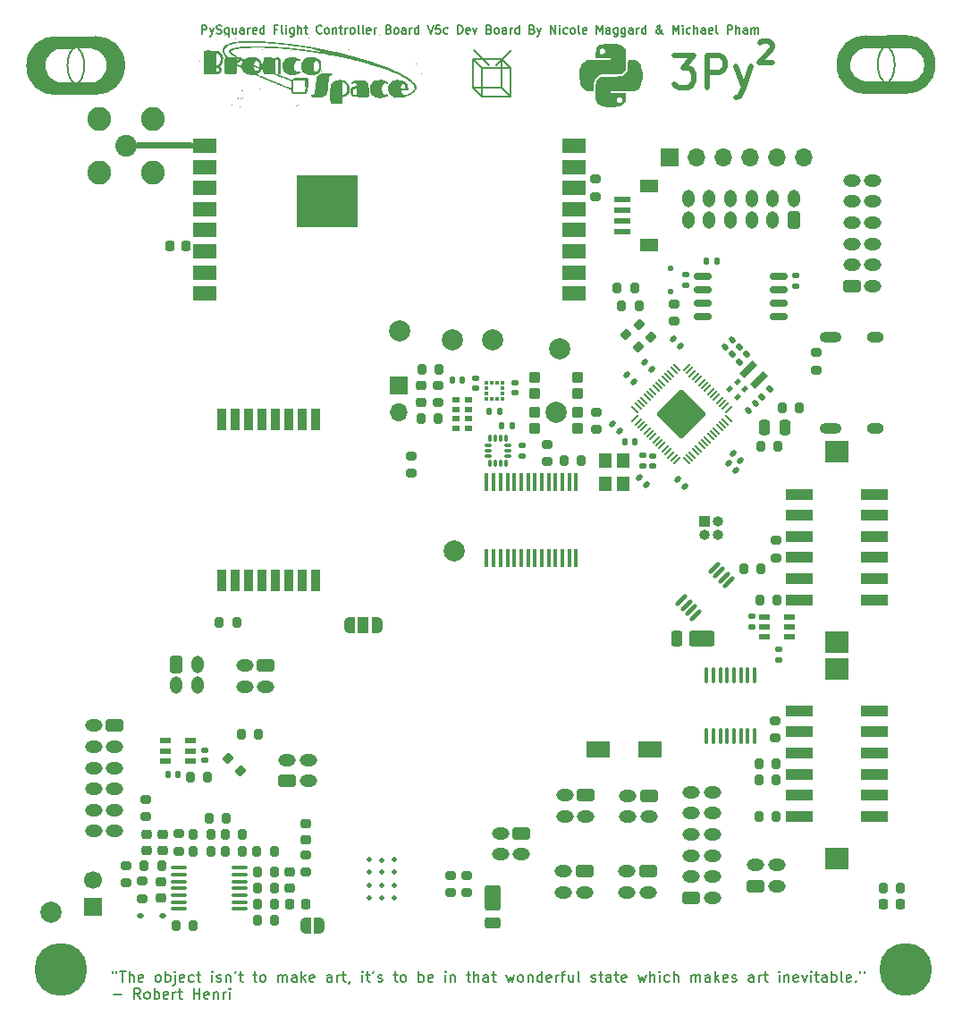
<source format=gbr>
%TF.GenerationSoftware,KiCad,Pcbnew,9.0.0*%
%TF.CreationDate,2025-07-29T18:49:57-07:00*%
%TF.ProjectId,FC_V5c,46435f56-3563-42e6-9b69-6361645f7063,rev?*%
%TF.SameCoordinates,Original*%
%TF.FileFunction,Soldermask,Top*%
%TF.FilePolarity,Negative*%
%FSLAX46Y46*%
G04 Gerber Fmt 4.6, Leading zero omitted, Abs format (unit mm)*
G04 Created by KiCad (PCBNEW 9.0.0) date 2025-07-29 18:49:57*
%MOMM*%
%LPD*%
G01*
G04 APERTURE LIST*
G04 Aperture macros list*
%AMRoundRect*
0 Rectangle with rounded corners*
0 $1 Rounding radius*
0 $2 $3 $4 $5 $6 $7 $8 $9 X,Y pos of 4 corners*
0 Add a 4 corners polygon primitive as box body*
4,1,4,$2,$3,$4,$5,$6,$7,$8,$9,$2,$3,0*
0 Add four circle primitives for the rounded corners*
1,1,$1+$1,$2,$3*
1,1,$1+$1,$4,$5*
1,1,$1+$1,$6,$7*
1,1,$1+$1,$8,$9*
0 Add four rect primitives between the rounded corners*
20,1,$1+$1,$2,$3,$4,$5,0*
20,1,$1+$1,$4,$5,$6,$7,0*
20,1,$1+$1,$6,$7,$8,$9,0*
20,1,$1+$1,$8,$9,$2,$3,0*%
%AMHorizOval*
0 Thick line with rounded ends*
0 $1 width*
0 $2 $3 position (X,Y) of the first rounded end (center of the circle)*
0 $4 $5 position (X,Y) of the second rounded end (center of the circle)*
0 Add line between two ends*
20,1,$1,$2,$3,$4,$5,0*
0 Add two circle primitives to create the rounded ends*
1,1,$1,$2,$3*
1,1,$1,$4,$5*%
%AMRotRect*
0 Rectangle, with rotation*
0 The origin of the aperture is its center*
0 $1 length*
0 $2 width*
0 $3 Rotation angle, in degrees counterclockwise*
0 Add horizontal line*
21,1,$1,$2,0,0,$3*%
%AMFreePoly0*
4,1,23,0.550000,-0.750000,0.000000,-0.750000,0.000000,-0.745722,-0.065263,-0.745722,-0.191342,-0.711940,-0.304381,-0.646677,-0.396677,-0.554381,-0.461940,-0.441342,-0.495722,-0.315263,-0.495722,-0.250000,-0.500000,-0.250000,-0.500000,0.250000,-0.495722,0.250000,-0.495722,0.315263,-0.461940,0.441342,-0.396677,0.554381,-0.304381,0.646677,-0.191342,0.711940,-0.065263,0.745722,0.000000,0.745722,
0.000000,0.750000,0.550000,0.750000,0.550000,-0.750000,0.550000,-0.750000,$1*%
%AMFreePoly1*
4,1,23,0.000000,0.745722,0.065263,0.745722,0.191342,0.711940,0.304381,0.646677,0.396677,0.554381,0.461940,0.441342,0.495722,0.315263,0.495722,0.250000,0.500000,0.250000,0.500000,-0.250000,0.495722,-0.250000,0.495722,-0.315263,0.461940,-0.441342,0.396677,-0.554381,0.304381,-0.646677,0.191342,-0.711940,0.065263,-0.745722,0.000000,-0.745722,0.000000,-0.750000,-0.550000,-0.750000,
-0.550000,0.750000,0.000000,0.750000,0.000000,0.745722,0.000000,0.745722,$1*%
%AMFreePoly2*
4,1,23,0.500000,-0.750000,0.000000,-0.750000,0.000000,-0.745722,-0.065263,-0.745722,-0.191342,-0.711940,-0.304381,-0.646677,-0.396677,-0.554381,-0.461940,-0.441342,-0.495722,-0.315263,-0.495722,-0.250000,-0.500000,-0.250000,-0.500000,0.250000,-0.495722,0.250000,-0.495722,0.315263,-0.461940,0.441342,-0.396677,0.554381,-0.304381,0.646677,-0.191342,0.711940,-0.065263,0.745722,0.000000,0.745722,
0.000000,0.750000,0.500000,0.750000,0.500000,-0.750000,0.500000,-0.750000,$1*%
%AMFreePoly3*
4,1,23,0.000000,0.745722,0.065263,0.745722,0.191342,0.711940,0.304381,0.646677,0.396677,0.554381,0.461940,0.441342,0.495722,0.315263,0.495722,0.250000,0.500000,0.250000,0.500000,-0.250000,0.495722,-0.250000,0.495722,-0.315263,0.461940,-0.441342,0.396677,-0.554381,0.304381,-0.646677,0.191342,-0.711940,0.065263,-0.745722,0.000000,-0.745722,0.000000,-0.750000,-0.500000,-0.750000,
-0.500000,0.750000,0.000000,0.750000,0.000000,0.745722,0.000000,0.745722,$1*%
%AMFreePoly4*
4,1,18,-0.437500,0.050000,-0.433694,0.069134,-0.422856,0.085355,-0.406634,0.096194,-0.387500,0.100000,0.387500,0.100000,0.437500,0.050000,0.437500,-0.050000,0.433694,-0.069134,0.422856,-0.085355,0.406634,-0.096194,0.387500,-0.100000,-0.387500,-0.100000,-0.406634,-0.096194,-0.422856,-0.085355,-0.433694,-0.069134,-0.437500,-0.050000,-0.437500,0.050000,-0.437500,0.050000,$1*%
%AMFreePoly5*
4,1,18,-0.437500,0.050000,-0.433694,0.069134,-0.422856,0.085355,-0.406634,0.096194,-0.387500,0.100000,0.387500,0.100000,0.406634,0.096194,0.422856,0.085355,0.433694,0.069134,0.437500,0.050000,0.437500,-0.050000,0.387500,-0.100000,-0.387500,-0.100000,-0.406634,-0.096194,-0.422856,-0.085355,-0.433694,-0.069134,-0.437500,-0.050000,-0.437500,0.050000,-0.437500,0.050000,$1*%
%AMFreePoly6*
4,1,18,-0.100000,0.387500,-0.050000,0.437500,0.050000,0.437500,0.069134,0.433694,0.085355,0.422856,0.096194,0.406634,0.100000,0.387500,0.100000,-0.387500,0.096194,-0.406634,0.085355,-0.422856,0.069134,-0.433694,0.050000,-0.437500,-0.050000,-0.437500,-0.069134,-0.433694,-0.085355,-0.422856,-0.096194,-0.406634,-0.100000,-0.387500,-0.100000,0.387500,-0.100000,0.387500,$1*%
%AMFreePoly7*
4,1,18,-0.100000,0.387500,-0.096194,0.406634,-0.085355,0.422856,-0.069134,0.433694,-0.050000,0.437500,0.050000,0.437500,0.100000,0.387500,0.100000,-0.387500,0.096194,-0.406634,0.085355,-0.422856,0.069134,-0.433694,0.050000,-0.437500,-0.050000,-0.437500,-0.069134,-0.433694,-0.085355,-0.422856,-0.096194,-0.406634,-0.100000,-0.387500,-0.100000,0.387500,-0.100000,0.387500,$1*%
%AMFreePoly8*
4,1,18,-0.437500,0.050000,-0.433694,0.069134,-0.422856,0.085355,-0.406634,0.096194,-0.387500,0.100000,0.387500,0.100000,0.406634,0.096194,0.422856,0.085355,0.433694,0.069134,0.437500,0.050000,0.437500,-0.050000,0.433694,-0.069134,0.422856,-0.085355,0.406634,-0.096194,0.387500,-0.100000,-0.387500,-0.100000,-0.437500,-0.050000,-0.437500,0.050000,-0.437500,0.050000,$1*%
%AMFreePoly9*
4,1,18,-0.437500,0.050000,-0.387500,0.100000,0.387500,0.100000,0.406634,0.096194,0.422856,0.085355,0.433694,0.069134,0.437500,0.050000,0.437500,-0.050000,0.433694,-0.069134,0.422856,-0.085355,0.406634,-0.096194,0.387500,-0.100000,-0.387500,-0.100000,-0.406634,-0.096194,-0.422856,-0.085355,-0.433694,-0.069134,-0.437500,-0.050000,-0.437500,0.050000,-0.437500,0.050000,$1*%
%AMFreePoly10*
4,1,18,-0.100000,0.387500,-0.096194,0.406634,-0.085355,0.422856,-0.069134,0.433694,-0.050000,0.437500,0.050000,0.437500,0.069134,0.433694,0.085355,0.422856,0.096194,0.406634,0.100000,0.387500,0.100000,-0.387500,0.050000,-0.437500,-0.050000,-0.437500,-0.069134,-0.433694,-0.085355,-0.422856,-0.096194,-0.406634,-0.100000,-0.387500,-0.100000,0.387500,-0.100000,0.387500,$1*%
%AMFreePoly11*
4,1,18,-0.100000,0.387500,-0.096194,0.406634,-0.085355,0.422856,-0.069134,0.433694,-0.050000,0.437500,0.050000,0.437500,0.069134,0.433694,0.085355,0.422856,0.096194,0.406634,0.100000,0.387500,0.100000,-0.387500,0.096194,-0.406634,0.085355,-0.422856,0.069134,-0.433694,0.050000,-0.437500,-0.050000,-0.437500,-0.100000,-0.387500,-0.100000,0.387500,-0.100000,0.387500,$1*%
G04 Aperture macros list end*
%ADD10C,0.200000*%
%ADD11C,0.150000*%
%ADD12C,0.500000*%
%ADD13C,0.000000*%
%ADD14HorizOval,0.380000X0.378302X0.378302X-0.378302X-0.378302X0*%
%ADD15R,1.000000X0.550000*%
%ADD16RoundRect,0.162500X-0.650000X-0.162500X0.650000X-0.162500X0.650000X0.162500X-0.650000X0.162500X0*%
%ADD17RoundRect,0.135000X0.035355X-0.226274X0.226274X-0.035355X-0.035355X0.226274X-0.226274X0.035355X0*%
%ADD18RoundRect,0.135000X-0.035355X0.226274X-0.226274X0.035355X0.035355X-0.226274X0.226274X-0.035355X0*%
%ADD19RoundRect,0.250000X-0.350000X-0.575000X0.350000X-0.575000X0.350000X0.575000X-0.350000X0.575000X0*%
%ADD20O,1.200000X1.650000*%
%ADD21C,2.050000*%
%ADD22C,2.250000*%
%ADD23RoundRect,0.135000X-0.185000X0.135000X-0.185000X-0.135000X0.185000X-0.135000X0.185000X0.135000X0*%
%ADD24C,2.000000*%
%ADD25C,5.000000*%
%ADD26RoundRect,0.250000X0.500000X-0.950000X0.500000X0.950000X-0.500000X0.950000X-0.500000X-0.950000X0*%
%ADD27RoundRect,0.250000X0.500000X-0.275000X0.500000X0.275000X-0.500000X0.275000X-0.500000X-0.275000X0*%
%ADD28RoundRect,0.140000X0.140000X0.170000X-0.140000X0.170000X-0.140000X-0.170000X0.140000X-0.170000X0*%
%ADD29RoundRect,0.140000X0.170000X-0.140000X0.170000X0.140000X-0.170000X0.140000X-0.170000X-0.140000X0*%
%ADD30RoundRect,0.200000X-0.200000X-0.275000X0.200000X-0.275000X0.200000X0.275000X-0.200000X0.275000X0*%
%ADD31RoundRect,0.250000X-0.575000X0.350000X-0.575000X-0.350000X0.575000X-0.350000X0.575000X0.350000X0*%
%ADD32O,1.650000X1.200000*%
%ADD33RoundRect,0.050800X-0.450000X-0.450000X0.450000X-0.450000X0.450000X0.450000X-0.450000X0.450000X0*%
%ADD34RoundRect,0.140000X-0.140000X-0.170000X0.140000X-0.170000X0.140000X0.170000X-0.140000X0.170000X0*%
%ADD35FreePoly0,0.000000*%
%ADD36R,1.000000X1.500000*%
%ADD37FreePoly1,0.000000*%
%ADD38R,2.190000X1.590000*%
%ADD39RoundRect,0.140000X-0.170000X0.140000X-0.170000X-0.140000X0.170000X-0.140000X0.170000X0.140000X0*%
%ADD40RoundRect,0.225000X-0.225000X-0.250000X0.225000X-0.250000X0.225000X0.250000X-0.225000X0.250000X0*%
%ADD41RoundRect,0.140000X0.219203X0.021213X0.021213X0.219203X-0.219203X-0.021213X-0.021213X-0.219203X0*%
%ADD42RoundRect,0.200000X-0.275000X0.200000X-0.275000X-0.200000X0.275000X-0.200000X0.275000X0.200000X0*%
%ADD43RoundRect,0.200000X0.200000X0.275000X-0.200000X0.275000X-0.200000X-0.275000X0.200000X-0.275000X0*%
%ADD44RoundRect,0.218750X-0.256250X0.218750X-0.256250X-0.218750X0.256250X-0.218750X0.256250X0.218750X0*%
%ADD45RotRect,0.700000X1.700000X315.000000*%
%ADD46FreePoly2,0.000000*%
%ADD47FreePoly3,0.000000*%
%ADD48RoundRect,0.200000X0.275000X-0.200000X0.275000X0.200000X-0.275000X0.200000X-0.275000X-0.200000X0*%
%ADD49RoundRect,0.225000X-0.250000X0.225000X-0.250000X-0.225000X0.250000X-0.225000X0.250000X0.225000X0*%
%ADD50RoundRect,0.250000X-0.250000X-0.475000X0.250000X-0.475000X0.250000X0.475000X-0.250000X0.475000X0*%
%ADD51RoundRect,0.100000X0.637500X0.100000X-0.637500X0.100000X-0.637500X-0.100000X0.637500X-0.100000X0*%
%ADD52RoundRect,0.063500X1.000000X0.650000X-1.000000X0.650000X-1.000000X-0.650000X1.000000X-0.650000X0*%
%ADD53RoundRect,0.063500X2.849999X2.400000X-2.849999X2.400000X-2.849999X-2.400000X2.849999X-2.400000X0*%
%ADD54R,1.550000X0.600000*%
%ADD55R,1.800000X1.200000*%
%ADD56RoundRect,0.140000X0.021213X-0.219203X0.219203X-0.021213X-0.021213X0.219203X-0.219203X0.021213X0*%
%ADD57RoundRect,0.250000X0.575000X-0.350000X0.575000X0.350000X-0.575000X0.350000X-0.575000X-0.350000X0*%
%ADD58RoundRect,0.218750X0.218750X0.256250X-0.218750X0.256250X-0.218750X-0.256250X0.218750X-0.256250X0*%
%ADD59RoundRect,0.200000X0.335876X0.053033X0.053033X0.335876X-0.335876X-0.053033X-0.053033X-0.335876X0*%
%ADD60RoundRect,0.087500X0.087500X-0.225000X0.087500X0.225000X-0.087500X0.225000X-0.087500X-0.225000X0*%
%ADD61RoundRect,0.087500X0.225000X-0.087500X0.225000X0.087500X-0.225000X0.087500X-0.225000X-0.087500X0*%
%ADD62RotRect,0.470000X0.530000X315.000000*%
%ADD63RoundRect,0.135000X0.185000X-0.135000X0.185000X0.135000X-0.185000X0.135000X-0.185000X-0.135000X0*%
%ADD64RoundRect,0.135000X0.135000X0.185000X-0.135000X0.185000X-0.135000X-0.185000X0.135000X-0.185000X0*%
%ADD65RoundRect,0.140000X-0.219203X-0.021213X-0.021213X-0.219203X0.219203X0.021213X0.021213X0.219203X0*%
%ADD66R,2.500000X1.100000*%
%ADD67R,2.200000X2.000000*%
%ADD68RoundRect,0.125000X-0.125000X0.125000X-0.125000X-0.125000X0.125000X-0.125000X0.125000X0.125000X0*%
%ADD69FreePoly4,315.000000*%
%ADD70RoundRect,0.050000X-0.309359X0.238649X0.238649X-0.309359X0.309359X-0.238649X-0.238649X0.309359X0*%
%ADD71FreePoly5,315.000000*%
%ADD72FreePoly6,315.000000*%
%ADD73RoundRect,0.050000X-0.309359X-0.238649X-0.238649X-0.309359X0.309359X0.238649X0.238649X0.309359X0*%
%ADD74FreePoly7,315.000000*%
%ADD75FreePoly8,315.000000*%
%ADD76FreePoly9,315.000000*%
%ADD77FreePoly10,315.000000*%
%ADD78FreePoly11,315.000000*%
%ADD79RoundRect,0.153000X0.000000X-2.187788X2.187788X0.000000X0.000000X2.187788X-2.187788X0.000000X0*%
%ADD80R,0.900000X2.000000*%
%ADD81RoundRect,0.250000X-0.950000X-0.500000X0.950000X-0.500000X0.950000X0.500000X-0.950000X0.500000X0*%
%ADD82RoundRect,0.250000X-0.275000X-0.500000X0.275000X-0.500000X0.275000X0.500000X-0.275000X0.500000X0*%
%ADD83RoundRect,0.225000X0.225000X0.250000X-0.225000X0.250000X-0.225000X-0.250000X0.225000X-0.250000X0*%
%ADD84RoundRect,0.100000X-0.100000X0.637500X-0.100000X-0.637500X0.100000X-0.637500X0.100000X0.637500X0*%
%ADD85R,1.700000X1.700000*%
%ADD86C,1.700000*%
%ADD87R,0.375000X0.350000*%
%ADD88R,0.350000X0.375000*%
%ADD89R,1.000000X1.000000*%
%ADD90O,1.000000X1.000000*%
%ADD91RoundRect,0.112500X0.187500X0.112500X-0.187500X0.112500X-0.187500X-0.112500X0.187500X-0.112500X0*%
%ADD92RoundRect,0.140000X-0.021213X0.219203X-0.219203X0.021213X0.021213X-0.219203X0.219203X-0.021213X0*%
%ADD93RoundRect,0.225000X0.250000X-0.225000X0.250000X0.225000X-0.250000X0.225000X-0.250000X-0.225000X0*%
%ADD94R,0.800000X0.500000*%
%ADD95R,1.200000X1.400000*%
%ADD96R,0.450000X1.750000*%
%ADD97RoundRect,0.250000X0.350000X0.575000X-0.350000X0.575000X-0.350000X-0.575000X0.350000X-0.575000X0*%
%ADD98O,1.700000X1.700000*%
%ADD99C,0.500000*%
%ADD100O,1.600000X1.000000*%
%ADD101O,2.100000X1.000000*%
G04 APERTURE END LIST*
D10*
X187840000Y-52410000D02*
X186360000Y-50930000D01*
D11*
X153291978Y-52405459D02*
G75*
G02*
X147907162Y-52405459I-2692408J0D01*
G01*
X147907162Y-52405459D02*
G75*
G02*
X153291978Y-52405459I2692408J0D01*
G01*
D10*
X189040000Y-51820000D02*
X186340000Y-51820000D01*
X186340000Y-51820000D02*
X187190000Y-52670000D01*
X186340000Y-54520000D02*
X189040000Y-54520000D01*
X189040000Y-54520000D02*
X189040000Y-51820000D01*
D11*
X146799570Y-55127504D02*
X150599570Y-55134011D01*
D10*
X189040000Y-54520000D02*
X189890000Y-55370000D01*
X186340000Y-54520000D02*
X186340000Y-51820000D01*
D11*
X223543845Y-55035798D02*
X227343845Y-55042305D01*
X149506967Y-52430757D02*
G75*
G02*
X144092173Y-52430757I-2707397J0D01*
G01*
X144092173Y-52430757D02*
G75*
G02*
X149506967Y-52430757I2707397J0D01*
G01*
X230036253Y-52313753D02*
G75*
G02*
X224651437Y-52313753I-2692408J0D01*
G01*
X224651437Y-52313753D02*
G75*
G02*
X230036253Y-52313753I2692408J0D01*
G01*
X227393845Y-49635798D02*
X223593845Y-49642305D01*
X150649570Y-49727504D02*
X146849570Y-49734011D01*
D10*
X189890000Y-55370000D02*
X189890000Y-52670000D01*
X189040000Y-51820000D02*
X189890000Y-52670000D01*
X187190000Y-52670000D02*
X187190000Y-55370000D01*
X187190000Y-55370000D02*
X186340000Y-54520000D01*
X189890000Y-52670000D02*
X187190000Y-52670000D01*
X187190000Y-55370000D02*
X189890000Y-55370000D01*
X188520000Y-52390000D02*
X189990000Y-50920000D01*
D11*
X226251242Y-52339051D02*
G75*
G02*
X220836448Y-52339051I-2707397J0D01*
G01*
X220836448Y-52339051D02*
G75*
G02*
X226251242Y-52339051I2707397J0D01*
G01*
D12*
X213498571Y-50289714D02*
X213593809Y-50194476D01*
X213593809Y-50194476D02*
X213784285Y-50099238D01*
X213784285Y-50099238D02*
X214260476Y-50099238D01*
X214260476Y-50099238D02*
X214450952Y-50194476D01*
X214450952Y-50194476D02*
X214546190Y-50289714D01*
X214546190Y-50289714D02*
X214641428Y-50480190D01*
X214641428Y-50480190D02*
X214641428Y-50670666D01*
X214641428Y-50670666D02*
X214546190Y-50956380D01*
X214546190Y-50956380D02*
X213403333Y-52099238D01*
X213403333Y-52099238D02*
X214641428Y-52099238D01*
X205367143Y-51481857D02*
X207224286Y-51481857D01*
X207224286Y-51481857D02*
X206224286Y-52624714D01*
X206224286Y-52624714D02*
X206652857Y-52624714D01*
X206652857Y-52624714D02*
X206938572Y-52767571D01*
X206938572Y-52767571D02*
X207081429Y-52910428D01*
X207081429Y-52910428D02*
X207224286Y-53196142D01*
X207224286Y-53196142D02*
X207224286Y-53910428D01*
X207224286Y-53910428D02*
X207081429Y-54196142D01*
X207081429Y-54196142D02*
X206938572Y-54339000D01*
X206938572Y-54339000D02*
X206652857Y-54481857D01*
X206652857Y-54481857D02*
X205795714Y-54481857D01*
X205795714Y-54481857D02*
X205510000Y-54339000D01*
X205510000Y-54339000D02*
X205367143Y-54196142D01*
X208510000Y-54481857D02*
X208510000Y-51481857D01*
X208510000Y-51481857D02*
X209652857Y-51481857D01*
X209652857Y-51481857D02*
X209938572Y-51624714D01*
X209938572Y-51624714D02*
X210081429Y-51767571D01*
X210081429Y-51767571D02*
X210224286Y-52053285D01*
X210224286Y-52053285D02*
X210224286Y-52481857D01*
X210224286Y-52481857D02*
X210081429Y-52767571D01*
X210081429Y-52767571D02*
X209938572Y-52910428D01*
X209938572Y-52910428D02*
X209652857Y-53053285D01*
X209652857Y-53053285D02*
X208510000Y-53053285D01*
X211224286Y-52481857D02*
X211938572Y-54481857D01*
X212652857Y-52481857D02*
X211938572Y-54481857D01*
X211938572Y-54481857D02*
X211652857Y-55196142D01*
X211652857Y-55196142D02*
X211510000Y-55339000D01*
X211510000Y-55339000D02*
X211224286Y-55481857D01*
D11*
X152189160Y-138159875D02*
X152189160Y-138350351D01*
X152570112Y-138159875D02*
X152570112Y-138350351D01*
X152855827Y-138159875D02*
X153427255Y-138159875D01*
X153141541Y-139159875D02*
X153141541Y-138159875D01*
X153760589Y-139159875D02*
X153760589Y-138159875D01*
X154189160Y-139159875D02*
X154189160Y-138636065D01*
X154189160Y-138636065D02*
X154141541Y-138540827D01*
X154141541Y-138540827D02*
X154046303Y-138493208D01*
X154046303Y-138493208D02*
X153903446Y-138493208D01*
X153903446Y-138493208D02*
X153808208Y-138540827D01*
X153808208Y-138540827D02*
X153760589Y-138588446D01*
X155046303Y-139112256D02*
X154951065Y-139159875D01*
X154951065Y-139159875D02*
X154760589Y-139159875D01*
X154760589Y-139159875D02*
X154665351Y-139112256D01*
X154665351Y-139112256D02*
X154617732Y-139017017D01*
X154617732Y-139017017D02*
X154617732Y-138636065D01*
X154617732Y-138636065D02*
X154665351Y-138540827D01*
X154665351Y-138540827D02*
X154760589Y-138493208D01*
X154760589Y-138493208D02*
X154951065Y-138493208D01*
X154951065Y-138493208D02*
X155046303Y-138540827D01*
X155046303Y-138540827D02*
X155093922Y-138636065D01*
X155093922Y-138636065D02*
X155093922Y-138731303D01*
X155093922Y-138731303D02*
X154617732Y-138826541D01*
X156427256Y-139159875D02*
X156332018Y-139112256D01*
X156332018Y-139112256D02*
X156284399Y-139064636D01*
X156284399Y-139064636D02*
X156236780Y-138969398D01*
X156236780Y-138969398D02*
X156236780Y-138683684D01*
X156236780Y-138683684D02*
X156284399Y-138588446D01*
X156284399Y-138588446D02*
X156332018Y-138540827D01*
X156332018Y-138540827D02*
X156427256Y-138493208D01*
X156427256Y-138493208D02*
X156570113Y-138493208D01*
X156570113Y-138493208D02*
X156665351Y-138540827D01*
X156665351Y-138540827D02*
X156712970Y-138588446D01*
X156712970Y-138588446D02*
X156760589Y-138683684D01*
X156760589Y-138683684D02*
X156760589Y-138969398D01*
X156760589Y-138969398D02*
X156712970Y-139064636D01*
X156712970Y-139064636D02*
X156665351Y-139112256D01*
X156665351Y-139112256D02*
X156570113Y-139159875D01*
X156570113Y-139159875D02*
X156427256Y-139159875D01*
X157189161Y-139159875D02*
X157189161Y-138159875D01*
X157189161Y-138540827D02*
X157284399Y-138493208D01*
X157284399Y-138493208D02*
X157474875Y-138493208D01*
X157474875Y-138493208D02*
X157570113Y-138540827D01*
X157570113Y-138540827D02*
X157617732Y-138588446D01*
X157617732Y-138588446D02*
X157665351Y-138683684D01*
X157665351Y-138683684D02*
X157665351Y-138969398D01*
X157665351Y-138969398D02*
X157617732Y-139064636D01*
X157617732Y-139064636D02*
X157570113Y-139112256D01*
X157570113Y-139112256D02*
X157474875Y-139159875D01*
X157474875Y-139159875D02*
X157284399Y-139159875D01*
X157284399Y-139159875D02*
X157189161Y-139112256D01*
X158093923Y-138493208D02*
X158093923Y-139350351D01*
X158093923Y-139350351D02*
X158046304Y-139445589D01*
X158046304Y-139445589D02*
X157951066Y-139493208D01*
X157951066Y-139493208D02*
X157903447Y-139493208D01*
X158093923Y-138159875D02*
X158046304Y-138207494D01*
X158046304Y-138207494D02*
X158093923Y-138255113D01*
X158093923Y-138255113D02*
X158141542Y-138207494D01*
X158141542Y-138207494D02*
X158093923Y-138159875D01*
X158093923Y-138159875D02*
X158093923Y-138255113D01*
X158951065Y-139112256D02*
X158855827Y-139159875D01*
X158855827Y-139159875D02*
X158665351Y-139159875D01*
X158665351Y-139159875D02*
X158570113Y-139112256D01*
X158570113Y-139112256D02*
X158522494Y-139017017D01*
X158522494Y-139017017D02*
X158522494Y-138636065D01*
X158522494Y-138636065D02*
X158570113Y-138540827D01*
X158570113Y-138540827D02*
X158665351Y-138493208D01*
X158665351Y-138493208D02*
X158855827Y-138493208D01*
X158855827Y-138493208D02*
X158951065Y-138540827D01*
X158951065Y-138540827D02*
X158998684Y-138636065D01*
X158998684Y-138636065D02*
X158998684Y-138731303D01*
X158998684Y-138731303D02*
X158522494Y-138826541D01*
X159855827Y-139112256D02*
X159760589Y-139159875D01*
X159760589Y-139159875D02*
X159570113Y-139159875D01*
X159570113Y-139159875D02*
X159474875Y-139112256D01*
X159474875Y-139112256D02*
X159427256Y-139064636D01*
X159427256Y-139064636D02*
X159379637Y-138969398D01*
X159379637Y-138969398D02*
X159379637Y-138683684D01*
X159379637Y-138683684D02*
X159427256Y-138588446D01*
X159427256Y-138588446D02*
X159474875Y-138540827D01*
X159474875Y-138540827D02*
X159570113Y-138493208D01*
X159570113Y-138493208D02*
X159760589Y-138493208D01*
X159760589Y-138493208D02*
X159855827Y-138540827D01*
X160141542Y-138493208D02*
X160522494Y-138493208D01*
X160284399Y-138159875D02*
X160284399Y-139017017D01*
X160284399Y-139017017D02*
X160332018Y-139112256D01*
X160332018Y-139112256D02*
X160427256Y-139159875D01*
X160427256Y-139159875D02*
X160522494Y-139159875D01*
X161617733Y-139159875D02*
X161617733Y-138493208D01*
X161617733Y-138159875D02*
X161570114Y-138207494D01*
X161570114Y-138207494D02*
X161617733Y-138255113D01*
X161617733Y-138255113D02*
X161665352Y-138207494D01*
X161665352Y-138207494D02*
X161617733Y-138159875D01*
X161617733Y-138159875D02*
X161617733Y-138255113D01*
X162046304Y-139112256D02*
X162141542Y-139159875D01*
X162141542Y-139159875D02*
X162332018Y-139159875D01*
X162332018Y-139159875D02*
X162427256Y-139112256D01*
X162427256Y-139112256D02*
X162474875Y-139017017D01*
X162474875Y-139017017D02*
X162474875Y-138969398D01*
X162474875Y-138969398D02*
X162427256Y-138874160D01*
X162427256Y-138874160D02*
X162332018Y-138826541D01*
X162332018Y-138826541D02*
X162189161Y-138826541D01*
X162189161Y-138826541D02*
X162093923Y-138778922D01*
X162093923Y-138778922D02*
X162046304Y-138683684D01*
X162046304Y-138683684D02*
X162046304Y-138636065D01*
X162046304Y-138636065D02*
X162093923Y-138540827D01*
X162093923Y-138540827D02*
X162189161Y-138493208D01*
X162189161Y-138493208D02*
X162332018Y-138493208D01*
X162332018Y-138493208D02*
X162427256Y-138540827D01*
X162903447Y-138493208D02*
X162903447Y-139159875D01*
X162903447Y-138588446D02*
X162951066Y-138540827D01*
X162951066Y-138540827D02*
X163046304Y-138493208D01*
X163046304Y-138493208D02*
X163189161Y-138493208D01*
X163189161Y-138493208D02*
X163284399Y-138540827D01*
X163284399Y-138540827D02*
X163332018Y-138636065D01*
X163332018Y-138636065D02*
X163332018Y-139159875D01*
X163855828Y-138159875D02*
X163760590Y-138350351D01*
X164141542Y-138493208D02*
X164522494Y-138493208D01*
X164284399Y-138159875D02*
X164284399Y-139017017D01*
X164284399Y-139017017D02*
X164332018Y-139112256D01*
X164332018Y-139112256D02*
X164427256Y-139159875D01*
X164427256Y-139159875D02*
X164522494Y-139159875D01*
X165474876Y-138493208D02*
X165855828Y-138493208D01*
X165617733Y-138159875D02*
X165617733Y-139017017D01*
X165617733Y-139017017D02*
X165665352Y-139112256D01*
X165665352Y-139112256D02*
X165760590Y-139159875D01*
X165760590Y-139159875D02*
X165855828Y-139159875D01*
X166332019Y-139159875D02*
X166236781Y-139112256D01*
X166236781Y-139112256D02*
X166189162Y-139064636D01*
X166189162Y-139064636D02*
X166141543Y-138969398D01*
X166141543Y-138969398D02*
X166141543Y-138683684D01*
X166141543Y-138683684D02*
X166189162Y-138588446D01*
X166189162Y-138588446D02*
X166236781Y-138540827D01*
X166236781Y-138540827D02*
X166332019Y-138493208D01*
X166332019Y-138493208D02*
X166474876Y-138493208D01*
X166474876Y-138493208D02*
X166570114Y-138540827D01*
X166570114Y-138540827D02*
X166617733Y-138588446D01*
X166617733Y-138588446D02*
X166665352Y-138683684D01*
X166665352Y-138683684D02*
X166665352Y-138969398D01*
X166665352Y-138969398D02*
X166617733Y-139064636D01*
X166617733Y-139064636D02*
X166570114Y-139112256D01*
X166570114Y-139112256D02*
X166474876Y-139159875D01*
X166474876Y-139159875D02*
X166332019Y-139159875D01*
X167855829Y-139159875D02*
X167855829Y-138493208D01*
X167855829Y-138588446D02*
X167903448Y-138540827D01*
X167903448Y-138540827D02*
X167998686Y-138493208D01*
X167998686Y-138493208D02*
X168141543Y-138493208D01*
X168141543Y-138493208D02*
X168236781Y-138540827D01*
X168236781Y-138540827D02*
X168284400Y-138636065D01*
X168284400Y-138636065D02*
X168284400Y-139159875D01*
X168284400Y-138636065D02*
X168332019Y-138540827D01*
X168332019Y-138540827D02*
X168427257Y-138493208D01*
X168427257Y-138493208D02*
X168570114Y-138493208D01*
X168570114Y-138493208D02*
X168665353Y-138540827D01*
X168665353Y-138540827D02*
X168712972Y-138636065D01*
X168712972Y-138636065D02*
X168712972Y-139159875D01*
X169617733Y-139159875D02*
X169617733Y-138636065D01*
X169617733Y-138636065D02*
X169570114Y-138540827D01*
X169570114Y-138540827D02*
X169474876Y-138493208D01*
X169474876Y-138493208D02*
X169284400Y-138493208D01*
X169284400Y-138493208D02*
X169189162Y-138540827D01*
X169617733Y-139112256D02*
X169522495Y-139159875D01*
X169522495Y-139159875D02*
X169284400Y-139159875D01*
X169284400Y-139159875D02*
X169189162Y-139112256D01*
X169189162Y-139112256D02*
X169141543Y-139017017D01*
X169141543Y-139017017D02*
X169141543Y-138921779D01*
X169141543Y-138921779D02*
X169189162Y-138826541D01*
X169189162Y-138826541D02*
X169284400Y-138778922D01*
X169284400Y-138778922D02*
X169522495Y-138778922D01*
X169522495Y-138778922D02*
X169617733Y-138731303D01*
X170093924Y-139159875D02*
X170093924Y-138159875D01*
X170189162Y-138778922D02*
X170474876Y-139159875D01*
X170474876Y-138493208D02*
X170093924Y-138874160D01*
X171284400Y-139112256D02*
X171189162Y-139159875D01*
X171189162Y-139159875D02*
X170998686Y-139159875D01*
X170998686Y-139159875D02*
X170903448Y-139112256D01*
X170903448Y-139112256D02*
X170855829Y-139017017D01*
X170855829Y-139017017D02*
X170855829Y-138636065D01*
X170855829Y-138636065D02*
X170903448Y-138540827D01*
X170903448Y-138540827D02*
X170998686Y-138493208D01*
X170998686Y-138493208D02*
X171189162Y-138493208D01*
X171189162Y-138493208D02*
X171284400Y-138540827D01*
X171284400Y-138540827D02*
X171332019Y-138636065D01*
X171332019Y-138636065D02*
X171332019Y-138731303D01*
X171332019Y-138731303D02*
X170855829Y-138826541D01*
X172951067Y-139159875D02*
X172951067Y-138636065D01*
X172951067Y-138636065D02*
X172903448Y-138540827D01*
X172903448Y-138540827D02*
X172808210Y-138493208D01*
X172808210Y-138493208D02*
X172617734Y-138493208D01*
X172617734Y-138493208D02*
X172522496Y-138540827D01*
X172951067Y-139112256D02*
X172855829Y-139159875D01*
X172855829Y-139159875D02*
X172617734Y-139159875D01*
X172617734Y-139159875D02*
X172522496Y-139112256D01*
X172522496Y-139112256D02*
X172474877Y-139017017D01*
X172474877Y-139017017D02*
X172474877Y-138921779D01*
X172474877Y-138921779D02*
X172522496Y-138826541D01*
X172522496Y-138826541D02*
X172617734Y-138778922D01*
X172617734Y-138778922D02*
X172855829Y-138778922D01*
X172855829Y-138778922D02*
X172951067Y-138731303D01*
X173427258Y-139159875D02*
X173427258Y-138493208D01*
X173427258Y-138683684D02*
X173474877Y-138588446D01*
X173474877Y-138588446D02*
X173522496Y-138540827D01*
X173522496Y-138540827D02*
X173617734Y-138493208D01*
X173617734Y-138493208D02*
X173712972Y-138493208D01*
X173903449Y-138493208D02*
X174284401Y-138493208D01*
X174046306Y-138159875D02*
X174046306Y-139017017D01*
X174046306Y-139017017D02*
X174093925Y-139112256D01*
X174093925Y-139112256D02*
X174189163Y-139159875D01*
X174189163Y-139159875D02*
X174284401Y-139159875D01*
X174665354Y-139112256D02*
X174665354Y-139159875D01*
X174665354Y-139159875D02*
X174617735Y-139255113D01*
X174617735Y-139255113D02*
X174570116Y-139302732D01*
X175855830Y-139159875D02*
X175855830Y-138493208D01*
X175855830Y-138159875D02*
X175808211Y-138207494D01*
X175808211Y-138207494D02*
X175855830Y-138255113D01*
X175855830Y-138255113D02*
X175903449Y-138207494D01*
X175903449Y-138207494D02*
X175855830Y-138159875D01*
X175855830Y-138159875D02*
X175855830Y-138255113D01*
X176189163Y-138493208D02*
X176570115Y-138493208D01*
X176332020Y-138159875D02*
X176332020Y-139017017D01*
X176332020Y-139017017D02*
X176379639Y-139112256D01*
X176379639Y-139112256D02*
X176474877Y-139159875D01*
X176474877Y-139159875D02*
X176570115Y-139159875D01*
X176951068Y-138159875D02*
X176855830Y-138350351D01*
X177332020Y-139112256D02*
X177427258Y-139159875D01*
X177427258Y-139159875D02*
X177617734Y-139159875D01*
X177617734Y-139159875D02*
X177712972Y-139112256D01*
X177712972Y-139112256D02*
X177760591Y-139017017D01*
X177760591Y-139017017D02*
X177760591Y-138969398D01*
X177760591Y-138969398D02*
X177712972Y-138874160D01*
X177712972Y-138874160D02*
X177617734Y-138826541D01*
X177617734Y-138826541D02*
X177474877Y-138826541D01*
X177474877Y-138826541D02*
X177379639Y-138778922D01*
X177379639Y-138778922D02*
X177332020Y-138683684D01*
X177332020Y-138683684D02*
X177332020Y-138636065D01*
X177332020Y-138636065D02*
X177379639Y-138540827D01*
X177379639Y-138540827D02*
X177474877Y-138493208D01*
X177474877Y-138493208D02*
X177617734Y-138493208D01*
X177617734Y-138493208D02*
X177712972Y-138540827D01*
X178808211Y-138493208D02*
X179189163Y-138493208D01*
X178951068Y-138159875D02*
X178951068Y-139017017D01*
X178951068Y-139017017D02*
X178998687Y-139112256D01*
X178998687Y-139112256D02*
X179093925Y-139159875D01*
X179093925Y-139159875D02*
X179189163Y-139159875D01*
X179665354Y-139159875D02*
X179570116Y-139112256D01*
X179570116Y-139112256D02*
X179522497Y-139064636D01*
X179522497Y-139064636D02*
X179474878Y-138969398D01*
X179474878Y-138969398D02*
X179474878Y-138683684D01*
X179474878Y-138683684D02*
X179522497Y-138588446D01*
X179522497Y-138588446D02*
X179570116Y-138540827D01*
X179570116Y-138540827D02*
X179665354Y-138493208D01*
X179665354Y-138493208D02*
X179808211Y-138493208D01*
X179808211Y-138493208D02*
X179903449Y-138540827D01*
X179903449Y-138540827D02*
X179951068Y-138588446D01*
X179951068Y-138588446D02*
X179998687Y-138683684D01*
X179998687Y-138683684D02*
X179998687Y-138969398D01*
X179998687Y-138969398D02*
X179951068Y-139064636D01*
X179951068Y-139064636D02*
X179903449Y-139112256D01*
X179903449Y-139112256D02*
X179808211Y-139159875D01*
X179808211Y-139159875D02*
X179665354Y-139159875D01*
X181189164Y-139159875D02*
X181189164Y-138159875D01*
X181189164Y-138540827D02*
X181284402Y-138493208D01*
X181284402Y-138493208D02*
X181474878Y-138493208D01*
X181474878Y-138493208D02*
X181570116Y-138540827D01*
X181570116Y-138540827D02*
X181617735Y-138588446D01*
X181617735Y-138588446D02*
X181665354Y-138683684D01*
X181665354Y-138683684D02*
X181665354Y-138969398D01*
X181665354Y-138969398D02*
X181617735Y-139064636D01*
X181617735Y-139064636D02*
X181570116Y-139112256D01*
X181570116Y-139112256D02*
X181474878Y-139159875D01*
X181474878Y-139159875D02*
X181284402Y-139159875D01*
X181284402Y-139159875D02*
X181189164Y-139112256D01*
X182474878Y-139112256D02*
X182379640Y-139159875D01*
X182379640Y-139159875D02*
X182189164Y-139159875D01*
X182189164Y-139159875D02*
X182093926Y-139112256D01*
X182093926Y-139112256D02*
X182046307Y-139017017D01*
X182046307Y-139017017D02*
X182046307Y-138636065D01*
X182046307Y-138636065D02*
X182093926Y-138540827D01*
X182093926Y-138540827D02*
X182189164Y-138493208D01*
X182189164Y-138493208D02*
X182379640Y-138493208D01*
X182379640Y-138493208D02*
X182474878Y-138540827D01*
X182474878Y-138540827D02*
X182522497Y-138636065D01*
X182522497Y-138636065D02*
X182522497Y-138731303D01*
X182522497Y-138731303D02*
X182046307Y-138826541D01*
X183712974Y-139159875D02*
X183712974Y-138493208D01*
X183712974Y-138159875D02*
X183665355Y-138207494D01*
X183665355Y-138207494D02*
X183712974Y-138255113D01*
X183712974Y-138255113D02*
X183760593Y-138207494D01*
X183760593Y-138207494D02*
X183712974Y-138159875D01*
X183712974Y-138159875D02*
X183712974Y-138255113D01*
X184189164Y-138493208D02*
X184189164Y-139159875D01*
X184189164Y-138588446D02*
X184236783Y-138540827D01*
X184236783Y-138540827D02*
X184332021Y-138493208D01*
X184332021Y-138493208D02*
X184474878Y-138493208D01*
X184474878Y-138493208D02*
X184570116Y-138540827D01*
X184570116Y-138540827D02*
X184617735Y-138636065D01*
X184617735Y-138636065D02*
X184617735Y-139159875D01*
X185712974Y-138493208D02*
X186093926Y-138493208D01*
X185855831Y-138159875D02*
X185855831Y-139017017D01*
X185855831Y-139017017D02*
X185903450Y-139112256D01*
X185903450Y-139112256D02*
X185998688Y-139159875D01*
X185998688Y-139159875D02*
X186093926Y-139159875D01*
X186427260Y-139159875D02*
X186427260Y-138159875D01*
X186855831Y-139159875D02*
X186855831Y-138636065D01*
X186855831Y-138636065D02*
X186808212Y-138540827D01*
X186808212Y-138540827D02*
X186712974Y-138493208D01*
X186712974Y-138493208D02*
X186570117Y-138493208D01*
X186570117Y-138493208D02*
X186474879Y-138540827D01*
X186474879Y-138540827D02*
X186427260Y-138588446D01*
X187760593Y-139159875D02*
X187760593Y-138636065D01*
X187760593Y-138636065D02*
X187712974Y-138540827D01*
X187712974Y-138540827D02*
X187617736Y-138493208D01*
X187617736Y-138493208D02*
X187427260Y-138493208D01*
X187427260Y-138493208D02*
X187332022Y-138540827D01*
X187760593Y-139112256D02*
X187665355Y-139159875D01*
X187665355Y-139159875D02*
X187427260Y-139159875D01*
X187427260Y-139159875D02*
X187332022Y-139112256D01*
X187332022Y-139112256D02*
X187284403Y-139017017D01*
X187284403Y-139017017D02*
X187284403Y-138921779D01*
X187284403Y-138921779D02*
X187332022Y-138826541D01*
X187332022Y-138826541D02*
X187427260Y-138778922D01*
X187427260Y-138778922D02*
X187665355Y-138778922D01*
X187665355Y-138778922D02*
X187760593Y-138731303D01*
X188093927Y-138493208D02*
X188474879Y-138493208D01*
X188236784Y-138159875D02*
X188236784Y-139017017D01*
X188236784Y-139017017D02*
X188284403Y-139112256D01*
X188284403Y-139112256D02*
X188379641Y-139159875D01*
X188379641Y-139159875D02*
X188474879Y-139159875D01*
X189474880Y-138493208D02*
X189665356Y-139159875D01*
X189665356Y-139159875D02*
X189855832Y-138683684D01*
X189855832Y-138683684D02*
X190046308Y-139159875D01*
X190046308Y-139159875D02*
X190236784Y-138493208D01*
X190760594Y-139159875D02*
X190665356Y-139112256D01*
X190665356Y-139112256D02*
X190617737Y-139064636D01*
X190617737Y-139064636D02*
X190570118Y-138969398D01*
X190570118Y-138969398D02*
X190570118Y-138683684D01*
X190570118Y-138683684D02*
X190617737Y-138588446D01*
X190617737Y-138588446D02*
X190665356Y-138540827D01*
X190665356Y-138540827D02*
X190760594Y-138493208D01*
X190760594Y-138493208D02*
X190903451Y-138493208D01*
X190903451Y-138493208D02*
X190998689Y-138540827D01*
X190998689Y-138540827D02*
X191046308Y-138588446D01*
X191046308Y-138588446D02*
X191093927Y-138683684D01*
X191093927Y-138683684D02*
X191093927Y-138969398D01*
X191093927Y-138969398D02*
X191046308Y-139064636D01*
X191046308Y-139064636D02*
X190998689Y-139112256D01*
X190998689Y-139112256D02*
X190903451Y-139159875D01*
X190903451Y-139159875D02*
X190760594Y-139159875D01*
X191522499Y-138493208D02*
X191522499Y-139159875D01*
X191522499Y-138588446D02*
X191570118Y-138540827D01*
X191570118Y-138540827D02*
X191665356Y-138493208D01*
X191665356Y-138493208D02*
X191808213Y-138493208D01*
X191808213Y-138493208D02*
X191903451Y-138540827D01*
X191903451Y-138540827D02*
X191951070Y-138636065D01*
X191951070Y-138636065D02*
X191951070Y-139159875D01*
X192855832Y-139159875D02*
X192855832Y-138159875D01*
X192855832Y-139112256D02*
X192760594Y-139159875D01*
X192760594Y-139159875D02*
X192570118Y-139159875D01*
X192570118Y-139159875D02*
X192474880Y-139112256D01*
X192474880Y-139112256D02*
X192427261Y-139064636D01*
X192427261Y-139064636D02*
X192379642Y-138969398D01*
X192379642Y-138969398D02*
X192379642Y-138683684D01*
X192379642Y-138683684D02*
X192427261Y-138588446D01*
X192427261Y-138588446D02*
X192474880Y-138540827D01*
X192474880Y-138540827D02*
X192570118Y-138493208D01*
X192570118Y-138493208D02*
X192760594Y-138493208D01*
X192760594Y-138493208D02*
X192855832Y-138540827D01*
X193712975Y-139112256D02*
X193617737Y-139159875D01*
X193617737Y-139159875D02*
X193427261Y-139159875D01*
X193427261Y-139159875D02*
X193332023Y-139112256D01*
X193332023Y-139112256D02*
X193284404Y-139017017D01*
X193284404Y-139017017D02*
X193284404Y-138636065D01*
X193284404Y-138636065D02*
X193332023Y-138540827D01*
X193332023Y-138540827D02*
X193427261Y-138493208D01*
X193427261Y-138493208D02*
X193617737Y-138493208D01*
X193617737Y-138493208D02*
X193712975Y-138540827D01*
X193712975Y-138540827D02*
X193760594Y-138636065D01*
X193760594Y-138636065D02*
X193760594Y-138731303D01*
X193760594Y-138731303D02*
X193284404Y-138826541D01*
X194189166Y-139159875D02*
X194189166Y-138493208D01*
X194189166Y-138683684D02*
X194236785Y-138588446D01*
X194236785Y-138588446D02*
X194284404Y-138540827D01*
X194284404Y-138540827D02*
X194379642Y-138493208D01*
X194379642Y-138493208D02*
X194474880Y-138493208D01*
X194665357Y-138493208D02*
X195046309Y-138493208D01*
X194808214Y-139159875D02*
X194808214Y-138302732D01*
X194808214Y-138302732D02*
X194855833Y-138207494D01*
X194855833Y-138207494D02*
X194951071Y-138159875D01*
X194951071Y-138159875D02*
X195046309Y-138159875D01*
X195808214Y-138493208D02*
X195808214Y-139159875D01*
X195379643Y-138493208D02*
X195379643Y-139017017D01*
X195379643Y-139017017D02*
X195427262Y-139112256D01*
X195427262Y-139112256D02*
X195522500Y-139159875D01*
X195522500Y-139159875D02*
X195665357Y-139159875D01*
X195665357Y-139159875D02*
X195760595Y-139112256D01*
X195760595Y-139112256D02*
X195808214Y-139064636D01*
X196427262Y-139159875D02*
X196332024Y-139112256D01*
X196332024Y-139112256D02*
X196284405Y-139017017D01*
X196284405Y-139017017D02*
X196284405Y-138159875D01*
X197522501Y-139112256D02*
X197617739Y-139159875D01*
X197617739Y-139159875D02*
X197808215Y-139159875D01*
X197808215Y-139159875D02*
X197903453Y-139112256D01*
X197903453Y-139112256D02*
X197951072Y-139017017D01*
X197951072Y-139017017D02*
X197951072Y-138969398D01*
X197951072Y-138969398D02*
X197903453Y-138874160D01*
X197903453Y-138874160D02*
X197808215Y-138826541D01*
X197808215Y-138826541D02*
X197665358Y-138826541D01*
X197665358Y-138826541D02*
X197570120Y-138778922D01*
X197570120Y-138778922D02*
X197522501Y-138683684D01*
X197522501Y-138683684D02*
X197522501Y-138636065D01*
X197522501Y-138636065D02*
X197570120Y-138540827D01*
X197570120Y-138540827D02*
X197665358Y-138493208D01*
X197665358Y-138493208D02*
X197808215Y-138493208D01*
X197808215Y-138493208D02*
X197903453Y-138540827D01*
X198236787Y-138493208D02*
X198617739Y-138493208D01*
X198379644Y-138159875D02*
X198379644Y-139017017D01*
X198379644Y-139017017D02*
X198427263Y-139112256D01*
X198427263Y-139112256D02*
X198522501Y-139159875D01*
X198522501Y-139159875D02*
X198617739Y-139159875D01*
X199379644Y-139159875D02*
X199379644Y-138636065D01*
X199379644Y-138636065D02*
X199332025Y-138540827D01*
X199332025Y-138540827D02*
X199236787Y-138493208D01*
X199236787Y-138493208D02*
X199046311Y-138493208D01*
X199046311Y-138493208D02*
X198951073Y-138540827D01*
X199379644Y-139112256D02*
X199284406Y-139159875D01*
X199284406Y-139159875D02*
X199046311Y-139159875D01*
X199046311Y-139159875D02*
X198951073Y-139112256D01*
X198951073Y-139112256D02*
X198903454Y-139017017D01*
X198903454Y-139017017D02*
X198903454Y-138921779D01*
X198903454Y-138921779D02*
X198951073Y-138826541D01*
X198951073Y-138826541D02*
X199046311Y-138778922D01*
X199046311Y-138778922D02*
X199284406Y-138778922D01*
X199284406Y-138778922D02*
X199379644Y-138731303D01*
X199712978Y-138493208D02*
X200093930Y-138493208D01*
X199855835Y-138159875D02*
X199855835Y-139017017D01*
X199855835Y-139017017D02*
X199903454Y-139112256D01*
X199903454Y-139112256D02*
X199998692Y-139159875D01*
X199998692Y-139159875D02*
X200093930Y-139159875D01*
X200808216Y-139112256D02*
X200712978Y-139159875D01*
X200712978Y-139159875D02*
X200522502Y-139159875D01*
X200522502Y-139159875D02*
X200427264Y-139112256D01*
X200427264Y-139112256D02*
X200379645Y-139017017D01*
X200379645Y-139017017D02*
X200379645Y-138636065D01*
X200379645Y-138636065D02*
X200427264Y-138540827D01*
X200427264Y-138540827D02*
X200522502Y-138493208D01*
X200522502Y-138493208D02*
X200712978Y-138493208D01*
X200712978Y-138493208D02*
X200808216Y-138540827D01*
X200808216Y-138540827D02*
X200855835Y-138636065D01*
X200855835Y-138636065D02*
X200855835Y-138731303D01*
X200855835Y-138731303D02*
X200379645Y-138826541D01*
X201951074Y-138493208D02*
X202141550Y-139159875D01*
X202141550Y-139159875D02*
X202332026Y-138683684D01*
X202332026Y-138683684D02*
X202522502Y-139159875D01*
X202522502Y-139159875D02*
X202712978Y-138493208D01*
X203093931Y-139159875D02*
X203093931Y-138159875D01*
X203522502Y-139159875D02*
X203522502Y-138636065D01*
X203522502Y-138636065D02*
X203474883Y-138540827D01*
X203474883Y-138540827D02*
X203379645Y-138493208D01*
X203379645Y-138493208D02*
X203236788Y-138493208D01*
X203236788Y-138493208D02*
X203141550Y-138540827D01*
X203141550Y-138540827D02*
X203093931Y-138588446D01*
X203998693Y-139159875D02*
X203998693Y-138493208D01*
X203998693Y-138159875D02*
X203951074Y-138207494D01*
X203951074Y-138207494D02*
X203998693Y-138255113D01*
X203998693Y-138255113D02*
X204046312Y-138207494D01*
X204046312Y-138207494D02*
X203998693Y-138159875D01*
X203998693Y-138159875D02*
X203998693Y-138255113D01*
X204903454Y-139112256D02*
X204808216Y-139159875D01*
X204808216Y-139159875D02*
X204617740Y-139159875D01*
X204617740Y-139159875D02*
X204522502Y-139112256D01*
X204522502Y-139112256D02*
X204474883Y-139064636D01*
X204474883Y-139064636D02*
X204427264Y-138969398D01*
X204427264Y-138969398D02*
X204427264Y-138683684D01*
X204427264Y-138683684D02*
X204474883Y-138588446D01*
X204474883Y-138588446D02*
X204522502Y-138540827D01*
X204522502Y-138540827D02*
X204617740Y-138493208D01*
X204617740Y-138493208D02*
X204808216Y-138493208D01*
X204808216Y-138493208D02*
X204903454Y-138540827D01*
X205332026Y-139159875D02*
X205332026Y-138159875D01*
X205760597Y-139159875D02*
X205760597Y-138636065D01*
X205760597Y-138636065D02*
X205712978Y-138540827D01*
X205712978Y-138540827D02*
X205617740Y-138493208D01*
X205617740Y-138493208D02*
X205474883Y-138493208D01*
X205474883Y-138493208D02*
X205379645Y-138540827D01*
X205379645Y-138540827D02*
X205332026Y-138588446D01*
X206998693Y-139159875D02*
X206998693Y-138493208D01*
X206998693Y-138588446D02*
X207046312Y-138540827D01*
X207046312Y-138540827D02*
X207141550Y-138493208D01*
X207141550Y-138493208D02*
X207284407Y-138493208D01*
X207284407Y-138493208D02*
X207379645Y-138540827D01*
X207379645Y-138540827D02*
X207427264Y-138636065D01*
X207427264Y-138636065D02*
X207427264Y-139159875D01*
X207427264Y-138636065D02*
X207474883Y-138540827D01*
X207474883Y-138540827D02*
X207570121Y-138493208D01*
X207570121Y-138493208D02*
X207712978Y-138493208D01*
X207712978Y-138493208D02*
X207808217Y-138540827D01*
X207808217Y-138540827D02*
X207855836Y-138636065D01*
X207855836Y-138636065D02*
X207855836Y-139159875D01*
X208760597Y-139159875D02*
X208760597Y-138636065D01*
X208760597Y-138636065D02*
X208712978Y-138540827D01*
X208712978Y-138540827D02*
X208617740Y-138493208D01*
X208617740Y-138493208D02*
X208427264Y-138493208D01*
X208427264Y-138493208D02*
X208332026Y-138540827D01*
X208760597Y-139112256D02*
X208665359Y-139159875D01*
X208665359Y-139159875D02*
X208427264Y-139159875D01*
X208427264Y-139159875D02*
X208332026Y-139112256D01*
X208332026Y-139112256D02*
X208284407Y-139017017D01*
X208284407Y-139017017D02*
X208284407Y-138921779D01*
X208284407Y-138921779D02*
X208332026Y-138826541D01*
X208332026Y-138826541D02*
X208427264Y-138778922D01*
X208427264Y-138778922D02*
X208665359Y-138778922D01*
X208665359Y-138778922D02*
X208760597Y-138731303D01*
X209236788Y-139159875D02*
X209236788Y-138159875D01*
X209332026Y-138778922D02*
X209617740Y-139159875D01*
X209617740Y-138493208D02*
X209236788Y-138874160D01*
X210427264Y-139112256D02*
X210332026Y-139159875D01*
X210332026Y-139159875D02*
X210141550Y-139159875D01*
X210141550Y-139159875D02*
X210046312Y-139112256D01*
X210046312Y-139112256D02*
X209998693Y-139017017D01*
X209998693Y-139017017D02*
X209998693Y-138636065D01*
X209998693Y-138636065D02*
X210046312Y-138540827D01*
X210046312Y-138540827D02*
X210141550Y-138493208D01*
X210141550Y-138493208D02*
X210332026Y-138493208D01*
X210332026Y-138493208D02*
X210427264Y-138540827D01*
X210427264Y-138540827D02*
X210474883Y-138636065D01*
X210474883Y-138636065D02*
X210474883Y-138731303D01*
X210474883Y-138731303D02*
X209998693Y-138826541D01*
X210855836Y-139112256D02*
X210951074Y-139159875D01*
X210951074Y-139159875D02*
X211141550Y-139159875D01*
X211141550Y-139159875D02*
X211236788Y-139112256D01*
X211236788Y-139112256D02*
X211284407Y-139017017D01*
X211284407Y-139017017D02*
X211284407Y-138969398D01*
X211284407Y-138969398D02*
X211236788Y-138874160D01*
X211236788Y-138874160D02*
X211141550Y-138826541D01*
X211141550Y-138826541D02*
X210998693Y-138826541D01*
X210998693Y-138826541D02*
X210903455Y-138778922D01*
X210903455Y-138778922D02*
X210855836Y-138683684D01*
X210855836Y-138683684D02*
X210855836Y-138636065D01*
X210855836Y-138636065D02*
X210903455Y-138540827D01*
X210903455Y-138540827D02*
X210998693Y-138493208D01*
X210998693Y-138493208D02*
X211141550Y-138493208D01*
X211141550Y-138493208D02*
X211236788Y-138540827D01*
X212903455Y-139159875D02*
X212903455Y-138636065D01*
X212903455Y-138636065D02*
X212855836Y-138540827D01*
X212855836Y-138540827D02*
X212760598Y-138493208D01*
X212760598Y-138493208D02*
X212570122Y-138493208D01*
X212570122Y-138493208D02*
X212474884Y-138540827D01*
X212903455Y-139112256D02*
X212808217Y-139159875D01*
X212808217Y-139159875D02*
X212570122Y-139159875D01*
X212570122Y-139159875D02*
X212474884Y-139112256D01*
X212474884Y-139112256D02*
X212427265Y-139017017D01*
X212427265Y-139017017D02*
X212427265Y-138921779D01*
X212427265Y-138921779D02*
X212474884Y-138826541D01*
X212474884Y-138826541D02*
X212570122Y-138778922D01*
X212570122Y-138778922D02*
X212808217Y-138778922D01*
X212808217Y-138778922D02*
X212903455Y-138731303D01*
X213379646Y-139159875D02*
X213379646Y-138493208D01*
X213379646Y-138683684D02*
X213427265Y-138588446D01*
X213427265Y-138588446D02*
X213474884Y-138540827D01*
X213474884Y-138540827D02*
X213570122Y-138493208D01*
X213570122Y-138493208D02*
X213665360Y-138493208D01*
X213855837Y-138493208D02*
X214236789Y-138493208D01*
X213998694Y-138159875D02*
X213998694Y-139017017D01*
X213998694Y-139017017D02*
X214046313Y-139112256D01*
X214046313Y-139112256D02*
X214141551Y-139159875D01*
X214141551Y-139159875D02*
X214236789Y-139159875D01*
X215332028Y-139159875D02*
X215332028Y-138493208D01*
X215332028Y-138159875D02*
X215284409Y-138207494D01*
X215284409Y-138207494D02*
X215332028Y-138255113D01*
X215332028Y-138255113D02*
X215379647Y-138207494D01*
X215379647Y-138207494D02*
X215332028Y-138159875D01*
X215332028Y-138159875D02*
X215332028Y-138255113D01*
X215808218Y-138493208D02*
X215808218Y-139159875D01*
X215808218Y-138588446D02*
X215855837Y-138540827D01*
X215855837Y-138540827D02*
X215951075Y-138493208D01*
X215951075Y-138493208D02*
X216093932Y-138493208D01*
X216093932Y-138493208D02*
X216189170Y-138540827D01*
X216189170Y-138540827D02*
X216236789Y-138636065D01*
X216236789Y-138636065D02*
X216236789Y-139159875D01*
X217093932Y-139112256D02*
X216998694Y-139159875D01*
X216998694Y-139159875D02*
X216808218Y-139159875D01*
X216808218Y-139159875D02*
X216712980Y-139112256D01*
X216712980Y-139112256D02*
X216665361Y-139017017D01*
X216665361Y-139017017D02*
X216665361Y-138636065D01*
X216665361Y-138636065D02*
X216712980Y-138540827D01*
X216712980Y-138540827D02*
X216808218Y-138493208D01*
X216808218Y-138493208D02*
X216998694Y-138493208D01*
X216998694Y-138493208D02*
X217093932Y-138540827D01*
X217093932Y-138540827D02*
X217141551Y-138636065D01*
X217141551Y-138636065D02*
X217141551Y-138731303D01*
X217141551Y-138731303D02*
X216665361Y-138826541D01*
X217474885Y-138493208D02*
X217712980Y-139159875D01*
X217712980Y-139159875D02*
X217951075Y-138493208D01*
X218332028Y-139159875D02*
X218332028Y-138493208D01*
X218332028Y-138159875D02*
X218284409Y-138207494D01*
X218284409Y-138207494D02*
X218332028Y-138255113D01*
X218332028Y-138255113D02*
X218379647Y-138207494D01*
X218379647Y-138207494D02*
X218332028Y-138159875D01*
X218332028Y-138159875D02*
X218332028Y-138255113D01*
X218665361Y-138493208D02*
X219046313Y-138493208D01*
X218808218Y-138159875D02*
X218808218Y-139017017D01*
X218808218Y-139017017D02*
X218855837Y-139112256D01*
X218855837Y-139112256D02*
X218951075Y-139159875D01*
X218951075Y-139159875D02*
X219046313Y-139159875D01*
X219808218Y-139159875D02*
X219808218Y-138636065D01*
X219808218Y-138636065D02*
X219760599Y-138540827D01*
X219760599Y-138540827D02*
X219665361Y-138493208D01*
X219665361Y-138493208D02*
X219474885Y-138493208D01*
X219474885Y-138493208D02*
X219379647Y-138540827D01*
X219808218Y-139112256D02*
X219712980Y-139159875D01*
X219712980Y-139159875D02*
X219474885Y-139159875D01*
X219474885Y-139159875D02*
X219379647Y-139112256D01*
X219379647Y-139112256D02*
X219332028Y-139017017D01*
X219332028Y-139017017D02*
X219332028Y-138921779D01*
X219332028Y-138921779D02*
X219379647Y-138826541D01*
X219379647Y-138826541D02*
X219474885Y-138778922D01*
X219474885Y-138778922D02*
X219712980Y-138778922D01*
X219712980Y-138778922D02*
X219808218Y-138731303D01*
X220284409Y-139159875D02*
X220284409Y-138159875D01*
X220284409Y-138540827D02*
X220379647Y-138493208D01*
X220379647Y-138493208D02*
X220570123Y-138493208D01*
X220570123Y-138493208D02*
X220665361Y-138540827D01*
X220665361Y-138540827D02*
X220712980Y-138588446D01*
X220712980Y-138588446D02*
X220760599Y-138683684D01*
X220760599Y-138683684D02*
X220760599Y-138969398D01*
X220760599Y-138969398D02*
X220712980Y-139064636D01*
X220712980Y-139064636D02*
X220665361Y-139112256D01*
X220665361Y-139112256D02*
X220570123Y-139159875D01*
X220570123Y-139159875D02*
X220379647Y-139159875D01*
X220379647Y-139159875D02*
X220284409Y-139112256D01*
X221332028Y-139159875D02*
X221236790Y-139112256D01*
X221236790Y-139112256D02*
X221189171Y-139017017D01*
X221189171Y-139017017D02*
X221189171Y-138159875D01*
X222093933Y-139112256D02*
X221998695Y-139159875D01*
X221998695Y-139159875D02*
X221808219Y-139159875D01*
X221808219Y-139159875D02*
X221712981Y-139112256D01*
X221712981Y-139112256D02*
X221665362Y-139017017D01*
X221665362Y-139017017D02*
X221665362Y-138636065D01*
X221665362Y-138636065D02*
X221712981Y-138540827D01*
X221712981Y-138540827D02*
X221808219Y-138493208D01*
X221808219Y-138493208D02*
X221998695Y-138493208D01*
X221998695Y-138493208D02*
X222093933Y-138540827D01*
X222093933Y-138540827D02*
X222141552Y-138636065D01*
X222141552Y-138636065D02*
X222141552Y-138731303D01*
X222141552Y-138731303D02*
X221665362Y-138826541D01*
X222570124Y-139064636D02*
X222617743Y-139112256D01*
X222617743Y-139112256D02*
X222570124Y-139159875D01*
X222570124Y-139159875D02*
X222522505Y-139112256D01*
X222522505Y-139112256D02*
X222570124Y-139064636D01*
X222570124Y-139064636D02*
X222570124Y-139159875D01*
X222998695Y-138159875D02*
X222998695Y-138350351D01*
X223379647Y-138159875D02*
X223379647Y-138350351D01*
X152236779Y-140388866D02*
X152998684Y-140388866D01*
X154808207Y-140769819D02*
X154474874Y-140293628D01*
X154236779Y-140769819D02*
X154236779Y-139769819D01*
X154236779Y-139769819D02*
X154617731Y-139769819D01*
X154617731Y-139769819D02*
X154712969Y-139817438D01*
X154712969Y-139817438D02*
X154760588Y-139865057D01*
X154760588Y-139865057D02*
X154808207Y-139960295D01*
X154808207Y-139960295D02*
X154808207Y-140103152D01*
X154808207Y-140103152D02*
X154760588Y-140198390D01*
X154760588Y-140198390D02*
X154712969Y-140246009D01*
X154712969Y-140246009D02*
X154617731Y-140293628D01*
X154617731Y-140293628D02*
X154236779Y-140293628D01*
X155379636Y-140769819D02*
X155284398Y-140722200D01*
X155284398Y-140722200D02*
X155236779Y-140674580D01*
X155236779Y-140674580D02*
X155189160Y-140579342D01*
X155189160Y-140579342D02*
X155189160Y-140293628D01*
X155189160Y-140293628D02*
X155236779Y-140198390D01*
X155236779Y-140198390D02*
X155284398Y-140150771D01*
X155284398Y-140150771D02*
X155379636Y-140103152D01*
X155379636Y-140103152D02*
X155522493Y-140103152D01*
X155522493Y-140103152D02*
X155617731Y-140150771D01*
X155617731Y-140150771D02*
X155665350Y-140198390D01*
X155665350Y-140198390D02*
X155712969Y-140293628D01*
X155712969Y-140293628D02*
X155712969Y-140579342D01*
X155712969Y-140579342D02*
X155665350Y-140674580D01*
X155665350Y-140674580D02*
X155617731Y-140722200D01*
X155617731Y-140722200D02*
X155522493Y-140769819D01*
X155522493Y-140769819D02*
X155379636Y-140769819D01*
X156141541Y-140769819D02*
X156141541Y-139769819D01*
X156141541Y-140150771D02*
X156236779Y-140103152D01*
X156236779Y-140103152D02*
X156427255Y-140103152D01*
X156427255Y-140103152D02*
X156522493Y-140150771D01*
X156522493Y-140150771D02*
X156570112Y-140198390D01*
X156570112Y-140198390D02*
X156617731Y-140293628D01*
X156617731Y-140293628D02*
X156617731Y-140579342D01*
X156617731Y-140579342D02*
X156570112Y-140674580D01*
X156570112Y-140674580D02*
X156522493Y-140722200D01*
X156522493Y-140722200D02*
X156427255Y-140769819D01*
X156427255Y-140769819D02*
X156236779Y-140769819D01*
X156236779Y-140769819D02*
X156141541Y-140722200D01*
X157427255Y-140722200D02*
X157332017Y-140769819D01*
X157332017Y-140769819D02*
X157141541Y-140769819D01*
X157141541Y-140769819D02*
X157046303Y-140722200D01*
X157046303Y-140722200D02*
X156998684Y-140626961D01*
X156998684Y-140626961D02*
X156998684Y-140246009D01*
X156998684Y-140246009D02*
X157046303Y-140150771D01*
X157046303Y-140150771D02*
X157141541Y-140103152D01*
X157141541Y-140103152D02*
X157332017Y-140103152D01*
X157332017Y-140103152D02*
X157427255Y-140150771D01*
X157427255Y-140150771D02*
X157474874Y-140246009D01*
X157474874Y-140246009D02*
X157474874Y-140341247D01*
X157474874Y-140341247D02*
X156998684Y-140436485D01*
X157903446Y-140769819D02*
X157903446Y-140103152D01*
X157903446Y-140293628D02*
X157951065Y-140198390D01*
X157951065Y-140198390D02*
X157998684Y-140150771D01*
X157998684Y-140150771D02*
X158093922Y-140103152D01*
X158093922Y-140103152D02*
X158189160Y-140103152D01*
X158379637Y-140103152D02*
X158760589Y-140103152D01*
X158522494Y-139769819D02*
X158522494Y-140626961D01*
X158522494Y-140626961D02*
X158570113Y-140722200D01*
X158570113Y-140722200D02*
X158665351Y-140769819D01*
X158665351Y-140769819D02*
X158760589Y-140769819D01*
X159855828Y-140769819D02*
X159855828Y-139769819D01*
X159855828Y-140246009D02*
X160427256Y-140246009D01*
X160427256Y-140769819D02*
X160427256Y-139769819D01*
X161284399Y-140722200D02*
X161189161Y-140769819D01*
X161189161Y-140769819D02*
X160998685Y-140769819D01*
X160998685Y-140769819D02*
X160903447Y-140722200D01*
X160903447Y-140722200D02*
X160855828Y-140626961D01*
X160855828Y-140626961D02*
X160855828Y-140246009D01*
X160855828Y-140246009D02*
X160903447Y-140150771D01*
X160903447Y-140150771D02*
X160998685Y-140103152D01*
X160998685Y-140103152D02*
X161189161Y-140103152D01*
X161189161Y-140103152D02*
X161284399Y-140150771D01*
X161284399Y-140150771D02*
X161332018Y-140246009D01*
X161332018Y-140246009D02*
X161332018Y-140341247D01*
X161332018Y-140341247D02*
X160855828Y-140436485D01*
X161760590Y-140103152D02*
X161760590Y-140769819D01*
X161760590Y-140198390D02*
X161808209Y-140150771D01*
X161808209Y-140150771D02*
X161903447Y-140103152D01*
X161903447Y-140103152D02*
X162046304Y-140103152D01*
X162046304Y-140103152D02*
X162141542Y-140150771D01*
X162141542Y-140150771D02*
X162189161Y-140246009D01*
X162189161Y-140246009D02*
X162189161Y-140769819D01*
X162665352Y-140769819D02*
X162665352Y-140103152D01*
X162665352Y-140293628D02*
X162712971Y-140198390D01*
X162712971Y-140198390D02*
X162760590Y-140150771D01*
X162760590Y-140150771D02*
X162855828Y-140103152D01*
X162855828Y-140103152D02*
X162951066Y-140103152D01*
X163284400Y-140769819D02*
X163284400Y-140103152D01*
X163284400Y-139769819D02*
X163236781Y-139817438D01*
X163236781Y-139817438D02*
X163284400Y-139865057D01*
X163284400Y-139865057D02*
X163332019Y-139817438D01*
X163332019Y-139817438D02*
X163284400Y-139769819D01*
X163284400Y-139769819D02*
X163284400Y-139865057D01*
D10*
X160657136Y-49391695D02*
X160657136Y-48591695D01*
X160657136Y-48591695D02*
X160961898Y-48591695D01*
X160961898Y-48591695D02*
X161038088Y-48629790D01*
X161038088Y-48629790D02*
X161076183Y-48667885D01*
X161076183Y-48667885D02*
X161114279Y-48744076D01*
X161114279Y-48744076D02*
X161114279Y-48858361D01*
X161114279Y-48858361D02*
X161076183Y-48934552D01*
X161076183Y-48934552D02*
X161038088Y-48972647D01*
X161038088Y-48972647D02*
X160961898Y-49010742D01*
X160961898Y-49010742D02*
X160657136Y-49010742D01*
X161380945Y-48858361D02*
X161571421Y-49391695D01*
X161761898Y-48858361D02*
X161571421Y-49391695D01*
X161571421Y-49391695D02*
X161495231Y-49582171D01*
X161495231Y-49582171D02*
X161457136Y-49620266D01*
X161457136Y-49620266D02*
X161380945Y-49658361D01*
X162028564Y-49353600D02*
X162142850Y-49391695D01*
X162142850Y-49391695D02*
X162333326Y-49391695D01*
X162333326Y-49391695D02*
X162409517Y-49353600D01*
X162409517Y-49353600D02*
X162447612Y-49315504D01*
X162447612Y-49315504D02*
X162485707Y-49239314D01*
X162485707Y-49239314D02*
X162485707Y-49163123D01*
X162485707Y-49163123D02*
X162447612Y-49086933D01*
X162447612Y-49086933D02*
X162409517Y-49048838D01*
X162409517Y-49048838D02*
X162333326Y-49010742D01*
X162333326Y-49010742D02*
X162180945Y-48972647D01*
X162180945Y-48972647D02*
X162104755Y-48934552D01*
X162104755Y-48934552D02*
X162066660Y-48896457D01*
X162066660Y-48896457D02*
X162028564Y-48820266D01*
X162028564Y-48820266D02*
X162028564Y-48744076D01*
X162028564Y-48744076D02*
X162066660Y-48667885D01*
X162066660Y-48667885D02*
X162104755Y-48629790D01*
X162104755Y-48629790D02*
X162180945Y-48591695D01*
X162180945Y-48591695D02*
X162371422Y-48591695D01*
X162371422Y-48591695D02*
X162485707Y-48629790D01*
X163171422Y-48858361D02*
X163171422Y-49658361D01*
X163171422Y-49353600D02*
X163095231Y-49391695D01*
X163095231Y-49391695D02*
X162942850Y-49391695D01*
X162942850Y-49391695D02*
X162866660Y-49353600D01*
X162866660Y-49353600D02*
X162828565Y-49315504D01*
X162828565Y-49315504D02*
X162790469Y-49239314D01*
X162790469Y-49239314D02*
X162790469Y-49010742D01*
X162790469Y-49010742D02*
X162828565Y-48934552D01*
X162828565Y-48934552D02*
X162866660Y-48896457D01*
X162866660Y-48896457D02*
X162942850Y-48858361D01*
X162942850Y-48858361D02*
X163095231Y-48858361D01*
X163095231Y-48858361D02*
X163171422Y-48896457D01*
X163895232Y-48858361D02*
X163895232Y-49391695D01*
X163552375Y-48858361D02*
X163552375Y-49277409D01*
X163552375Y-49277409D02*
X163590470Y-49353600D01*
X163590470Y-49353600D02*
X163666660Y-49391695D01*
X163666660Y-49391695D02*
X163780946Y-49391695D01*
X163780946Y-49391695D02*
X163857137Y-49353600D01*
X163857137Y-49353600D02*
X163895232Y-49315504D01*
X164619042Y-49391695D02*
X164619042Y-48972647D01*
X164619042Y-48972647D02*
X164580947Y-48896457D01*
X164580947Y-48896457D02*
X164504756Y-48858361D01*
X164504756Y-48858361D02*
X164352375Y-48858361D01*
X164352375Y-48858361D02*
X164276185Y-48896457D01*
X164619042Y-49353600D02*
X164542851Y-49391695D01*
X164542851Y-49391695D02*
X164352375Y-49391695D01*
X164352375Y-49391695D02*
X164276185Y-49353600D01*
X164276185Y-49353600D02*
X164238089Y-49277409D01*
X164238089Y-49277409D02*
X164238089Y-49201219D01*
X164238089Y-49201219D02*
X164276185Y-49125028D01*
X164276185Y-49125028D02*
X164352375Y-49086933D01*
X164352375Y-49086933D02*
X164542851Y-49086933D01*
X164542851Y-49086933D02*
X164619042Y-49048838D01*
X164999995Y-49391695D02*
X164999995Y-48858361D01*
X164999995Y-49010742D02*
X165038090Y-48934552D01*
X165038090Y-48934552D02*
X165076185Y-48896457D01*
X165076185Y-48896457D02*
X165152376Y-48858361D01*
X165152376Y-48858361D02*
X165228566Y-48858361D01*
X165799995Y-49353600D02*
X165723804Y-49391695D01*
X165723804Y-49391695D02*
X165571423Y-49391695D01*
X165571423Y-49391695D02*
X165495233Y-49353600D01*
X165495233Y-49353600D02*
X165457137Y-49277409D01*
X165457137Y-49277409D02*
X165457137Y-48972647D01*
X165457137Y-48972647D02*
X165495233Y-48896457D01*
X165495233Y-48896457D02*
X165571423Y-48858361D01*
X165571423Y-48858361D02*
X165723804Y-48858361D01*
X165723804Y-48858361D02*
X165799995Y-48896457D01*
X165799995Y-48896457D02*
X165838090Y-48972647D01*
X165838090Y-48972647D02*
X165838090Y-49048838D01*
X165838090Y-49048838D02*
X165457137Y-49125028D01*
X166523804Y-49391695D02*
X166523804Y-48591695D01*
X166523804Y-49353600D02*
X166447613Y-49391695D01*
X166447613Y-49391695D02*
X166295232Y-49391695D01*
X166295232Y-49391695D02*
X166219042Y-49353600D01*
X166219042Y-49353600D02*
X166180947Y-49315504D01*
X166180947Y-49315504D02*
X166142851Y-49239314D01*
X166142851Y-49239314D02*
X166142851Y-49010742D01*
X166142851Y-49010742D02*
X166180947Y-48934552D01*
X166180947Y-48934552D02*
X166219042Y-48896457D01*
X166219042Y-48896457D02*
X166295232Y-48858361D01*
X166295232Y-48858361D02*
X166447613Y-48858361D01*
X166447613Y-48858361D02*
X166523804Y-48896457D01*
X167780947Y-48972647D02*
X167514281Y-48972647D01*
X167514281Y-49391695D02*
X167514281Y-48591695D01*
X167514281Y-48591695D02*
X167895233Y-48591695D01*
X168314280Y-49391695D02*
X168238090Y-49353600D01*
X168238090Y-49353600D02*
X168199995Y-49277409D01*
X168199995Y-49277409D02*
X168199995Y-48591695D01*
X168619043Y-49391695D02*
X168619043Y-48858361D01*
X168619043Y-48591695D02*
X168580947Y-48629790D01*
X168580947Y-48629790D02*
X168619043Y-48667885D01*
X168619043Y-48667885D02*
X168657138Y-48629790D01*
X168657138Y-48629790D02*
X168619043Y-48591695D01*
X168619043Y-48591695D02*
X168619043Y-48667885D01*
X169342852Y-48858361D02*
X169342852Y-49505980D01*
X169342852Y-49505980D02*
X169304757Y-49582171D01*
X169304757Y-49582171D02*
X169266661Y-49620266D01*
X169266661Y-49620266D02*
X169190471Y-49658361D01*
X169190471Y-49658361D02*
X169076185Y-49658361D01*
X169076185Y-49658361D02*
X168999995Y-49620266D01*
X169342852Y-49353600D02*
X169266661Y-49391695D01*
X169266661Y-49391695D02*
X169114280Y-49391695D01*
X169114280Y-49391695D02*
X169038090Y-49353600D01*
X169038090Y-49353600D02*
X168999995Y-49315504D01*
X168999995Y-49315504D02*
X168961899Y-49239314D01*
X168961899Y-49239314D02*
X168961899Y-49010742D01*
X168961899Y-49010742D02*
X168999995Y-48934552D01*
X168999995Y-48934552D02*
X169038090Y-48896457D01*
X169038090Y-48896457D02*
X169114280Y-48858361D01*
X169114280Y-48858361D02*
X169266661Y-48858361D01*
X169266661Y-48858361D02*
X169342852Y-48896457D01*
X169723805Y-49391695D02*
X169723805Y-48591695D01*
X170066662Y-49391695D02*
X170066662Y-48972647D01*
X170066662Y-48972647D02*
X170028567Y-48896457D01*
X170028567Y-48896457D02*
X169952376Y-48858361D01*
X169952376Y-48858361D02*
X169838090Y-48858361D01*
X169838090Y-48858361D02*
X169761900Y-48896457D01*
X169761900Y-48896457D02*
X169723805Y-48934552D01*
X170333329Y-48858361D02*
X170638091Y-48858361D01*
X170447615Y-48591695D02*
X170447615Y-49277409D01*
X170447615Y-49277409D02*
X170485710Y-49353600D01*
X170485710Y-49353600D02*
X170561900Y-49391695D01*
X170561900Y-49391695D02*
X170638091Y-49391695D01*
X171971425Y-49315504D02*
X171933329Y-49353600D01*
X171933329Y-49353600D02*
X171819044Y-49391695D01*
X171819044Y-49391695D02*
X171742853Y-49391695D01*
X171742853Y-49391695D02*
X171628567Y-49353600D01*
X171628567Y-49353600D02*
X171552377Y-49277409D01*
X171552377Y-49277409D02*
X171514282Y-49201219D01*
X171514282Y-49201219D02*
X171476186Y-49048838D01*
X171476186Y-49048838D02*
X171476186Y-48934552D01*
X171476186Y-48934552D02*
X171514282Y-48782171D01*
X171514282Y-48782171D02*
X171552377Y-48705980D01*
X171552377Y-48705980D02*
X171628567Y-48629790D01*
X171628567Y-48629790D02*
X171742853Y-48591695D01*
X171742853Y-48591695D02*
X171819044Y-48591695D01*
X171819044Y-48591695D02*
X171933329Y-48629790D01*
X171933329Y-48629790D02*
X171971425Y-48667885D01*
X172428567Y-49391695D02*
X172352377Y-49353600D01*
X172352377Y-49353600D02*
X172314282Y-49315504D01*
X172314282Y-49315504D02*
X172276186Y-49239314D01*
X172276186Y-49239314D02*
X172276186Y-49010742D01*
X172276186Y-49010742D02*
X172314282Y-48934552D01*
X172314282Y-48934552D02*
X172352377Y-48896457D01*
X172352377Y-48896457D02*
X172428567Y-48858361D01*
X172428567Y-48858361D02*
X172542853Y-48858361D01*
X172542853Y-48858361D02*
X172619044Y-48896457D01*
X172619044Y-48896457D02*
X172657139Y-48934552D01*
X172657139Y-48934552D02*
X172695234Y-49010742D01*
X172695234Y-49010742D02*
X172695234Y-49239314D01*
X172695234Y-49239314D02*
X172657139Y-49315504D01*
X172657139Y-49315504D02*
X172619044Y-49353600D01*
X172619044Y-49353600D02*
X172542853Y-49391695D01*
X172542853Y-49391695D02*
X172428567Y-49391695D01*
X173038092Y-48858361D02*
X173038092Y-49391695D01*
X173038092Y-48934552D02*
X173076187Y-48896457D01*
X173076187Y-48896457D02*
X173152377Y-48858361D01*
X173152377Y-48858361D02*
X173266663Y-48858361D01*
X173266663Y-48858361D02*
X173342854Y-48896457D01*
X173342854Y-48896457D02*
X173380949Y-48972647D01*
X173380949Y-48972647D02*
X173380949Y-49391695D01*
X173647616Y-48858361D02*
X173952378Y-48858361D01*
X173761902Y-48591695D02*
X173761902Y-49277409D01*
X173761902Y-49277409D02*
X173799997Y-49353600D01*
X173799997Y-49353600D02*
X173876187Y-49391695D01*
X173876187Y-49391695D02*
X173952378Y-49391695D01*
X174219045Y-49391695D02*
X174219045Y-48858361D01*
X174219045Y-49010742D02*
X174257140Y-48934552D01*
X174257140Y-48934552D02*
X174295235Y-48896457D01*
X174295235Y-48896457D02*
X174371426Y-48858361D01*
X174371426Y-48858361D02*
X174447616Y-48858361D01*
X174828568Y-49391695D02*
X174752378Y-49353600D01*
X174752378Y-49353600D02*
X174714283Y-49315504D01*
X174714283Y-49315504D02*
X174676187Y-49239314D01*
X174676187Y-49239314D02*
X174676187Y-49010742D01*
X174676187Y-49010742D02*
X174714283Y-48934552D01*
X174714283Y-48934552D02*
X174752378Y-48896457D01*
X174752378Y-48896457D02*
X174828568Y-48858361D01*
X174828568Y-48858361D02*
X174942854Y-48858361D01*
X174942854Y-48858361D02*
X175019045Y-48896457D01*
X175019045Y-48896457D02*
X175057140Y-48934552D01*
X175057140Y-48934552D02*
X175095235Y-49010742D01*
X175095235Y-49010742D02*
X175095235Y-49239314D01*
X175095235Y-49239314D02*
X175057140Y-49315504D01*
X175057140Y-49315504D02*
X175019045Y-49353600D01*
X175019045Y-49353600D02*
X174942854Y-49391695D01*
X174942854Y-49391695D02*
X174828568Y-49391695D01*
X175552378Y-49391695D02*
X175476188Y-49353600D01*
X175476188Y-49353600D02*
X175438093Y-49277409D01*
X175438093Y-49277409D02*
X175438093Y-48591695D01*
X175971426Y-49391695D02*
X175895236Y-49353600D01*
X175895236Y-49353600D02*
X175857141Y-49277409D01*
X175857141Y-49277409D02*
X175857141Y-48591695D01*
X176580951Y-49353600D02*
X176504760Y-49391695D01*
X176504760Y-49391695D02*
X176352379Y-49391695D01*
X176352379Y-49391695D02*
X176276189Y-49353600D01*
X176276189Y-49353600D02*
X176238093Y-49277409D01*
X176238093Y-49277409D02*
X176238093Y-48972647D01*
X176238093Y-48972647D02*
X176276189Y-48896457D01*
X176276189Y-48896457D02*
X176352379Y-48858361D01*
X176352379Y-48858361D02*
X176504760Y-48858361D01*
X176504760Y-48858361D02*
X176580951Y-48896457D01*
X176580951Y-48896457D02*
X176619046Y-48972647D01*
X176619046Y-48972647D02*
X176619046Y-49048838D01*
X176619046Y-49048838D02*
X176238093Y-49125028D01*
X176961903Y-49391695D02*
X176961903Y-48858361D01*
X176961903Y-49010742D02*
X176999998Y-48934552D01*
X176999998Y-48934552D02*
X177038093Y-48896457D01*
X177038093Y-48896457D02*
X177114284Y-48858361D01*
X177114284Y-48858361D02*
X177190474Y-48858361D01*
X178333331Y-48972647D02*
X178447617Y-49010742D01*
X178447617Y-49010742D02*
X178485712Y-49048838D01*
X178485712Y-49048838D02*
X178523808Y-49125028D01*
X178523808Y-49125028D02*
X178523808Y-49239314D01*
X178523808Y-49239314D02*
X178485712Y-49315504D01*
X178485712Y-49315504D02*
X178447617Y-49353600D01*
X178447617Y-49353600D02*
X178371427Y-49391695D01*
X178371427Y-49391695D02*
X178066665Y-49391695D01*
X178066665Y-49391695D02*
X178066665Y-48591695D01*
X178066665Y-48591695D02*
X178333331Y-48591695D01*
X178333331Y-48591695D02*
X178409522Y-48629790D01*
X178409522Y-48629790D02*
X178447617Y-48667885D01*
X178447617Y-48667885D02*
X178485712Y-48744076D01*
X178485712Y-48744076D02*
X178485712Y-48820266D01*
X178485712Y-48820266D02*
X178447617Y-48896457D01*
X178447617Y-48896457D02*
X178409522Y-48934552D01*
X178409522Y-48934552D02*
X178333331Y-48972647D01*
X178333331Y-48972647D02*
X178066665Y-48972647D01*
X178980950Y-49391695D02*
X178904760Y-49353600D01*
X178904760Y-49353600D02*
X178866665Y-49315504D01*
X178866665Y-49315504D02*
X178828569Y-49239314D01*
X178828569Y-49239314D02*
X178828569Y-49010742D01*
X178828569Y-49010742D02*
X178866665Y-48934552D01*
X178866665Y-48934552D02*
X178904760Y-48896457D01*
X178904760Y-48896457D02*
X178980950Y-48858361D01*
X178980950Y-48858361D02*
X179095236Y-48858361D01*
X179095236Y-48858361D02*
X179171427Y-48896457D01*
X179171427Y-48896457D02*
X179209522Y-48934552D01*
X179209522Y-48934552D02*
X179247617Y-49010742D01*
X179247617Y-49010742D02*
X179247617Y-49239314D01*
X179247617Y-49239314D02*
X179209522Y-49315504D01*
X179209522Y-49315504D02*
X179171427Y-49353600D01*
X179171427Y-49353600D02*
X179095236Y-49391695D01*
X179095236Y-49391695D02*
X178980950Y-49391695D01*
X179933332Y-49391695D02*
X179933332Y-48972647D01*
X179933332Y-48972647D02*
X179895237Y-48896457D01*
X179895237Y-48896457D02*
X179819046Y-48858361D01*
X179819046Y-48858361D02*
X179666665Y-48858361D01*
X179666665Y-48858361D02*
X179590475Y-48896457D01*
X179933332Y-49353600D02*
X179857141Y-49391695D01*
X179857141Y-49391695D02*
X179666665Y-49391695D01*
X179666665Y-49391695D02*
X179590475Y-49353600D01*
X179590475Y-49353600D02*
X179552379Y-49277409D01*
X179552379Y-49277409D02*
X179552379Y-49201219D01*
X179552379Y-49201219D02*
X179590475Y-49125028D01*
X179590475Y-49125028D02*
X179666665Y-49086933D01*
X179666665Y-49086933D02*
X179857141Y-49086933D01*
X179857141Y-49086933D02*
X179933332Y-49048838D01*
X180314285Y-49391695D02*
X180314285Y-48858361D01*
X180314285Y-49010742D02*
X180352380Y-48934552D01*
X180352380Y-48934552D02*
X180390475Y-48896457D01*
X180390475Y-48896457D02*
X180466666Y-48858361D01*
X180466666Y-48858361D02*
X180542856Y-48858361D01*
X181152380Y-49391695D02*
X181152380Y-48591695D01*
X181152380Y-49353600D02*
X181076189Y-49391695D01*
X181076189Y-49391695D02*
X180923808Y-49391695D01*
X180923808Y-49391695D02*
X180847618Y-49353600D01*
X180847618Y-49353600D02*
X180809523Y-49315504D01*
X180809523Y-49315504D02*
X180771427Y-49239314D01*
X180771427Y-49239314D02*
X180771427Y-49010742D01*
X180771427Y-49010742D02*
X180809523Y-48934552D01*
X180809523Y-48934552D02*
X180847618Y-48896457D01*
X180847618Y-48896457D02*
X180923808Y-48858361D01*
X180923808Y-48858361D02*
X181076189Y-48858361D01*
X181076189Y-48858361D02*
X181152380Y-48896457D01*
X182028571Y-48591695D02*
X182295238Y-49391695D01*
X182295238Y-49391695D02*
X182561904Y-48591695D01*
X183209523Y-48591695D02*
X182828571Y-48591695D01*
X182828571Y-48591695D02*
X182790475Y-48972647D01*
X182790475Y-48972647D02*
X182828571Y-48934552D01*
X182828571Y-48934552D02*
X182904761Y-48896457D01*
X182904761Y-48896457D02*
X183095237Y-48896457D01*
X183095237Y-48896457D02*
X183171428Y-48934552D01*
X183171428Y-48934552D02*
X183209523Y-48972647D01*
X183209523Y-48972647D02*
X183247618Y-49048838D01*
X183247618Y-49048838D02*
X183247618Y-49239314D01*
X183247618Y-49239314D02*
X183209523Y-49315504D01*
X183209523Y-49315504D02*
X183171428Y-49353600D01*
X183171428Y-49353600D02*
X183095237Y-49391695D01*
X183095237Y-49391695D02*
X182904761Y-49391695D01*
X182904761Y-49391695D02*
X182828571Y-49353600D01*
X182828571Y-49353600D02*
X182790475Y-49315504D01*
X183933333Y-49353600D02*
X183857142Y-49391695D01*
X183857142Y-49391695D02*
X183704761Y-49391695D01*
X183704761Y-49391695D02*
X183628571Y-49353600D01*
X183628571Y-49353600D02*
X183590476Y-49315504D01*
X183590476Y-49315504D02*
X183552380Y-49239314D01*
X183552380Y-49239314D02*
X183552380Y-49010742D01*
X183552380Y-49010742D02*
X183590476Y-48934552D01*
X183590476Y-48934552D02*
X183628571Y-48896457D01*
X183628571Y-48896457D02*
X183704761Y-48858361D01*
X183704761Y-48858361D02*
X183857142Y-48858361D01*
X183857142Y-48858361D02*
X183933333Y-48896457D01*
X184885714Y-49391695D02*
X184885714Y-48591695D01*
X184885714Y-48591695D02*
X185076190Y-48591695D01*
X185076190Y-48591695D02*
X185190476Y-48629790D01*
X185190476Y-48629790D02*
X185266666Y-48705980D01*
X185266666Y-48705980D02*
X185304761Y-48782171D01*
X185304761Y-48782171D02*
X185342857Y-48934552D01*
X185342857Y-48934552D02*
X185342857Y-49048838D01*
X185342857Y-49048838D02*
X185304761Y-49201219D01*
X185304761Y-49201219D02*
X185266666Y-49277409D01*
X185266666Y-49277409D02*
X185190476Y-49353600D01*
X185190476Y-49353600D02*
X185076190Y-49391695D01*
X185076190Y-49391695D02*
X184885714Y-49391695D01*
X185990476Y-49353600D02*
X185914285Y-49391695D01*
X185914285Y-49391695D02*
X185761904Y-49391695D01*
X185761904Y-49391695D02*
X185685714Y-49353600D01*
X185685714Y-49353600D02*
X185647618Y-49277409D01*
X185647618Y-49277409D02*
X185647618Y-48972647D01*
X185647618Y-48972647D02*
X185685714Y-48896457D01*
X185685714Y-48896457D02*
X185761904Y-48858361D01*
X185761904Y-48858361D02*
X185914285Y-48858361D01*
X185914285Y-48858361D02*
X185990476Y-48896457D01*
X185990476Y-48896457D02*
X186028571Y-48972647D01*
X186028571Y-48972647D02*
X186028571Y-49048838D01*
X186028571Y-49048838D02*
X185647618Y-49125028D01*
X186295237Y-48858361D02*
X186485713Y-49391695D01*
X186485713Y-49391695D02*
X186676190Y-48858361D01*
X187857142Y-48972647D02*
X187971428Y-49010742D01*
X187971428Y-49010742D02*
X188009523Y-49048838D01*
X188009523Y-49048838D02*
X188047619Y-49125028D01*
X188047619Y-49125028D02*
X188047619Y-49239314D01*
X188047619Y-49239314D02*
X188009523Y-49315504D01*
X188009523Y-49315504D02*
X187971428Y-49353600D01*
X187971428Y-49353600D02*
X187895238Y-49391695D01*
X187895238Y-49391695D02*
X187590476Y-49391695D01*
X187590476Y-49391695D02*
X187590476Y-48591695D01*
X187590476Y-48591695D02*
X187857142Y-48591695D01*
X187857142Y-48591695D02*
X187933333Y-48629790D01*
X187933333Y-48629790D02*
X187971428Y-48667885D01*
X187971428Y-48667885D02*
X188009523Y-48744076D01*
X188009523Y-48744076D02*
X188009523Y-48820266D01*
X188009523Y-48820266D02*
X187971428Y-48896457D01*
X187971428Y-48896457D02*
X187933333Y-48934552D01*
X187933333Y-48934552D02*
X187857142Y-48972647D01*
X187857142Y-48972647D02*
X187590476Y-48972647D01*
X188504761Y-49391695D02*
X188428571Y-49353600D01*
X188428571Y-49353600D02*
X188390476Y-49315504D01*
X188390476Y-49315504D02*
X188352380Y-49239314D01*
X188352380Y-49239314D02*
X188352380Y-49010742D01*
X188352380Y-49010742D02*
X188390476Y-48934552D01*
X188390476Y-48934552D02*
X188428571Y-48896457D01*
X188428571Y-48896457D02*
X188504761Y-48858361D01*
X188504761Y-48858361D02*
X188619047Y-48858361D01*
X188619047Y-48858361D02*
X188695238Y-48896457D01*
X188695238Y-48896457D02*
X188733333Y-48934552D01*
X188733333Y-48934552D02*
X188771428Y-49010742D01*
X188771428Y-49010742D02*
X188771428Y-49239314D01*
X188771428Y-49239314D02*
X188733333Y-49315504D01*
X188733333Y-49315504D02*
X188695238Y-49353600D01*
X188695238Y-49353600D02*
X188619047Y-49391695D01*
X188619047Y-49391695D02*
X188504761Y-49391695D01*
X189457143Y-49391695D02*
X189457143Y-48972647D01*
X189457143Y-48972647D02*
X189419048Y-48896457D01*
X189419048Y-48896457D02*
X189342857Y-48858361D01*
X189342857Y-48858361D02*
X189190476Y-48858361D01*
X189190476Y-48858361D02*
X189114286Y-48896457D01*
X189457143Y-49353600D02*
X189380952Y-49391695D01*
X189380952Y-49391695D02*
X189190476Y-49391695D01*
X189190476Y-49391695D02*
X189114286Y-49353600D01*
X189114286Y-49353600D02*
X189076190Y-49277409D01*
X189076190Y-49277409D02*
X189076190Y-49201219D01*
X189076190Y-49201219D02*
X189114286Y-49125028D01*
X189114286Y-49125028D02*
X189190476Y-49086933D01*
X189190476Y-49086933D02*
X189380952Y-49086933D01*
X189380952Y-49086933D02*
X189457143Y-49048838D01*
X189838096Y-49391695D02*
X189838096Y-48858361D01*
X189838096Y-49010742D02*
X189876191Y-48934552D01*
X189876191Y-48934552D02*
X189914286Y-48896457D01*
X189914286Y-48896457D02*
X189990477Y-48858361D01*
X189990477Y-48858361D02*
X190066667Y-48858361D01*
X190676191Y-49391695D02*
X190676191Y-48591695D01*
X190676191Y-49353600D02*
X190600000Y-49391695D01*
X190600000Y-49391695D02*
X190447619Y-49391695D01*
X190447619Y-49391695D02*
X190371429Y-49353600D01*
X190371429Y-49353600D02*
X190333334Y-49315504D01*
X190333334Y-49315504D02*
X190295238Y-49239314D01*
X190295238Y-49239314D02*
X190295238Y-49010742D01*
X190295238Y-49010742D02*
X190333334Y-48934552D01*
X190333334Y-48934552D02*
X190371429Y-48896457D01*
X190371429Y-48896457D02*
X190447619Y-48858361D01*
X190447619Y-48858361D02*
X190600000Y-48858361D01*
X190600000Y-48858361D02*
X190676191Y-48896457D01*
X191933334Y-48972647D02*
X192047620Y-49010742D01*
X192047620Y-49010742D02*
X192085715Y-49048838D01*
X192085715Y-49048838D02*
X192123811Y-49125028D01*
X192123811Y-49125028D02*
X192123811Y-49239314D01*
X192123811Y-49239314D02*
X192085715Y-49315504D01*
X192085715Y-49315504D02*
X192047620Y-49353600D01*
X192047620Y-49353600D02*
X191971430Y-49391695D01*
X191971430Y-49391695D02*
X191666668Y-49391695D01*
X191666668Y-49391695D02*
X191666668Y-48591695D01*
X191666668Y-48591695D02*
X191933334Y-48591695D01*
X191933334Y-48591695D02*
X192009525Y-48629790D01*
X192009525Y-48629790D02*
X192047620Y-48667885D01*
X192047620Y-48667885D02*
X192085715Y-48744076D01*
X192085715Y-48744076D02*
X192085715Y-48820266D01*
X192085715Y-48820266D02*
X192047620Y-48896457D01*
X192047620Y-48896457D02*
X192009525Y-48934552D01*
X192009525Y-48934552D02*
X191933334Y-48972647D01*
X191933334Y-48972647D02*
X191666668Y-48972647D01*
X192390477Y-48858361D02*
X192580953Y-49391695D01*
X192771430Y-48858361D02*
X192580953Y-49391695D01*
X192580953Y-49391695D02*
X192504763Y-49582171D01*
X192504763Y-49582171D02*
X192466668Y-49620266D01*
X192466668Y-49620266D02*
X192390477Y-49658361D01*
X193685716Y-49391695D02*
X193685716Y-48591695D01*
X193685716Y-48591695D02*
X194142859Y-49391695D01*
X194142859Y-49391695D02*
X194142859Y-48591695D01*
X194523811Y-49391695D02*
X194523811Y-48858361D01*
X194523811Y-48591695D02*
X194485715Y-48629790D01*
X194485715Y-48629790D02*
X194523811Y-48667885D01*
X194523811Y-48667885D02*
X194561906Y-48629790D01*
X194561906Y-48629790D02*
X194523811Y-48591695D01*
X194523811Y-48591695D02*
X194523811Y-48667885D01*
X195247620Y-49353600D02*
X195171429Y-49391695D01*
X195171429Y-49391695D02*
X195019048Y-49391695D01*
X195019048Y-49391695D02*
X194942858Y-49353600D01*
X194942858Y-49353600D02*
X194904763Y-49315504D01*
X194904763Y-49315504D02*
X194866667Y-49239314D01*
X194866667Y-49239314D02*
X194866667Y-49010742D01*
X194866667Y-49010742D02*
X194904763Y-48934552D01*
X194904763Y-48934552D02*
X194942858Y-48896457D01*
X194942858Y-48896457D02*
X195019048Y-48858361D01*
X195019048Y-48858361D02*
X195171429Y-48858361D01*
X195171429Y-48858361D02*
X195247620Y-48896457D01*
X195704762Y-49391695D02*
X195628572Y-49353600D01*
X195628572Y-49353600D02*
X195590477Y-49315504D01*
X195590477Y-49315504D02*
X195552381Y-49239314D01*
X195552381Y-49239314D02*
X195552381Y-49010742D01*
X195552381Y-49010742D02*
X195590477Y-48934552D01*
X195590477Y-48934552D02*
X195628572Y-48896457D01*
X195628572Y-48896457D02*
X195704762Y-48858361D01*
X195704762Y-48858361D02*
X195819048Y-48858361D01*
X195819048Y-48858361D02*
X195895239Y-48896457D01*
X195895239Y-48896457D02*
X195933334Y-48934552D01*
X195933334Y-48934552D02*
X195971429Y-49010742D01*
X195971429Y-49010742D02*
X195971429Y-49239314D01*
X195971429Y-49239314D02*
X195933334Y-49315504D01*
X195933334Y-49315504D02*
X195895239Y-49353600D01*
X195895239Y-49353600D02*
X195819048Y-49391695D01*
X195819048Y-49391695D02*
X195704762Y-49391695D01*
X196428572Y-49391695D02*
X196352382Y-49353600D01*
X196352382Y-49353600D02*
X196314287Y-49277409D01*
X196314287Y-49277409D02*
X196314287Y-48591695D01*
X197038097Y-49353600D02*
X196961906Y-49391695D01*
X196961906Y-49391695D02*
X196809525Y-49391695D01*
X196809525Y-49391695D02*
X196733335Y-49353600D01*
X196733335Y-49353600D02*
X196695239Y-49277409D01*
X196695239Y-49277409D02*
X196695239Y-48972647D01*
X196695239Y-48972647D02*
X196733335Y-48896457D01*
X196733335Y-48896457D02*
X196809525Y-48858361D01*
X196809525Y-48858361D02*
X196961906Y-48858361D01*
X196961906Y-48858361D02*
X197038097Y-48896457D01*
X197038097Y-48896457D02*
X197076192Y-48972647D01*
X197076192Y-48972647D02*
X197076192Y-49048838D01*
X197076192Y-49048838D02*
X196695239Y-49125028D01*
X198028573Y-49391695D02*
X198028573Y-48591695D01*
X198028573Y-48591695D02*
X198295239Y-49163123D01*
X198295239Y-49163123D02*
X198561906Y-48591695D01*
X198561906Y-48591695D02*
X198561906Y-49391695D01*
X199285716Y-49391695D02*
X199285716Y-48972647D01*
X199285716Y-48972647D02*
X199247621Y-48896457D01*
X199247621Y-48896457D02*
X199171430Y-48858361D01*
X199171430Y-48858361D02*
X199019049Y-48858361D01*
X199019049Y-48858361D02*
X198942859Y-48896457D01*
X199285716Y-49353600D02*
X199209525Y-49391695D01*
X199209525Y-49391695D02*
X199019049Y-49391695D01*
X199019049Y-49391695D02*
X198942859Y-49353600D01*
X198942859Y-49353600D02*
X198904763Y-49277409D01*
X198904763Y-49277409D02*
X198904763Y-49201219D01*
X198904763Y-49201219D02*
X198942859Y-49125028D01*
X198942859Y-49125028D02*
X199019049Y-49086933D01*
X199019049Y-49086933D02*
X199209525Y-49086933D01*
X199209525Y-49086933D02*
X199285716Y-49048838D01*
X200009526Y-48858361D02*
X200009526Y-49505980D01*
X200009526Y-49505980D02*
X199971431Y-49582171D01*
X199971431Y-49582171D02*
X199933335Y-49620266D01*
X199933335Y-49620266D02*
X199857145Y-49658361D01*
X199857145Y-49658361D02*
X199742859Y-49658361D01*
X199742859Y-49658361D02*
X199666669Y-49620266D01*
X200009526Y-49353600D02*
X199933335Y-49391695D01*
X199933335Y-49391695D02*
X199780954Y-49391695D01*
X199780954Y-49391695D02*
X199704764Y-49353600D01*
X199704764Y-49353600D02*
X199666669Y-49315504D01*
X199666669Y-49315504D02*
X199628573Y-49239314D01*
X199628573Y-49239314D02*
X199628573Y-49010742D01*
X199628573Y-49010742D02*
X199666669Y-48934552D01*
X199666669Y-48934552D02*
X199704764Y-48896457D01*
X199704764Y-48896457D02*
X199780954Y-48858361D01*
X199780954Y-48858361D02*
X199933335Y-48858361D01*
X199933335Y-48858361D02*
X200009526Y-48896457D01*
X200733336Y-48858361D02*
X200733336Y-49505980D01*
X200733336Y-49505980D02*
X200695241Y-49582171D01*
X200695241Y-49582171D02*
X200657145Y-49620266D01*
X200657145Y-49620266D02*
X200580955Y-49658361D01*
X200580955Y-49658361D02*
X200466669Y-49658361D01*
X200466669Y-49658361D02*
X200390479Y-49620266D01*
X200733336Y-49353600D02*
X200657145Y-49391695D01*
X200657145Y-49391695D02*
X200504764Y-49391695D01*
X200504764Y-49391695D02*
X200428574Y-49353600D01*
X200428574Y-49353600D02*
X200390479Y-49315504D01*
X200390479Y-49315504D02*
X200352383Y-49239314D01*
X200352383Y-49239314D02*
X200352383Y-49010742D01*
X200352383Y-49010742D02*
X200390479Y-48934552D01*
X200390479Y-48934552D02*
X200428574Y-48896457D01*
X200428574Y-48896457D02*
X200504764Y-48858361D01*
X200504764Y-48858361D02*
X200657145Y-48858361D01*
X200657145Y-48858361D02*
X200733336Y-48896457D01*
X201457146Y-49391695D02*
X201457146Y-48972647D01*
X201457146Y-48972647D02*
X201419051Y-48896457D01*
X201419051Y-48896457D02*
X201342860Y-48858361D01*
X201342860Y-48858361D02*
X201190479Y-48858361D01*
X201190479Y-48858361D02*
X201114289Y-48896457D01*
X201457146Y-49353600D02*
X201380955Y-49391695D01*
X201380955Y-49391695D02*
X201190479Y-49391695D01*
X201190479Y-49391695D02*
X201114289Y-49353600D01*
X201114289Y-49353600D02*
X201076193Y-49277409D01*
X201076193Y-49277409D02*
X201076193Y-49201219D01*
X201076193Y-49201219D02*
X201114289Y-49125028D01*
X201114289Y-49125028D02*
X201190479Y-49086933D01*
X201190479Y-49086933D02*
X201380955Y-49086933D01*
X201380955Y-49086933D02*
X201457146Y-49048838D01*
X201838099Y-49391695D02*
X201838099Y-48858361D01*
X201838099Y-49010742D02*
X201876194Y-48934552D01*
X201876194Y-48934552D02*
X201914289Y-48896457D01*
X201914289Y-48896457D02*
X201990480Y-48858361D01*
X201990480Y-48858361D02*
X202066670Y-48858361D01*
X202676194Y-49391695D02*
X202676194Y-48591695D01*
X202676194Y-49353600D02*
X202600003Y-49391695D01*
X202600003Y-49391695D02*
X202447622Y-49391695D01*
X202447622Y-49391695D02*
X202371432Y-49353600D01*
X202371432Y-49353600D02*
X202333337Y-49315504D01*
X202333337Y-49315504D02*
X202295241Y-49239314D01*
X202295241Y-49239314D02*
X202295241Y-49010742D01*
X202295241Y-49010742D02*
X202333337Y-48934552D01*
X202333337Y-48934552D02*
X202371432Y-48896457D01*
X202371432Y-48896457D02*
X202447622Y-48858361D01*
X202447622Y-48858361D02*
X202600003Y-48858361D01*
X202600003Y-48858361D02*
X202676194Y-48896457D01*
X204314290Y-49391695D02*
X204276195Y-49391695D01*
X204276195Y-49391695D02*
X204200004Y-49353600D01*
X204200004Y-49353600D02*
X204085718Y-49239314D01*
X204085718Y-49239314D02*
X203895242Y-49010742D01*
X203895242Y-49010742D02*
X203819052Y-48896457D01*
X203819052Y-48896457D02*
X203780956Y-48782171D01*
X203780956Y-48782171D02*
X203780956Y-48705980D01*
X203780956Y-48705980D02*
X203819052Y-48629790D01*
X203819052Y-48629790D02*
X203895242Y-48591695D01*
X203895242Y-48591695D02*
X203933337Y-48591695D01*
X203933337Y-48591695D02*
X204009528Y-48629790D01*
X204009528Y-48629790D02*
X204047623Y-48705980D01*
X204047623Y-48705980D02*
X204047623Y-48744076D01*
X204047623Y-48744076D02*
X204009528Y-48820266D01*
X204009528Y-48820266D02*
X203971433Y-48858361D01*
X203971433Y-48858361D02*
X203742861Y-49010742D01*
X203742861Y-49010742D02*
X203704766Y-49048838D01*
X203704766Y-49048838D02*
X203666671Y-49125028D01*
X203666671Y-49125028D02*
X203666671Y-49239314D01*
X203666671Y-49239314D02*
X203704766Y-49315504D01*
X203704766Y-49315504D02*
X203742861Y-49353600D01*
X203742861Y-49353600D02*
X203819052Y-49391695D01*
X203819052Y-49391695D02*
X203933337Y-49391695D01*
X203933337Y-49391695D02*
X204009528Y-49353600D01*
X204009528Y-49353600D02*
X204047623Y-49315504D01*
X204047623Y-49315504D02*
X204161909Y-49163123D01*
X204161909Y-49163123D02*
X204200004Y-49048838D01*
X204200004Y-49048838D02*
X204200004Y-48972647D01*
X205266671Y-49391695D02*
X205266671Y-48591695D01*
X205266671Y-48591695D02*
X205533337Y-49163123D01*
X205533337Y-49163123D02*
X205800004Y-48591695D01*
X205800004Y-48591695D02*
X205800004Y-49391695D01*
X206180957Y-49391695D02*
X206180957Y-48858361D01*
X206180957Y-48591695D02*
X206142861Y-48629790D01*
X206142861Y-48629790D02*
X206180957Y-48667885D01*
X206180957Y-48667885D02*
X206219052Y-48629790D01*
X206219052Y-48629790D02*
X206180957Y-48591695D01*
X206180957Y-48591695D02*
X206180957Y-48667885D01*
X206904766Y-49353600D02*
X206828575Y-49391695D01*
X206828575Y-49391695D02*
X206676194Y-49391695D01*
X206676194Y-49391695D02*
X206600004Y-49353600D01*
X206600004Y-49353600D02*
X206561909Y-49315504D01*
X206561909Y-49315504D02*
X206523813Y-49239314D01*
X206523813Y-49239314D02*
X206523813Y-49010742D01*
X206523813Y-49010742D02*
X206561909Y-48934552D01*
X206561909Y-48934552D02*
X206600004Y-48896457D01*
X206600004Y-48896457D02*
X206676194Y-48858361D01*
X206676194Y-48858361D02*
X206828575Y-48858361D01*
X206828575Y-48858361D02*
X206904766Y-48896457D01*
X207247623Y-49391695D02*
X207247623Y-48591695D01*
X207590480Y-49391695D02*
X207590480Y-48972647D01*
X207590480Y-48972647D02*
X207552385Y-48896457D01*
X207552385Y-48896457D02*
X207476194Y-48858361D01*
X207476194Y-48858361D02*
X207361908Y-48858361D01*
X207361908Y-48858361D02*
X207285718Y-48896457D01*
X207285718Y-48896457D02*
X207247623Y-48934552D01*
X208314290Y-49391695D02*
X208314290Y-48972647D01*
X208314290Y-48972647D02*
X208276195Y-48896457D01*
X208276195Y-48896457D02*
X208200004Y-48858361D01*
X208200004Y-48858361D02*
X208047623Y-48858361D01*
X208047623Y-48858361D02*
X207971433Y-48896457D01*
X208314290Y-49353600D02*
X208238099Y-49391695D01*
X208238099Y-49391695D02*
X208047623Y-49391695D01*
X208047623Y-49391695D02*
X207971433Y-49353600D01*
X207971433Y-49353600D02*
X207933337Y-49277409D01*
X207933337Y-49277409D02*
X207933337Y-49201219D01*
X207933337Y-49201219D02*
X207971433Y-49125028D01*
X207971433Y-49125028D02*
X208047623Y-49086933D01*
X208047623Y-49086933D02*
X208238099Y-49086933D01*
X208238099Y-49086933D02*
X208314290Y-49048838D01*
X209000005Y-49353600D02*
X208923814Y-49391695D01*
X208923814Y-49391695D02*
X208771433Y-49391695D01*
X208771433Y-49391695D02*
X208695243Y-49353600D01*
X208695243Y-49353600D02*
X208657147Y-49277409D01*
X208657147Y-49277409D02*
X208657147Y-48972647D01*
X208657147Y-48972647D02*
X208695243Y-48896457D01*
X208695243Y-48896457D02*
X208771433Y-48858361D01*
X208771433Y-48858361D02*
X208923814Y-48858361D01*
X208923814Y-48858361D02*
X209000005Y-48896457D01*
X209000005Y-48896457D02*
X209038100Y-48972647D01*
X209038100Y-48972647D02*
X209038100Y-49048838D01*
X209038100Y-49048838D02*
X208657147Y-49125028D01*
X209495242Y-49391695D02*
X209419052Y-49353600D01*
X209419052Y-49353600D02*
X209380957Y-49277409D01*
X209380957Y-49277409D02*
X209380957Y-48591695D01*
X210409529Y-49391695D02*
X210409529Y-48591695D01*
X210409529Y-48591695D02*
X210714291Y-48591695D01*
X210714291Y-48591695D02*
X210790481Y-48629790D01*
X210790481Y-48629790D02*
X210828576Y-48667885D01*
X210828576Y-48667885D02*
X210866672Y-48744076D01*
X210866672Y-48744076D02*
X210866672Y-48858361D01*
X210866672Y-48858361D02*
X210828576Y-48934552D01*
X210828576Y-48934552D02*
X210790481Y-48972647D01*
X210790481Y-48972647D02*
X210714291Y-49010742D01*
X210714291Y-49010742D02*
X210409529Y-49010742D01*
X211209529Y-49391695D02*
X211209529Y-48591695D01*
X211552386Y-49391695D02*
X211552386Y-48972647D01*
X211552386Y-48972647D02*
X211514291Y-48896457D01*
X211514291Y-48896457D02*
X211438100Y-48858361D01*
X211438100Y-48858361D02*
X211323814Y-48858361D01*
X211323814Y-48858361D02*
X211247624Y-48896457D01*
X211247624Y-48896457D02*
X211209529Y-48934552D01*
X212276196Y-49391695D02*
X212276196Y-48972647D01*
X212276196Y-48972647D02*
X212238101Y-48896457D01*
X212238101Y-48896457D02*
X212161910Y-48858361D01*
X212161910Y-48858361D02*
X212009529Y-48858361D01*
X212009529Y-48858361D02*
X211933339Y-48896457D01*
X212276196Y-49353600D02*
X212200005Y-49391695D01*
X212200005Y-49391695D02*
X212009529Y-49391695D01*
X212009529Y-49391695D02*
X211933339Y-49353600D01*
X211933339Y-49353600D02*
X211895243Y-49277409D01*
X211895243Y-49277409D02*
X211895243Y-49201219D01*
X211895243Y-49201219D02*
X211933339Y-49125028D01*
X211933339Y-49125028D02*
X212009529Y-49086933D01*
X212009529Y-49086933D02*
X212200005Y-49086933D01*
X212200005Y-49086933D02*
X212276196Y-49048838D01*
X212657149Y-49391695D02*
X212657149Y-48858361D01*
X212657149Y-48934552D02*
X212695244Y-48896457D01*
X212695244Y-48896457D02*
X212771434Y-48858361D01*
X212771434Y-48858361D02*
X212885720Y-48858361D01*
X212885720Y-48858361D02*
X212961911Y-48896457D01*
X212961911Y-48896457D02*
X213000006Y-48972647D01*
X213000006Y-48972647D02*
X213000006Y-49391695D01*
X213000006Y-48972647D02*
X213038101Y-48896457D01*
X213038101Y-48896457D02*
X213114292Y-48858361D01*
X213114292Y-48858361D02*
X213228577Y-48858361D01*
X213228577Y-48858361D02*
X213304768Y-48896457D01*
X213304768Y-48896457D02*
X213342863Y-48972647D01*
X213342863Y-48972647D02*
X213342863Y-49391695D01*
D13*
%TO.C,G\u002A\u002A\u002A*%
G36*
X199620334Y-50355565D02*
G01*
X199828168Y-50366891D01*
X200003889Y-50386690D01*
X200153499Y-50415801D01*
X200283002Y-50455060D01*
X200367669Y-50490315D01*
X200521673Y-50583331D01*
X200652262Y-50704203D01*
X200749839Y-50843813D01*
X200759384Y-50862427D01*
X200814015Y-50973444D01*
X200814015Y-51843919D01*
X200813941Y-52064303D01*
X200813565Y-52244691D01*
X200812655Y-52389729D01*
X200810981Y-52504060D01*
X200808310Y-52592329D01*
X200804410Y-52659181D01*
X200799051Y-52709259D01*
X200792001Y-52747209D01*
X200783028Y-52777674D01*
X200771901Y-52805300D01*
X200765374Y-52819681D01*
X200694072Y-52937753D01*
X200596415Y-53050432D01*
X200485612Y-53144255D01*
X200394708Y-53197450D01*
X200364950Y-53210463D01*
X200335662Y-53221195D01*
X200302299Y-53229925D01*
X200260311Y-53236936D01*
X200205151Y-53242508D01*
X200132272Y-53246923D01*
X200037124Y-53250461D01*
X199915161Y-53253405D01*
X199761835Y-53256035D01*
X199572597Y-53258632D01*
X199363224Y-53261230D01*
X198448109Y-53272390D01*
X198296919Y-53344006D01*
X198169903Y-53418755D01*
X198047139Y-53516928D01*
X197941122Y-53627009D01*
X197864344Y-53737482D01*
X197858969Y-53747688D01*
X197817011Y-53840902D01*
X197786124Y-53938344D01*
X197764912Y-54048737D01*
X197751981Y-54180804D01*
X197745936Y-54343266D01*
X197745034Y-54460032D01*
X197745034Y-54823620D01*
X197438136Y-54822127D01*
X197298879Y-54819165D01*
X197178414Y-54812166D01*
X197086037Y-54801832D01*
X197039644Y-54791966D01*
X196894540Y-54727350D01*
X196769404Y-54629565D01*
X196662942Y-54496684D01*
X196573863Y-54326777D01*
X196500873Y-54117915D01*
X196451815Y-53914728D01*
X196402593Y-53581746D01*
X196393612Y-53257385D01*
X196425110Y-52932391D01*
X196484634Y-52645814D01*
X196557431Y-52436491D01*
X196660560Y-52257242D01*
X196792418Y-52110153D01*
X196951402Y-51997310D01*
X197003611Y-51970697D01*
X197131238Y-51910879D01*
X199385544Y-51888559D01*
X199385544Y-51710000D01*
X198663993Y-51704108D01*
X197942443Y-51698217D01*
X197949758Y-51280031D01*
X197952740Y-51131132D01*
X197953873Y-51095760D01*
X198300776Y-51095760D01*
X198316177Y-51160561D01*
X198354071Y-51220168D01*
X198362590Y-51230520D01*
X198442115Y-51304752D01*
X198524419Y-51336718D01*
X198617558Y-51328481D01*
X198671536Y-51309585D01*
X198736159Y-51267705D01*
X198790055Y-51208966D01*
X198793495Y-51203566D01*
X198832517Y-51104535D01*
X198833434Y-51008842D01*
X198802407Y-50922723D01*
X198745597Y-50852410D01*
X198669164Y-50804140D01*
X198579270Y-50784147D01*
X198482076Y-50798665D01*
X198421634Y-50827254D01*
X198347954Y-50887129D01*
X198310638Y-50959706D01*
X198302832Y-51006924D01*
X198300776Y-51095760D01*
X197953873Y-51095760D01*
X197956323Y-51019225D01*
X197961376Y-50936661D01*
X197968771Y-50875793D01*
X197979379Y-50828973D01*
X197994070Y-50788553D01*
X198009499Y-50755380D01*
X198083318Y-50648984D01*
X198192344Y-50559402D01*
X198337692Y-50486304D01*
X198520473Y-50429362D01*
X198741803Y-50388245D01*
X199002793Y-50362626D01*
X199304559Y-50352175D01*
X199374384Y-50351877D01*
X199620334Y-50355565D01*
G37*
G36*
X201356598Y-51900698D02*
G01*
X201514172Y-51902570D01*
X201635501Y-51908311D01*
X201728926Y-51919610D01*
X201802789Y-51938157D01*
X201865431Y-51965640D01*
X201925193Y-52003747D01*
X201947533Y-52020334D01*
X202042519Y-52116913D01*
X202129157Y-52253238D01*
X202205948Y-52424941D01*
X202271390Y-52627657D01*
X202323985Y-52857020D01*
X202362232Y-53108663D01*
X202378030Y-53273279D01*
X202380772Y-53473291D01*
X202361680Y-53684060D01*
X202323210Y-53897086D01*
X202267821Y-54103874D01*
X202197971Y-54295926D01*
X202116117Y-54464743D01*
X202024718Y-54601829D01*
X201978908Y-54653135D01*
X201942568Y-54688956D01*
X201908347Y-54719372D01*
X201872428Y-54744824D01*
X201830995Y-54765754D01*
X201780231Y-54782605D01*
X201716319Y-54795819D01*
X201635444Y-54805838D01*
X201533788Y-54813104D01*
X201407536Y-54818060D01*
X201252870Y-54821147D01*
X201065975Y-54822808D01*
X200843033Y-54823485D01*
X200580229Y-54823619D01*
X200507362Y-54823620D01*
X199371817Y-54823620D01*
X199378680Y-54918480D01*
X199385544Y-55013339D01*
X200105359Y-55019228D01*
X200825175Y-55025117D01*
X200825175Y-55333235D01*
X200822479Y-55501337D01*
X200812897Y-55633618D01*
X200794187Y-55738655D01*
X200764107Y-55825023D01*
X200720414Y-55901301D01*
X200660866Y-55976063D01*
X200655578Y-55981983D01*
X200533581Y-56089144D01*
X200375348Y-56183598D01*
X200187920Y-56263583D01*
X199978337Y-56327337D01*
X199753641Y-56373097D01*
X199520872Y-56399102D01*
X199287072Y-56403590D01*
X199059280Y-56384799D01*
X199050746Y-56383589D01*
X198924329Y-56359809D01*
X198778860Y-56323761D01*
X198630680Y-56280201D01*
X198496134Y-56233884D01*
X198402783Y-56195000D01*
X198277443Y-56121106D01*
X198160034Y-56025431D01*
X198062474Y-55919110D01*
X197998528Y-55817307D01*
X197985063Y-55787493D01*
X197974138Y-55758520D01*
X197965487Y-55725584D01*
X197958842Y-55683884D01*
X197953938Y-55628616D01*
X197953403Y-55617131D01*
X199930084Y-55617131D01*
X199934155Y-55712929D01*
X199973516Y-55805890D01*
X200004387Y-55845189D01*
X200085754Y-55911664D01*
X200171453Y-55935834D01*
X200269511Y-55919386D01*
X200300886Y-55907477D01*
X200386643Y-55851652D01*
X200440159Y-55775604D01*
X200463194Y-55688032D01*
X200457509Y-55597637D01*
X200424863Y-55513120D01*
X200367017Y-55443180D01*
X200285731Y-55396519D01*
X200194495Y-55381617D01*
X200093508Y-55400738D01*
X200013370Y-55452232D01*
X199957692Y-55527298D01*
X199930084Y-55617131D01*
X197953403Y-55617131D01*
X197950506Y-55554978D01*
X197948280Y-55458166D01*
X197946992Y-55333379D01*
X197946377Y-55175813D01*
X197946166Y-54980666D01*
X197946131Y-54874677D01*
X197946197Y-54658690D01*
X197946674Y-54482459D01*
X197947795Y-54341103D01*
X197949790Y-54229740D01*
X197952892Y-54143487D01*
X197957331Y-54077463D01*
X197963341Y-54026784D01*
X197971151Y-53986568D01*
X197980995Y-53951934D01*
X197991297Y-53922800D01*
X198070223Y-53773435D01*
X198184836Y-53644220D01*
X198327907Y-53543018D01*
X198351884Y-53530486D01*
X198488719Y-53462109D01*
X199271929Y-53461667D01*
X199462163Y-53460931D01*
X199644666Y-53459044D01*
X199813000Y-53456159D01*
X199960726Y-53452432D01*
X200081405Y-53448017D01*
X200168600Y-53443070D01*
X200207497Y-53439197D01*
X200404097Y-53389085D01*
X200581480Y-53300165D01*
X200735147Y-53175774D01*
X200860596Y-53019248D01*
X200920958Y-52910224D01*
X200992573Y-52759033D01*
X200999480Y-52329376D01*
X201006386Y-51899719D01*
X201356598Y-51900698D01*
G37*
G36*
X160505790Y-49669035D02*
G01*
X160494649Y-49680175D01*
X160483509Y-49669035D01*
X160494649Y-49657895D01*
X160505790Y-49669035D01*
G37*
G36*
X160528070Y-49535351D02*
G01*
X160516930Y-49546490D01*
X160505790Y-49535351D01*
X160516930Y-49524211D01*
X160528070Y-49535351D01*
G37*
G36*
X161798070Y-55528860D02*
G01*
X161786930Y-55540000D01*
X161775791Y-55528860D01*
X161786930Y-55517719D01*
X161798070Y-55528860D01*
G37*
G36*
X162867544Y-51028158D02*
G01*
X162856404Y-51039298D01*
X162845263Y-51028158D01*
X162856404Y-51017018D01*
X162867544Y-51028158D01*
G37*
G36*
X166833508Y-56241842D02*
G01*
X166822369Y-56252982D01*
X166811227Y-56241842D01*
X166822369Y-56230702D01*
X166833508Y-56241842D01*
G37*
G36*
X169351228Y-56286403D02*
G01*
X169340088Y-56297544D01*
X169328948Y-56286403D01*
X169340088Y-56275263D01*
X169351228Y-56286403D01*
G37*
G36*
X169395790Y-55417456D02*
G01*
X169384649Y-55428596D01*
X169373509Y-55417456D01*
X169384649Y-55406316D01*
X169395790Y-55417456D01*
G37*
G36*
X169596316Y-56241842D02*
G01*
X169585176Y-56252982D01*
X169574035Y-56241842D01*
X169585176Y-56230702D01*
X169596316Y-56241842D01*
G37*
G36*
X169908246Y-56308684D02*
G01*
X169897105Y-56319825D01*
X169885965Y-56308684D01*
X169897105Y-56297544D01*
X169908246Y-56308684D01*
G37*
G36*
X170799474Y-53612719D02*
G01*
X170788334Y-53623860D01*
X170777193Y-53612719D01*
X170788334Y-53601579D01*
X170799474Y-53612719D01*
G37*
G36*
X173049825Y-50047807D02*
G01*
X173038684Y-50058947D01*
X173027544Y-50047807D01*
X173038684Y-50036667D01*
X173049825Y-50047807D01*
G37*
G36*
X173228070Y-52097632D02*
G01*
X173216930Y-52108772D01*
X173205791Y-52097632D01*
X173216930Y-52086491D01*
X173228070Y-52097632D01*
G37*
G36*
X174542632Y-50872193D02*
G01*
X174531491Y-50883333D01*
X174520351Y-50872193D01*
X174531491Y-50861053D01*
X174542632Y-50872193D01*
G37*
G36*
X181917543Y-51963947D02*
G01*
X181906404Y-51975088D01*
X181895263Y-51963947D01*
X181906404Y-51952807D01*
X181917543Y-51963947D01*
G37*
G36*
X164196959Y-55458304D02*
G01*
X164193901Y-55471550D01*
X164182105Y-55473158D01*
X164163766Y-55465006D01*
X164167252Y-55458304D01*
X164193694Y-55455638D01*
X164196959Y-55458304D01*
G37*
G36*
X164352924Y-56037601D02*
G01*
X164355591Y-56064044D01*
X164352924Y-56067310D01*
X164339678Y-56064251D01*
X164338070Y-56052456D01*
X164346223Y-56034117D01*
X164352924Y-56037601D01*
G37*
G36*
X164820819Y-56349532D02*
G01*
X164823484Y-56375974D01*
X164820819Y-56379240D01*
X164807572Y-56376181D01*
X164805965Y-56364386D01*
X164814117Y-56346046D01*
X164820819Y-56349532D01*
G37*
G36*
X164887563Y-54130746D02*
G01*
X164890506Y-54176362D01*
X164887563Y-54186447D01*
X164879431Y-54189246D01*
X164876325Y-54158596D01*
X164879827Y-54126966D01*
X164887563Y-54130746D01*
G37*
G36*
X169300632Y-56462328D02*
G01*
X169293988Y-56472455D01*
X169271389Y-56474030D01*
X169247615Y-56468589D01*
X169257928Y-56460569D01*
X169292750Y-56457913D01*
X169300632Y-56462328D01*
G37*
G36*
X169878538Y-53274795D02*
G01*
X169875480Y-53288041D01*
X169863684Y-53289649D01*
X169845345Y-53281497D01*
X169848831Y-53274795D01*
X169875273Y-53272129D01*
X169878538Y-53274795D01*
G37*
G36*
X170212749Y-53920937D02*
G01*
X170209690Y-53934181D01*
X170197895Y-53935789D01*
X170179555Y-53927637D01*
X170183041Y-53920936D01*
X170209483Y-53918269D01*
X170212749Y-53920937D01*
G37*
G36*
X170279591Y-54723041D02*
G01*
X170282257Y-54749483D01*
X170279591Y-54752749D01*
X170266345Y-54749690D01*
X170264737Y-54737895D01*
X170272889Y-54719555D01*
X170279591Y-54723041D01*
G37*
G36*
X170904843Y-53565837D02*
G01*
X170898198Y-53575964D01*
X170875600Y-53577539D01*
X170851825Y-53572098D01*
X170862138Y-53564078D01*
X170896960Y-53561422D01*
X170904843Y-53565837D01*
G37*
G36*
X174067310Y-52717778D02*
G01*
X174064252Y-52731024D01*
X174052456Y-52732632D01*
X174034117Y-52724479D01*
X174037603Y-52717778D01*
X174064044Y-52715111D01*
X174067310Y-52717778D01*
G37*
G36*
X181954679Y-51002164D02*
G01*
X181951620Y-51015410D01*
X181939824Y-51017018D01*
X181921485Y-51008865D01*
X181924971Y-51002165D01*
X181951413Y-50999497D01*
X181954679Y-51002164D01*
G37*
G36*
X160477939Y-49778322D02*
G01*
X160520039Y-49817826D01*
X160526117Y-49835032D01*
X160520383Y-49836140D01*
X160502187Y-49821115D01*
X160470252Y-49786009D01*
X160427807Y-49735877D01*
X160477939Y-49778322D01*
G37*
G36*
X163511675Y-56146219D02*
G01*
X163508944Y-56166940D01*
X163496673Y-56183712D01*
X163482111Y-56166850D01*
X163473936Y-56134049D01*
X163478032Y-56125243D01*
X163500058Y-56121584D01*
X163511675Y-56146219D01*
G37*
G36*
X168765128Y-51251664D02*
G01*
X168752414Y-51268047D01*
X168733680Y-51282127D01*
X168738355Y-51259801D01*
X168739941Y-51255575D01*
X168757592Y-51228290D01*
X168767627Y-51228095D01*
X168765128Y-51251664D01*
G37*
G36*
X169774925Y-56108382D02*
G01*
X169787778Y-56135084D01*
X169784750Y-56143119D01*
X169763242Y-56162874D01*
X169752717Y-56140373D01*
X169752281Y-56129124D01*
X169763243Y-56106176D01*
X169774925Y-56108382D01*
G37*
G36*
X173532835Y-53012988D02*
G01*
X173528945Y-53039712D01*
X173499615Y-53061736D01*
X173476888Y-53052039D01*
X173473158Y-53035278D01*
X173491097Y-53004586D01*
X173508436Y-53000000D01*
X173532835Y-53012988D01*
G37*
G36*
X180933751Y-52229188D02*
G01*
X180957670Y-52251622D01*
X180952763Y-52264520D01*
X180949648Y-52264737D01*
X180930803Y-52248911D01*
X180923925Y-52239014D01*
X180921299Y-52223767D01*
X180933751Y-52229188D01*
G37*
G36*
X162548624Y-53103515D02*
G01*
X162544474Y-53111403D01*
X162523481Y-53132682D01*
X162519563Y-53133683D01*
X162518043Y-53119292D01*
X162522193Y-53111403D01*
X162543185Y-53090125D01*
X162547103Y-53089123D01*
X162548624Y-53103515D01*
G37*
G36*
X162814627Y-49533541D02*
G01*
X162822983Y-49546491D01*
X162804321Y-49564594D01*
X162778421Y-49568772D01*
X162742216Y-49559440D01*
X162733860Y-49546491D01*
X162752521Y-49528388D01*
X162778421Y-49524211D01*
X162814627Y-49533541D01*
G37*
G36*
X162906236Y-50941524D02*
G01*
X162889825Y-50972456D01*
X162872521Y-50993336D01*
X162867961Y-50973268D01*
X162867885Y-50968201D01*
X162879239Y-50927915D01*
X162889825Y-50916754D01*
X162909507Y-50914956D01*
X162906236Y-50941524D01*
G37*
G36*
X163580526Y-56264123D02*
G01*
X163601781Y-56284144D01*
X163602807Y-56287718D01*
X163585569Y-56297288D01*
X163580526Y-56297544D01*
X163559102Y-56280415D01*
X163558246Y-56273948D01*
X163571896Y-56260641D01*
X163580526Y-56264123D01*
G37*
G36*
X163704178Y-55508855D02*
G01*
X163691930Y-55528860D01*
X163658381Y-55556945D01*
X163641912Y-55562281D01*
X163635121Y-55548864D01*
X163647369Y-55528860D01*
X163680917Y-55500775D01*
X163697386Y-55495439D01*
X163704178Y-55508855D01*
G37*
G36*
X163994504Y-55639603D02*
G01*
X163992719Y-55651403D01*
X163973662Y-55672636D01*
X163970439Y-55673684D01*
X163952725Y-55658144D01*
X163948158Y-55651403D01*
X163953449Y-55632527D01*
X163970439Y-55629123D01*
X163994504Y-55639603D01*
G37*
G36*
X164486739Y-51253828D02*
G01*
X164489765Y-51260434D01*
X164479009Y-51280750D01*
X164460614Y-51284386D01*
X164432884Y-51273081D01*
X164431464Y-51260434D01*
X164454466Y-51237415D01*
X164460614Y-51236482D01*
X164486739Y-51253828D01*
G37*
G36*
X164515853Y-54781819D02*
G01*
X164533026Y-54799167D01*
X164521433Y-54820295D01*
X164471755Y-54827018D01*
X164420681Y-54819662D01*
X164410483Y-54799167D01*
X164437338Y-54777418D01*
X164471755Y-54771316D01*
X164515853Y-54781819D01*
G37*
G36*
X165667254Y-50830141D02*
G01*
X165663772Y-50838772D01*
X165643750Y-50860027D01*
X165640176Y-50861053D01*
X165630606Y-50843814D01*
X165630351Y-50838772D01*
X165647479Y-50817347D01*
X165653947Y-50816491D01*
X165667254Y-50830141D01*
G37*
G36*
X165763388Y-56403622D02*
G01*
X165764035Y-56408947D01*
X165747080Y-56430581D01*
X165741755Y-56431228D01*
X165720121Y-56414273D01*
X165719474Y-56408947D01*
X165736429Y-56387314D01*
X165741755Y-56386667D01*
X165763388Y-56403622D01*
G37*
G36*
X166139804Y-54597871D02*
G01*
X166142807Y-54612721D01*
X166129734Y-54651216D01*
X166120526Y-54659912D01*
X166101249Y-54655111D01*
X166098246Y-54640261D01*
X166111319Y-54601766D01*
X166120526Y-54593070D01*
X166139804Y-54597871D01*
G37*
G36*
X166402879Y-50897337D02*
G01*
X166405905Y-50903943D01*
X166395150Y-50924259D01*
X166376756Y-50927895D01*
X166349025Y-50916589D01*
X166347604Y-50903943D01*
X166370606Y-50880923D01*
X166376755Y-50879991D01*
X166402879Y-50897337D01*
G37*
G36*
X168013739Y-54554323D02*
G01*
X168014386Y-54559648D01*
X167997431Y-54581282D01*
X167992105Y-54581929D01*
X167970472Y-54564975D01*
X167969825Y-54559649D01*
X167986780Y-54538016D01*
X167992105Y-54537368D01*
X168013739Y-54554323D01*
G37*
G36*
X169103891Y-50970384D02*
G01*
X169106141Y-50981963D01*
X169087398Y-51010888D01*
X169059722Y-51017018D01*
X169025765Y-51006373D01*
X169022577Y-50989167D01*
X169046552Y-50961423D01*
X169080243Y-50954594D01*
X169103891Y-50970384D01*
G37*
G36*
X169644289Y-54017990D02*
G01*
X169663158Y-54036053D01*
X169681771Y-54068806D01*
X169680648Y-54081691D01*
X169659747Y-54076396D01*
X169640876Y-54058333D01*
X169622265Y-54025580D01*
X169623387Y-54012695D01*
X169644289Y-54017990D01*
G37*
G36*
X169656153Y-56015743D02*
G01*
X169652312Y-56038695D01*
X169632389Y-56064127D01*
X169605122Y-56087299D01*
X169596682Y-56077192D01*
X169596316Y-56066504D01*
X169609038Y-56030383D01*
X169636009Y-56010622D01*
X169656153Y-56015743D01*
G37*
G36*
X171754097Y-50606766D02*
G01*
X171745003Y-50633414D01*
X171719068Y-50654735D01*
X171717145Y-50655425D01*
X171700369Y-50648464D01*
X171704211Y-50628967D01*
X171726979Y-50598321D01*
X171739504Y-50593684D01*
X171754097Y-50606766D01*
G37*
G36*
X171980351Y-52880625D02*
G01*
X171967614Y-52913328D01*
X171945701Y-52945610D01*
X171922666Y-52973001D01*
X171922627Y-52965511D01*
X171937579Y-52933158D01*
X171964167Y-52881123D01*
X171977352Y-52866634D01*
X171980351Y-52880625D01*
G37*
G36*
X172177107Y-52455013D02*
G01*
X172180877Y-52465263D01*
X172162831Y-52485030D01*
X172147456Y-52487544D01*
X172117806Y-52475513D01*
X172114035Y-52465263D01*
X172132081Y-52445496D01*
X172147456Y-52442982D01*
X172177107Y-52455013D01*
G37*
G36*
X172979987Y-52245061D02*
G01*
X172972758Y-52263253D01*
X172940373Y-52286022D01*
X172907472Y-52268417D01*
X172904903Y-52264579D01*
X172909869Y-52239235D01*
X172926830Y-52228406D01*
X172967216Y-52224006D01*
X172979987Y-52245061D01*
G37*
G36*
X173575122Y-51869098D02*
G01*
X173579568Y-51896698D01*
X173554793Y-51922159D01*
X173522770Y-51930526D01*
X173498405Y-51927327D01*
X173506535Y-51910488D01*
X173523555Y-51892861D01*
X173557299Y-51869039D01*
X173575122Y-51869098D01*
G37*
G36*
X173736756Y-51786592D02*
G01*
X173740526Y-51796842D01*
X173722480Y-51816609D01*
X173707105Y-51819123D01*
X173677455Y-51807092D01*
X173673684Y-51796842D01*
X173691731Y-51777075D01*
X173707105Y-51774561D01*
X173736756Y-51786592D01*
G37*
G36*
X174609218Y-50900572D02*
G01*
X174609474Y-50905614D01*
X174592346Y-50927039D01*
X174585878Y-50927895D01*
X174572571Y-50914245D01*
X174576053Y-50905614D01*
X174596074Y-50884359D01*
X174599648Y-50883333D01*
X174609218Y-50900572D01*
G37*
G36*
X175119791Y-50402977D02*
G01*
X175143897Y-50430661D01*
X175128382Y-50452231D01*
X175083735Y-50460000D01*
X175042964Y-50457417D01*
X175040963Y-50444029D01*
X175059315Y-50423943D01*
X175096825Y-50401440D01*
X175119791Y-50402977D01*
G37*
G36*
X176611022Y-53730846D02*
G01*
X176614737Y-53746403D01*
X176598122Y-53774430D01*
X176562989Y-53778316D01*
X176541074Y-53765576D01*
X176535892Y-53738314D01*
X176561386Y-53716685D01*
X176582631Y-53712982D01*
X176611022Y-53730846D01*
G37*
G36*
X176910966Y-52771108D02*
G01*
X176915526Y-52777193D01*
X176910475Y-52796267D01*
X176894561Y-52799474D01*
X176864076Y-52787841D01*
X176859825Y-52777193D01*
X176875816Y-52755550D01*
X176880790Y-52754912D01*
X176910966Y-52771108D01*
G37*
G36*
X177496609Y-49534691D02*
G01*
X177494825Y-49546491D01*
X177475767Y-49567723D01*
X177472544Y-49568772D01*
X177454830Y-49553232D01*
X177450263Y-49546491D01*
X177455554Y-49527615D01*
X177472544Y-49524211D01*
X177496609Y-49534691D01*
G37*
G36*
X179621984Y-49585727D02*
G01*
X179622632Y-49591053D01*
X179605677Y-49612686D01*
X179600351Y-49613333D01*
X179578718Y-49596378D01*
X179578070Y-49591053D01*
X179595025Y-49569418D01*
X179600351Y-49568772D01*
X179621984Y-49585727D01*
G37*
G36*
X181487490Y-53205232D02*
G01*
X181494211Y-53224122D01*
X181480192Y-53243738D01*
X181452003Y-53236765D01*
X181437593Y-53221325D01*
X181431576Y-53191319D01*
X181434795Y-53185672D01*
X181460855Y-53183993D01*
X181487490Y-53205232D01*
G37*
G36*
X161482259Y-49920817D02*
G01*
X161486141Y-49936403D01*
X161483137Y-49965093D01*
X161480570Y-49968065D01*
X161458063Y-49959436D01*
X161447149Y-49955068D01*
X161421097Y-49931410D01*
X161429892Y-49908547D01*
X161452718Y-49902982D01*
X161482259Y-49920817D01*
G37*
G36*
X164115269Y-55473240D02*
G01*
X164133852Y-55492344D01*
X164122768Y-55518104D01*
X164098553Y-55544218D01*
X164063188Y-55573829D01*
X164050154Y-55568033D01*
X164049987Y-55561662D01*
X164062003Y-55499030D01*
X164087560Y-55469024D01*
X164115269Y-55473240D01*
G37*
G36*
X164378321Y-55541513D02*
G01*
X164396794Y-55551003D01*
X164436141Y-55573461D01*
X164437667Y-55582775D01*
X164413211Y-55584424D01*
X164361491Y-55569667D01*
X164338071Y-55551140D01*
X164320073Y-55524325D01*
X164332389Y-55521119D01*
X164378321Y-55541513D01*
G37*
G36*
X166030816Y-49773930D02*
G01*
X166031062Y-49786009D01*
X166022942Y-49825128D01*
X166009123Y-49836140D01*
X165987726Y-49823345D01*
X165987183Y-49819429D01*
X165998316Y-49788187D01*
X166009123Y-49769298D01*
X166025376Y-49751800D01*
X166030816Y-49773930D01*
G37*
G36*
X169929721Y-49799495D02*
G01*
X169930185Y-49818115D01*
X169922963Y-49867450D01*
X169908246Y-49891842D01*
X169890132Y-49885847D01*
X169886306Y-49865306D01*
X169898462Y-49811026D01*
X169908246Y-49791579D01*
X169923774Y-49776243D01*
X169929721Y-49799495D01*
G37*
G36*
X178586817Y-53635481D02*
G01*
X178597719Y-53657281D01*
X178580005Y-53682589D01*
X178541476Y-53691058D01*
X178504052Y-53678472D01*
X178501170Y-53675848D01*
X178486762Y-53644918D01*
X178512454Y-53626718D01*
X178542018Y-53623861D01*
X178586817Y-53635481D01*
G37*
G36*
X164538580Y-55454194D02*
G01*
X164538597Y-55456561D01*
X164522763Y-55498087D01*
X164505176Y-55517719D01*
X164478726Y-55533589D01*
X164471772Y-55514403D01*
X164471755Y-55512035D01*
X164487588Y-55470509D01*
X164505176Y-55450877D01*
X164531625Y-55435008D01*
X164538580Y-55454194D01*
G37*
G36*
X170765990Y-49768082D02*
G01*
X170800918Y-49792988D01*
X170837664Y-49827465D01*
X170862570Y-49859443D01*
X170866316Y-49870709D01*
X170852437Y-49881909D01*
X170818964Y-49867244D01*
X170778832Y-49832766D01*
X170750697Y-49792555D01*
X170746538Y-49764823D01*
X170765990Y-49768082D01*
G37*
G36*
X160523077Y-51962375D02*
G01*
X160519695Y-51987870D01*
X160478762Y-52024476D01*
X160473152Y-52028227D01*
X160423700Y-52057533D01*
X160400415Y-52060140D01*
X160394394Y-52036843D01*
X160394386Y-52035245D01*
X160413721Y-51988481D01*
X160459933Y-51957506D01*
X160487965Y-51952807D01*
X160523077Y-51962375D01*
G37*
G36*
X163852523Y-49849564D02*
G01*
X163848410Y-49857458D01*
X163830311Y-49913792D01*
X163825614Y-49957219D01*
X163817243Y-49999772D01*
X163800548Y-50014386D01*
X163785328Y-49995039D01*
X163789408Y-49944759D01*
X163799171Y-49891004D01*
X163803332Y-49858294D01*
X163803334Y-49858020D01*
X163821016Y-49836227D01*
X163837270Y-49827885D01*
X163859481Y-49824869D01*
X163852523Y-49849564D01*
G37*
G36*
X171106952Y-49640146D02*
G01*
X171106891Y-49659491D01*
X171086802Y-49702275D01*
X171061272Y-49748002D01*
X171021864Y-49808398D01*
X170993144Y-49835165D01*
X170978724Y-49825458D01*
X170977719Y-49813860D01*
X170992101Y-49783122D01*
X171022281Y-49747017D01*
X171055330Y-49702906D01*
X171066841Y-49669035D01*
X171078873Y-49639385D01*
X171089123Y-49635614D01*
X171106952Y-49640146D01*
G37*
G36*
X164382632Y-56272724D02*
G01*
X164364431Y-56294002D01*
X164319249Y-56322194D01*
X164304649Y-56329472D01*
X164254685Y-56358143D01*
X164228031Y-56383111D01*
X164226667Y-56387712D01*
X164209680Y-56408338D01*
X164204386Y-56408947D01*
X164186435Y-56390238D01*
X164182105Y-56363249D01*
X164202187Y-56319688D01*
X164259372Y-56285267D01*
X164332051Y-56258953D01*
X164371548Y-56255604D01*
X164382632Y-56272724D01*
G37*
G36*
X181483930Y-52680523D02*
G01*
X181496160Y-52710065D01*
X181507989Y-52772050D01*
X181520687Y-52871797D01*
X181524367Y-52905307D01*
X181525666Y-52968799D01*
X181514470Y-52999183D01*
X181493421Y-52991856D01*
X181482896Y-52977437D01*
X181470987Y-52938704D01*
X181462489Y-52875764D01*
X181458038Y-52803458D01*
X181458273Y-52736628D01*
X181463833Y-52690113D01*
X181470028Y-52678105D01*
X181483930Y-52680523D01*
G37*
G36*
X169192699Y-51636937D02*
G01*
X169363676Y-51640905D01*
X169504399Y-51654261D01*
X169628652Y-51679564D01*
X169750217Y-51719373D01*
X169841403Y-51757378D01*
X169932982Y-51801908D01*
X169985705Y-51839270D01*
X170003421Y-51875041D01*
X169989973Y-51914800D01*
X169968951Y-51942420D01*
X169929326Y-51981668D01*
X169897559Y-51989367D01*
X169869289Y-51978087D01*
X169818870Y-51962882D01*
X169746469Y-51953870D01*
X169713353Y-51952807D01*
X169638673Y-51957853D01*
X169588067Y-51977869D01*
X169547326Y-52014079D01*
X169481537Y-52097081D01*
X169437974Y-52186867D01*
X169412163Y-52295987D01*
X169400117Y-52426791D01*
X169400120Y-52589887D01*
X169419883Y-52720477D01*
X169461563Y-52826995D01*
X169525096Y-52915429D01*
X169574350Y-52965353D01*
X169617447Y-52990470D01*
X169673897Y-52999171D01*
X169721755Y-53000000D01*
X169798165Y-52995210D01*
X169861293Y-52982967D01*
X169884458Y-52973490D01*
X169935240Y-52962593D01*
X169978560Y-52991328D01*
X170004248Y-53046183D01*
X169994100Y-53090936D01*
X169944428Y-53137916D01*
X169860050Y-53184887D01*
X169745778Y-53229616D01*
X169606429Y-53269869D01*
X169451491Y-53302590D01*
X169325658Y-53322163D01*
X169223768Y-53329751D01*
X169126809Y-53325227D01*
X169015767Y-53308459D01*
X168968177Y-53299300D01*
X168807508Y-53254426D01*
X168658245Y-53188511D01*
X168530030Y-53107092D01*
X168432504Y-53015704D01*
X168402167Y-52974343D01*
X168324088Y-52825774D01*
X168278968Y-52673953D01*
X168263165Y-52504568D01*
X168264118Y-52431842D01*
X168286108Y-52239150D01*
X168338553Y-52077108D01*
X168424325Y-51941372D01*
X168546297Y-51827596D01*
X168707341Y-51731431D01*
X168735945Y-51717841D01*
X168810393Y-51684221D01*
X168869416Y-51661482D01*
X168924970Y-51647500D01*
X168989014Y-51640161D01*
X169073504Y-51637345D01*
X169190397Y-51636935D01*
X169192699Y-51636937D01*
G37*
G36*
X177701648Y-53787994D02*
G01*
X177821692Y-53809082D01*
X177943753Y-53839774D01*
X178059918Y-53877265D01*
X178162274Y-53918754D01*
X178242910Y-53961440D01*
X178293912Y-54002517D01*
X178308070Y-54033113D01*
X178290471Y-54076589D01*
X178247543Y-54111946D01*
X178194087Y-54132857D01*
X178144912Y-54132996D01*
X178118684Y-54114035D01*
X178082340Y-54093086D01*
X178021510Y-54090626D01*
X177951267Y-54104632D01*
X177886687Y-54133078D01*
X177865901Y-54147976D01*
X177788106Y-54232522D01*
X177735791Y-54337075D01*
X177706503Y-54468618D01*
X177697773Y-54626491D01*
X177707139Y-54789580D01*
X177736967Y-54919168D01*
X177789856Y-55022570D01*
X177868226Y-55106962D01*
X177917277Y-55140198D01*
X177970635Y-55154936D01*
X178040035Y-55151978D01*
X178137210Y-55132133D01*
X178158456Y-55126855D01*
X178222623Y-55128915D01*
X178276900Y-55160704D01*
X178306323Y-55212019D01*
X178308069Y-55228869D01*
X178287755Y-55263112D01*
X178232389Y-55303656D01*
X178150344Y-55346783D01*
X178049991Y-55388777D01*
X177939699Y-55425920D01*
X177827841Y-55454497D01*
X177779630Y-55463505D01*
X177653707Y-55481942D01*
X177553173Y-55490291D01*
X177460016Y-55488538D01*
X177356217Y-55476667D01*
X177272018Y-55463093D01*
X177125439Y-55425161D01*
X176979583Y-55364894D01*
X176849785Y-55289652D01*
X176762911Y-55218794D01*
X176710526Y-55155507D01*
X176655676Y-55072544D01*
X176622804Y-55012588D01*
X176590108Y-54938653D01*
X176569561Y-54868667D01*
X176557760Y-54786555D01*
X176551308Y-54676241D01*
X176551234Y-54674251D01*
X176550676Y-54556838D01*
X176557074Y-54449446D01*
X176569396Y-54368395D01*
X176570926Y-54362321D01*
X176636779Y-54192584D01*
X176736372Y-54051932D01*
X176869674Y-53940389D01*
X177036651Y-53857971D01*
X177237267Y-53804698D01*
X177471491Y-53780588D01*
X177591534Y-53779312D01*
X177701648Y-53787994D01*
G37*
G36*
X172325243Y-53123255D02*
G01*
X172485841Y-53126650D01*
X172634931Y-53135567D01*
X172765429Y-53149142D01*
X172870247Y-53166516D01*
X172942300Y-53186827D01*
X172968485Y-53201442D01*
X172980312Y-53237230D01*
X172961345Y-53283080D01*
X172919071Y-53326242D01*
X172883239Y-53346570D01*
X172832141Y-53377044D01*
X172776003Y-53423411D01*
X172726951Y-53473915D01*
X172697106Y-53516797D01*
X172693164Y-53530876D01*
X172689751Y-53559169D01*
X172681017Y-53618036D01*
X172670280Y-53685865D01*
X172661467Y-53745662D01*
X172652439Y-53819184D01*
X172642744Y-53911302D01*
X172631936Y-54026892D01*
X172619565Y-54170824D01*
X172605182Y-54347972D01*
X172588338Y-54563210D01*
X172582608Y-54637632D01*
X172570401Y-54761291D01*
X172554449Y-54871710D01*
X172536661Y-54957122D01*
X172524823Y-54994123D01*
X172437458Y-55151726D01*
X172320335Y-55276746D01*
X172172505Y-55369935D01*
X171993017Y-55432044D01*
X171962184Y-55438962D01*
X171881769Y-55454869D01*
X171814365Y-55464558D01*
X171748796Y-55468029D01*
X171673888Y-55465284D01*
X171578468Y-55456327D01*
X171451363Y-55441158D01*
X171434474Y-55439048D01*
X171334985Y-55425954D01*
X171248518Y-55413406D01*
X171187066Y-55403206D01*
X171167105Y-55398938D01*
X171110529Y-55384840D01*
X171061272Y-55373812D01*
X171018620Y-55357724D01*
X171002054Y-55323845D01*
X171000000Y-55285972D01*
X171002736Y-55243540D01*
X171017635Y-55216278D01*
X171054738Y-55195054D01*
X171124082Y-55170735D01*
X171128114Y-55169423D01*
X171205106Y-55140646D01*
X171252789Y-55109831D01*
X171285560Y-55066269D01*
X171297425Y-55043478D01*
X171318694Y-54985501D01*
X171340089Y-54897299D01*
X171361938Y-54776573D01*
X171384569Y-54621026D01*
X171408309Y-54428359D01*
X171433485Y-54196274D01*
X171460429Y-53922474D01*
X171466495Y-53857807D01*
X171478023Y-53752285D01*
X171491729Y-53654160D01*
X171505433Y-53578109D01*
X171511880Y-53552010D01*
X171574318Y-53419092D01*
X171676625Y-53304448D01*
X171817357Y-53209649D01*
X171835068Y-53200526D01*
X171990574Y-53122544D01*
X172325243Y-53123255D01*
G37*
G36*
X171157607Y-51632670D02*
G01*
X171247854Y-51635229D01*
X171314788Y-51641233D01*
X171369031Y-51652465D01*
X171421209Y-51670705D01*
X171481941Y-51697734D01*
X171512457Y-51712089D01*
X171674676Y-51807225D01*
X171798890Y-51922864D01*
X171886883Y-52061891D01*
X171940441Y-52227197D01*
X171961352Y-52421667D01*
X171961664Y-52438293D01*
X171946954Y-52649428D01*
X171897555Y-52834194D01*
X171814275Y-52991377D01*
X171697927Y-53119766D01*
X171549320Y-53218147D01*
X171401440Y-53276330D01*
X171315623Y-53293160D01*
X171199436Y-53304279D01*
X171066735Y-53309442D01*
X170931375Y-53308404D01*
X170807211Y-53300920D01*
X170716360Y-53288445D01*
X170559243Y-53240313D01*
X170398754Y-53160171D01*
X170317445Y-53106875D01*
X170241697Y-53039927D01*
X170176472Y-52951484D01*
X170135324Y-52877456D01*
X170100872Y-52808269D01*
X170078100Y-52753001D01*
X170064590Y-52699170D01*
X170057924Y-52634296D01*
X170055684Y-52545898D01*
X170055532Y-52492741D01*
X171236479Y-52492741D01*
X171239944Y-52601163D01*
X171247118Y-52697641D01*
X171257681Y-52770231D01*
X171267249Y-52801082D01*
X171331950Y-52894964D01*
X171406755Y-52945505D01*
X171492032Y-52952855D01*
X171575623Y-52923918D01*
X171644724Y-52863182D01*
X171694450Y-52762728D01*
X171724639Y-52623049D01*
X171735131Y-52444634D01*
X171735139Y-52440214D01*
X171725647Y-52292709D01*
X171698270Y-52169651D01*
X171654999Y-52077873D01*
X171617559Y-52036855D01*
X171559237Y-52010130D01*
X171482687Y-51998001D01*
X171475446Y-51997864D01*
X171406027Y-52004519D01*
X171356689Y-52032335D01*
X171325938Y-52064865D01*
X171282428Y-52133342D01*
X171252938Y-52209200D01*
X171251545Y-52215261D01*
X171241960Y-52287845D01*
X171237046Y-52384320D01*
X171236479Y-52492741D01*
X170055532Y-52492741D01*
X170055454Y-52465263D01*
X170056295Y-52351088D01*
X170060126Y-52269809D01*
X170068824Y-52209774D01*
X170084267Y-52159331D01*
X170108332Y-52106829D01*
X170115467Y-52092884D01*
X170208020Y-51944377D01*
X170318523Y-51828355D01*
X170455669Y-51737394D01*
X170610088Y-51670452D01*
X170668918Y-51653042D01*
X170737412Y-51641393D01*
X170825181Y-51634626D01*
X170941835Y-51631862D01*
X171033421Y-51631777D01*
X171157607Y-51632670D01*
G37*
G36*
X175726403Y-53816167D02*
G01*
X175827917Y-53818870D01*
X175903853Y-53824580D01*
X175963700Y-53834321D01*
X176016945Y-53849120D01*
X176065115Y-53866843D01*
X176203191Y-53936059D01*
X176307292Y-54024328D01*
X176386609Y-54139625D01*
X176392519Y-54150961D01*
X176410150Y-54187180D01*
X176423672Y-54222248D01*
X176433734Y-54262682D01*
X176440989Y-54314998D01*
X176446085Y-54385712D01*
X176449678Y-54481342D01*
X176452415Y-54608404D01*
X176454950Y-54773412D01*
X176454988Y-54776112D01*
X176462345Y-55293365D01*
X176349394Y-55406316D01*
X175785794Y-55403875D01*
X175626227Y-55402481D01*
X175476641Y-55399860D01*
X175344337Y-55396242D01*
X175236616Y-55391858D01*
X175160781Y-55386940D01*
X175129589Y-55383112D01*
X174976056Y-55333688D01*
X174851107Y-55254549D01*
X174757838Y-55150399D01*
X174699343Y-55025939D01*
X174678719Y-54885877D01*
X174684019Y-54846545D01*
X174927249Y-54846545D01*
X174928854Y-54944275D01*
X174950734Y-55032330D01*
X175003104Y-55106949D01*
X175083776Y-55166489D01*
X175176743Y-55200565D01*
X175216623Y-55204805D01*
X175277895Y-55205789D01*
X175277895Y-54882719D01*
X175277603Y-54756803D01*
X175276094Y-54668708D01*
X175272420Y-54611698D01*
X175265635Y-54579034D01*
X175254789Y-54563979D01*
X175238935Y-54559793D01*
X175232446Y-54559649D01*
X175171685Y-54573061D01*
X175096009Y-54607051D01*
X175023501Y-54652251D01*
X174979427Y-54690737D01*
X174944582Y-54756364D01*
X174927249Y-54846545D01*
X174684019Y-54846545D01*
X174699062Y-54734913D01*
X174700204Y-54730748D01*
X174751375Y-54623223D01*
X174837210Y-54525864D01*
X174947877Y-54446258D01*
X175073553Y-54391995D01*
X175162956Y-54373399D01*
X175225009Y-54363914D01*
X175266200Y-54353033D01*
X175272931Y-54349233D01*
X175281474Y-54317307D01*
X175282063Y-54258972D01*
X175276154Y-54191378D01*
X175265201Y-54131673D01*
X175251610Y-54098070D01*
X175207814Y-54075653D01*
X175139173Y-54070768D01*
X175061402Y-54082484D01*
X174990213Y-54109873D01*
X174983215Y-54113952D01*
X174925611Y-54143333D01*
X174878230Y-54158104D01*
X174872536Y-54158513D01*
X174834830Y-54141416D01*
X174794588Y-54101896D01*
X174768329Y-54057815D01*
X174765439Y-54042686D01*
X174784375Y-54020361D01*
X174834332Y-53986746D01*
X174905036Y-53947298D01*
X174986212Y-53907468D01*
X175067587Y-53872711D01*
X175121930Y-53853452D01*
X175187529Y-53837032D01*
X175266676Y-53825759D01*
X175368084Y-53818923D01*
X175500462Y-53815818D01*
X175589824Y-53815444D01*
X175726403Y-53816167D01*
G37*
G36*
X173852672Y-53784541D02*
G01*
X173930026Y-53794287D01*
X174010605Y-53812966D01*
X174086704Y-53835146D01*
X174255015Y-53902746D01*
X174389213Y-53994562D01*
X174495394Y-54115597D01*
X174556598Y-54220962D01*
X174584102Y-54280156D01*
X174602133Y-54332501D01*
X174612645Y-54390014D01*
X174617593Y-54464710D01*
X174618930Y-54568606D01*
X174618924Y-54604211D01*
X174613318Y-54764080D01*
X174594777Y-54890889D01*
X174559902Y-54995108D01*
X174505294Y-55087206D01*
X174435459Y-55169441D01*
X174369056Y-55226434D01*
X174282822Y-55283504D01*
X174190036Y-55333532D01*
X174103981Y-55369395D01*
X174037939Y-55383975D01*
X174035194Y-55384017D01*
X173998550Y-55393356D01*
X173972206Y-55424830D01*
X173954783Y-55483681D01*
X173944902Y-55575146D01*
X173941182Y-55704464D01*
X173941053Y-55741406D01*
X173941053Y-55984469D01*
X173875317Y-56018463D01*
X173841626Y-56031176D01*
X173792865Y-56040322D01*
X173722555Y-56046339D01*
X173624214Y-56049667D01*
X173491361Y-56050745D01*
X173401852Y-56050541D01*
X173267119Y-56048916D01*
X173144019Y-56045583D01*
X173041030Y-56040915D01*
X172966627Y-56035287D01*
X172931427Y-56029805D01*
X172898589Y-56020102D01*
X172871972Y-56009755D01*
X172850922Y-55994352D01*
X172834787Y-55969476D01*
X172822917Y-55930714D01*
X172814658Y-55873649D01*
X172809360Y-55793867D01*
X172806371Y-55686953D01*
X172805039Y-55548492D01*
X172804711Y-55374068D01*
X172804737Y-55171623D01*
X172804835Y-54962969D01*
X172805311Y-54793794D01*
X172806443Y-54659013D01*
X172808504Y-54553540D01*
X172811772Y-54472295D01*
X172816521Y-54410193D01*
X172823027Y-54362151D01*
X172831565Y-54323084D01*
X172842113Y-54288878D01*
X173950780Y-54288878D01*
X173950970Y-54433878D01*
X173952386Y-54608050D01*
X173954068Y-54764935D01*
X173955755Y-54906523D01*
X173957362Y-55026906D01*
X173958807Y-55120178D01*
X173960004Y-55180434D01*
X173960839Y-55201721D01*
X173982128Y-55201981D01*
X174031295Y-55186672D01*
X174096289Y-55160010D01*
X174141579Y-55138459D01*
X174239246Y-55072904D01*
X174310172Y-54985619D01*
X174356666Y-54871504D01*
X174381036Y-54725461D01*
X174386178Y-54597925D01*
X174381955Y-54457318D01*
X174366157Y-54349275D01*
X174335168Y-54262514D01*
X174285372Y-54185754D01*
X174236572Y-54131094D01*
X174164145Y-54070364D01*
X174086613Y-54026892D01*
X174016549Y-54006522D01*
X173976242Y-54010010D01*
X173967028Y-54021346D01*
X173960055Y-54050387D01*
X173955143Y-54101646D01*
X173952111Y-54179638D01*
X173950780Y-54288878D01*
X172842113Y-54288878D01*
X172842412Y-54287909D01*
X172854416Y-54255272D01*
X172931212Y-54111990D01*
X173041447Y-53985698D01*
X173174783Y-53886813D01*
X173261492Y-53845004D01*
X173342038Y-53818395D01*
X173428968Y-53800722D01*
X173535913Y-53789832D01*
X173644107Y-53784590D01*
X173762661Y-53781913D01*
X173852672Y-53784541D01*
G37*
G36*
X161328470Y-50990751D02*
G01*
X161517959Y-50994973D01*
X161519562Y-50995014D01*
X161691653Y-50999841D01*
X161825828Y-51004653D01*
X161928726Y-51010089D01*
X162006988Y-51016784D01*
X162067257Y-51025377D01*
X162116169Y-51036503D01*
X162160366Y-51050801D01*
X162180430Y-51058417D01*
X162346362Y-51144894D01*
X162479030Y-51259536D01*
X162576933Y-51399256D01*
X162638577Y-51560971D01*
X162662462Y-51741594D01*
X162647093Y-51938041D01*
X162635473Y-51995799D01*
X162610865Y-52089669D01*
X162582166Y-52178343D01*
X162556082Y-52241540D01*
X162518656Y-52299056D01*
X162466430Y-52360734D01*
X162410046Y-52415962D01*
X162360147Y-52454133D01*
X162331641Y-52465263D01*
X162334730Y-52478971D01*
X162364223Y-52514795D01*
X162410398Y-52561707D01*
X162464968Y-52616120D01*
X162495072Y-52658236D01*
X162507972Y-52705351D01*
X162510933Y-52774764D01*
X162510970Y-52801225D01*
X162495698Y-52936266D01*
X162448282Y-53043051D01*
X162366051Y-53124905D01*
X162246339Y-53185153D01*
X162187983Y-53203773D01*
X162147224Y-53209469D01*
X162070221Y-53215166D01*
X161964587Y-53220676D01*
X161837939Y-53225814D01*
X161697890Y-53230394D01*
X161552054Y-53234230D01*
X161408047Y-53237134D01*
X161273483Y-53238921D01*
X161155975Y-53239406D01*
X161063141Y-53238400D01*
X161002593Y-53235719D01*
X160984825Y-53233199D01*
X160947772Y-53223854D01*
X160901915Y-53213352D01*
X160875200Y-53206677D01*
X160852937Y-53196928D01*
X160834749Y-53180318D01*
X160820262Y-53153060D01*
X160809098Y-53111366D01*
X160800883Y-53051449D01*
X160798875Y-53022281D01*
X161996924Y-53022281D01*
X162064251Y-53022281D01*
X162138831Y-53002663D01*
X162199545Y-52961009D01*
X162259269Y-52882801D01*
X162280310Y-52819172D01*
X162284427Y-52765180D01*
X162269411Y-52727567D01*
X162226739Y-52688096D01*
X162214721Y-52678820D01*
X162150791Y-52639995D01*
X162087924Y-52616801D01*
X162073037Y-52614560D01*
X162009737Y-52610089D01*
X162003331Y-52816184D01*
X161996924Y-53022281D01*
X160798875Y-53022281D01*
X160795240Y-52969522D01*
X160791793Y-52861797D01*
X160790166Y-52724487D01*
X160789984Y-52553804D01*
X160790871Y-52345961D01*
X160792171Y-52140655D01*
X161999333Y-52140655D01*
X162001307Y-52245751D01*
X162005454Y-52320487D01*
X162011771Y-52358489D01*
X162013450Y-52361287D01*
X162050344Y-52375296D01*
X162106886Y-52358679D01*
X162176285Y-52318163D01*
X162241920Y-52261552D01*
X162298350Y-52180611D01*
X162331772Y-52115135D01*
X162364325Y-52040941D01*
X162384480Y-51977842D01*
X162395131Y-51910422D01*
X162399183Y-51823264D01*
X162399649Y-51754141D01*
X162398635Y-51651384D01*
X162393829Y-51580322D01*
X162382591Y-51528101D01*
X162362277Y-51481869D01*
X162333957Y-51434612D01*
X162274297Y-51361754D01*
X162198875Y-51298661D01*
X162121169Y-51254870D01*
X162058640Y-51239825D01*
X162045267Y-51249517D01*
X162034728Y-51282361D01*
X162026182Y-51344005D01*
X162018782Y-51440095D01*
X162013191Y-51544137D01*
X162006459Y-51706939D01*
X162001907Y-51864877D01*
X161999532Y-52011572D01*
X161999333Y-52140655D01*
X160792171Y-52140655D01*
X160792368Y-52109591D01*
X160794480Y-51866781D01*
X160797368Y-51651056D01*
X160800948Y-51465272D01*
X160805144Y-51312288D01*
X160809876Y-51194963D01*
X160815061Y-51116157D01*
X160820622Y-51078728D01*
X160821272Y-51077222D01*
X160841429Y-51048262D01*
X160870573Y-51025834D01*
X160913772Y-51009336D01*
X160976093Y-50998176D01*
X161062605Y-50991757D01*
X161178375Y-50989480D01*
X161328470Y-50990751D01*
G37*
G36*
X165449618Y-50119944D02*
G01*
X165700307Y-50122135D01*
X165947027Y-50125640D01*
X166183718Y-50130432D01*
X166404315Y-50136481D01*
X166602757Y-50143759D01*
X166772980Y-50152237D01*
X166844649Y-50156849D01*
X166996113Y-50167888D01*
X167134016Y-50178577D01*
X167251719Y-50188351D01*
X167342583Y-50196642D01*
X167399971Y-50202886D01*
X167416228Y-50205592D01*
X167452150Y-50211649D01*
X167522198Y-50219904D01*
X167616061Y-50229244D01*
X167717018Y-50238038D01*
X167845518Y-50249020D01*
X167980967Y-50261453D01*
X168104135Y-50273532D01*
X168170351Y-50280547D01*
X168285496Y-50293221D01*
X168419596Y-50307830D01*
X168547294Y-50321610D01*
X168571404Y-50324192D01*
X168765262Y-50345068D01*
X168919304Y-50362043D01*
X169038052Y-50375672D01*
X169126027Y-50386506D01*
X169187750Y-50395102D01*
X169227746Y-50402011D01*
X169248447Y-50407102D01*
X169291349Y-50415936D01*
X169369060Y-50427543D01*
X169472004Y-50440715D01*
X169590607Y-50454242D01*
X169715295Y-50466914D01*
X169741141Y-50469333D01*
X169807249Y-50476688D01*
X169898850Y-50488463D01*
X169997400Y-50502262D01*
X170008509Y-50503895D01*
X170117036Y-50519647D01*
X170230621Y-50535669D01*
X170324779Y-50548509D01*
X170325245Y-50548571D01*
X170421598Y-50562964D01*
X170519406Y-50580125D01*
X170570333Y-50590455D01*
X170655719Y-50607634D01*
X170777200Y-50629673D01*
X170926747Y-50655210D01*
X171096328Y-50682880D01*
X171277916Y-50711317D01*
X171311930Y-50716515D01*
X171483512Y-50744249D01*
X171635252Y-50771973D01*
X171758655Y-50798038D01*
X171837108Y-50818308D01*
X171903890Y-50833265D01*
X171958070Y-50838772D01*
X172018103Y-50845608D01*
X172079032Y-50860301D01*
X172132850Y-50874577D01*
X172215095Y-50893395D01*
X172310361Y-50913279D01*
X172336842Y-50918481D01*
X172438725Y-50938402D01*
X172537468Y-50958052D01*
X172614693Y-50973769D01*
X172626491Y-50976234D01*
X172716930Y-50994960D01*
X172811298Y-51014062D01*
X172827018Y-51017187D01*
X172917119Y-51035931D01*
X173011257Y-51056801D01*
X173027544Y-51060581D01*
X173117632Y-51080733D01*
X173211760Y-51100353D01*
X173228070Y-51103562D01*
X173281818Y-51114957D01*
X173362309Y-51133592D01*
X173472506Y-51160195D01*
X173615371Y-51195495D01*
X173793867Y-51240221D01*
X174010955Y-51295102D01*
X174141579Y-51328277D01*
X174314152Y-51371650D01*
X174445272Y-51403446D01*
X174536420Y-51424019D01*
X174553772Y-51427580D01*
X174596064Y-51437975D01*
X174666865Y-51457297D01*
X174751998Y-51481661D01*
X174765439Y-51485601D01*
X174851019Y-51510264D01*
X174965584Y-51542558D01*
X175095076Y-51578557D01*
X175225445Y-51614332D01*
X175244474Y-51619508D01*
X175376673Y-51656003D01*
X175512908Y-51694594D01*
X175638041Y-51730937D01*
X175736944Y-51760688D01*
X175745790Y-51763439D01*
X175940595Y-51824033D01*
X176128557Y-51881841D01*
X176329702Y-51943006D01*
X176436491Y-51975263D01*
X176526615Y-52003513D01*
X176647521Y-52042957D01*
X176788010Y-52089857D01*
X176936877Y-52140476D01*
X177071491Y-52187080D01*
X177213034Y-52236454D01*
X177351515Y-52284571D01*
X177477177Y-52328053D01*
X177580261Y-52363524D01*
X177650790Y-52387532D01*
X177737668Y-52418045D01*
X177844346Y-52457483D01*
X177963329Y-52502854D01*
X178087125Y-52551164D01*
X178208241Y-52599421D01*
X178319182Y-52644634D01*
X178412455Y-52683809D01*
X178480567Y-52713955D01*
X178516024Y-52732079D01*
X178518623Y-52734082D01*
X178557824Y-52753865D01*
X178567564Y-52754912D01*
X178602903Y-52764558D01*
X178671921Y-52791572D01*
X178768603Y-52833070D01*
X178886935Y-52886167D01*
X179020903Y-52947980D01*
X179164493Y-53015619D01*
X179311690Y-53086204D01*
X179456481Y-53156849D01*
X179592850Y-53224668D01*
X179714783Y-53286780D01*
X179816267Y-53340296D01*
X179891288Y-53382333D01*
X179933830Y-53410006D01*
X179934561Y-53410600D01*
X179972746Y-53437229D01*
X180033063Y-53474669D01*
X180070655Y-53496632D01*
X180189726Y-53571607D01*
X180324510Y-53667743D01*
X180461012Y-53774167D01*
X180585235Y-53880007D01*
X180676243Y-53967099D01*
X180794882Y-54109719D01*
X180883811Y-54257349D01*
X180938045Y-54401100D01*
X180948409Y-54452124D01*
X180945139Y-54574640D01*
X180902357Y-54700875D01*
X180823890Y-54824181D01*
X180713565Y-54937912D01*
X180633649Y-54998805D01*
X180380933Y-55151959D01*
X180103774Y-55283689D01*
X179793545Y-55398035D01*
X179756316Y-55409951D01*
X179668671Y-55436806D01*
X179598211Y-55454944D01*
X179532721Y-55465700D01*
X179459987Y-55470409D01*
X179367795Y-55470408D01*
X179243929Y-55467031D01*
X179236450Y-55466789D01*
X179108694Y-55463501D01*
X179019109Y-55463543D01*
X178961399Y-55467314D01*
X178929268Y-55475218D01*
X178916566Y-55487271D01*
X178890834Y-55515882D01*
X178860072Y-55503843D01*
X178853948Y-55495439D01*
X178850582Y-55458058D01*
X178853802Y-55451113D01*
X178842571Y-55431375D01*
X178799659Y-55402228D01*
X178745313Y-55375064D01*
X178588512Y-55282404D01*
X178459702Y-55157429D01*
X178364300Y-55005439D01*
X178361606Y-54999636D01*
X178333474Y-54934700D01*
X178315068Y-54878205D01*
X178304378Y-54817626D01*
X178299390Y-54740435D01*
X178298095Y-54634108D01*
X178298108Y-54604211D01*
X178298881Y-54492373D01*
X178300927Y-54445240D01*
X179488948Y-54445240D01*
X179495181Y-54498378D01*
X179518734Y-54532317D01*
X179566884Y-54550472D01*
X179646908Y-54556259D01*
X179722597Y-54554895D01*
X179811368Y-54550924D01*
X179865063Y-54544771D01*
X179893157Y-54533326D01*
X179905125Y-54513482D01*
X179908862Y-54493786D01*
X179905153Y-54414607D01*
X179880215Y-54322962D01*
X179841112Y-54240809D01*
X179817156Y-54208728D01*
X179753157Y-54165500D01*
X179683697Y-54160067D01*
X179615718Y-54187424D01*
X179556167Y-54242567D01*
X179511988Y-54320493D01*
X179490124Y-54416195D01*
X179488948Y-54445240D01*
X178300927Y-54445240D01*
X178302325Y-54413031D01*
X178310753Y-54354115D01*
X178326475Y-54303563D01*
X178351803Y-54249307D01*
X178374233Y-54206860D01*
X178474875Y-54058505D01*
X178601032Y-53942886D01*
X178754754Y-53858988D01*
X178938089Y-53805793D01*
X179153084Y-53782285D01*
X179232719Y-53780871D01*
X179453068Y-53791404D01*
X179637307Y-53822683D01*
X179789369Y-53875909D01*
X179913190Y-53952282D01*
X179972274Y-54006249D01*
X180056090Y-54118978D01*
X180125091Y-54260975D01*
X180173319Y-54417840D01*
X180192461Y-54538661D01*
X180199004Y-54625028D01*
X180197331Y-54688127D01*
X180181719Y-54731611D01*
X180146447Y-54759131D01*
X180085792Y-54774339D01*
X179994031Y-54780886D01*
X179865443Y-54782425D01*
X179810426Y-54782456D01*
X179679157Y-54782674D01*
X179587039Y-54785189D01*
X179528664Y-54792795D01*
X179498625Y-54808285D01*
X179491514Y-54834451D01*
X179501922Y-54874086D01*
X179524444Y-54929984D01*
X179524505Y-54930130D01*
X179590000Y-55047803D01*
X179675895Y-55127286D01*
X179786602Y-55171487D01*
X179908910Y-55183509D01*
X179979707Y-55180355D01*
X180043957Y-55168157D01*
X180115350Y-55142805D01*
X180207576Y-55100193D01*
X180239693Y-55084262D01*
X180421355Y-54984603D01*
X180561959Y-54887004D01*
X180664696Y-54788267D01*
X180732758Y-54685202D01*
X180769338Y-54574615D01*
X180773262Y-54550557D01*
X180767283Y-54432685D01*
X180719231Y-54306474D01*
X180630459Y-54173581D01*
X180502318Y-54035660D01*
X180336161Y-53894371D01*
X180133340Y-53751368D01*
X180106789Y-53734291D01*
X179970933Y-53652588D01*
X179802898Y-53559238D01*
X179611989Y-53458869D01*
X179407510Y-53356107D01*
X179198766Y-53255580D01*
X178995060Y-53161913D01*
X178805699Y-53079735D01*
X178720263Y-53044783D01*
X178486730Y-52954203D01*
X178224728Y-52857154D01*
X177942686Y-52756454D01*
X177649038Y-52654916D01*
X177352213Y-52555359D01*
X177060644Y-52460598D01*
X176782759Y-52373450D01*
X176526992Y-52296729D01*
X176301774Y-52233253D01*
X176247105Y-52218701D01*
X176141296Y-52190497D01*
X176020778Y-52157694D01*
X175924035Y-52130858D01*
X175754142Y-52084085D01*
X175560881Y-52032435D01*
X175364272Y-51981185D01*
X175184336Y-51935611D01*
X175166491Y-51931188D01*
X175063859Y-51905551D01*
X174958399Y-51878784D01*
X174876842Y-51857698D01*
X174792545Y-51836709D01*
X174686719Y-51811942D01*
X174581497Y-51788569D01*
X174576053Y-51787402D01*
X174466699Y-51763651D01*
X174350879Y-51737919D01*
X174253546Y-51715749D01*
X174252983Y-51715618D01*
X174161186Y-51694274D01*
X174072274Y-51673599D01*
X174019036Y-51661217D01*
X173949615Y-51645961D01*
X173847581Y-51624673D01*
X173722336Y-51599205D01*
X173583286Y-51571410D01*
X173439836Y-51543140D01*
X173301391Y-51516247D01*
X173177356Y-51492583D01*
X173077137Y-51474000D01*
X173010138Y-51462350D01*
X173005264Y-51461581D01*
X172907966Y-51445807D01*
X172800807Y-51427450D01*
X172754605Y-51419184D01*
X172459714Y-51365479D01*
X172253290Y-51328094D01*
X172160059Y-51312189D01*
X172050078Y-51294739D01*
X171969211Y-51282718D01*
X171866849Y-51267739D01*
X171760819Y-51251630D01*
X171690702Y-51240551D01*
X171609061Y-51228273D01*
X171503301Y-51213719D01*
X171393581Y-51199641D01*
X171371266Y-51196923D01*
X171281086Y-51185026D01*
X171207758Y-51173416D01*
X171162600Y-51163968D01*
X171154704Y-51161062D01*
X171124744Y-51152757D01*
X171062299Y-51141330D01*
X170979136Y-51128858D01*
X170950542Y-51125046D01*
X170842125Y-51110725D01*
X170730225Y-51095459D01*
X170637833Y-51082391D01*
X170632369Y-51081592D01*
X170459782Y-51057258D01*
X170259031Y-51030533D01*
X170041622Y-51002823D01*
X169819065Y-50975531D01*
X169602868Y-50950060D01*
X169404540Y-50927814D01*
X169235590Y-50910197D01*
X169195263Y-50906299D01*
X169078828Y-50895226D01*
X168939661Y-50881887D01*
X168799382Y-50868359D01*
X168727369Y-50861375D01*
X168542827Y-50843726D01*
X168379898Y-50828959D01*
X168229639Y-50816475D01*
X168083108Y-50805679D01*
X167931362Y-50795970D01*
X167765457Y-50786752D01*
X167576451Y-50777427D01*
X167355401Y-50767398D01*
X167256842Y-50763091D01*
X166832133Y-50746495D01*
X166444916Y-50735327D01*
X166088457Y-50729536D01*
X165756026Y-50729072D01*
X165440889Y-50733883D01*
X165136315Y-50743919D01*
X165073334Y-50746674D01*
X164846210Y-50757792D01*
X164654044Y-50769239D01*
X164487238Y-50782035D01*
X164336195Y-50797202D01*
X164191317Y-50815760D01*
X164043005Y-50838731D01*
X163881662Y-50867135D01*
X163803334Y-50881756D01*
X163701191Y-50905190D01*
X163599654Y-50935505D01*
X163507851Y-50969114D01*
X163434905Y-51002433D01*
X163389940Y-51031874D01*
X163380000Y-51048125D01*
X163398285Y-51086783D01*
X163448774Y-51142852D01*
X163524915Y-51211745D01*
X163620159Y-51288874D01*
X163727955Y-51369654D01*
X163841753Y-51449499D01*
X163955003Y-51523818D01*
X164061155Y-51588028D01*
X164153657Y-51637542D01*
X164225960Y-51667773D01*
X164271513Y-51674133D01*
X164273298Y-51673641D01*
X164308196Y-51653604D01*
X164315790Y-51639376D01*
X164334271Y-51621943D01*
X164356183Y-51618596D01*
X164400731Y-51635291D01*
X164450349Y-51676037D01*
X164491942Y-51726826D01*
X164512412Y-51773647D01*
X164512341Y-51785629D01*
X164522825Y-51829153D01*
X164540309Y-51847041D01*
X164570599Y-51853650D01*
X164615322Y-51837567D01*
X164683441Y-51795412D01*
X164691083Y-51790184D01*
X164853785Y-51696865D01*
X165026755Y-51636656D01*
X165222359Y-51605505D01*
X165264071Y-51602479D01*
X165494478Y-51603922D01*
X165703024Y-51636402D01*
X165886488Y-51698563D01*
X166041651Y-51789049D01*
X166165291Y-51906504D01*
X166235494Y-52011655D01*
X166285267Y-52133622D01*
X166320841Y-52277884D01*
X166338328Y-52423995D01*
X166335651Y-52537979D01*
X166332831Y-52629663D01*
X166351793Y-52685384D01*
X166394250Y-52708968D01*
X166412904Y-52710351D01*
X166427116Y-52708022D01*
X166437690Y-52697226D01*
X166445161Y-52672250D01*
X166450065Y-52627377D01*
X166452936Y-52556896D01*
X166454310Y-52455092D01*
X166454721Y-52316252D01*
X166454737Y-52263630D01*
X166455797Y-52089111D01*
X166459589Y-51953790D01*
X166467033Y-51852338D01*
X166479048Y-51779431D01*
X166496554Y-51729743D01*
X166520470Y-51697946D01*
X166551716Y-51678713D01*
X166555998Y-51676998D01*
X166594236Y-51671159D01*
X166668252Y-51666971D01*
X166769299Y-51664367D01*
X166888627Y-51663271D01*
X167017489Y-51663617D01*
X167147135Y-51665332D01*
X167268815Y-51668347D01*
X167373783Y-51672590D01*
X167453288Y-51677992D01*
X167498582Y-51684479D01*
X167499027Y-51684606D01*
X167564438Y-51694294D01*
X167627935Y-51678286D01*
X167654844Y-51665859D01*
X167753734Y-51637738D01*
X167862838Y-51639219D01*
X167962965Y-51669034D01*
X167995940Y-51688422D01*
X168031090Y-51716513D01*
X168059355Y-51749050D01*
X168081415Y-51790862D01*
X168097946Y-51846771D01*
X168109629Y-51921604D01*
X168117141Y-52020186D01*
X168121161Y-52147343D01*
X168122367Y-52307900D01*
X168121437Y-52506682D01*
X168120823Y-52576667D01*
X168114649Y-53233947D01*
X168015194Y-53241031D01*
X167972133Y-53243571D01*
X167937780Y-53241421D01*
X167911153Y-53230128D01*
X167891265Y-53205238D01*
X167877135Y-53162297D01*
X167867779Y-53096854D01*
X167862214Y-53004454D01*
X167859455Y-52880645D01*
X167858518Y-52720972D01*
X167858421Y-52531300D01*
X167858252Y-52345090D01*
X167857538Y-52198364D01*
X167855966Y-52086044D01*
X167853227Y-52003052D01*
X167849008Y-51944312D01*
X167842999Y-51904745D01*
X167834887Y-51879274D01*
X167824362Y-51862822D01*
X167816976Y-51855364D01*
X167763155Y-51833261D01*
X167701318Y-51844331D01*
X167648852Y-51885135D01*
X167645839Y-51889214D01*
X167639871Y-51919563D01*
X167634657Y-51989577D01*
X167630353Y-52094364D01*
X167627118Y-52229031D01*
X167625107Y-52388685D01*
X167624474Y-52554386D01*
X167624474Y-53189386D01*
X167724737Y-53218752D01*
X167793717Y-53241669D01*
X167885868Y-53275848D01*
X167983534Y-53314686D01*
X168003246Y-53322881D01*
X168104471Y-53363760D01*
X168228156Y-53411401D01*
X168354552Y-53458274D01*
X168415439Y-53480071D01*
X168542706Y-53524994D01*
X168688674Y-53576644D01*
X168830071Y-53626784D01*
X168892255Y-53648880D01*
X168991257Y-53683192D01*
X169076454Y-53711047D01*
X169138186Y-53729398D01*
X169165732Y-53735263D01*
X169199339Y-53723312D01*
X169255548Y-53692280D01*
X169309704Y-53657281D01*
X169423071Y-53579298D01*
X170022148Y-53579298D01*
X170201439Y-53579441D01*
X170341516Y-53580124D01*
X170447730Y-53581720D01*
X170525429Y-53584608D01*
X170579961Y-53589165D01*
X170616677Y-53595767D01*
X170640923Y-53604790D01*
X170658050Y-53616611D01*
X170666616Y-53624686D01*
X170680178Y-53639812D01*
X170690583Y-53658302D01*
X170698107Y-53685522D01*
X170703028Y-53726839D01*
X170705622Y-53787620D01*
X170706166Y-53873232D01*
X170704936Y-53989039D01*
X170702210Y-54140412D01*
X170699669Y-54265256D01*
X170695976Y-54425162D01*
X170691878Y-54571488D01*
X170687605Y-54697997D01*
X170683390Y-54798451D01*
X170679466Y-54866612D01*
X170676171Y-54895931D01*
X170652284Y-54926860D01*
X170602339Y-54969487D01*
X170556453Y-55001764D01*
X170447897Y-55072105D01*
X169848820Y-55072105D01*
X169654282Y-55072033D01*
X169499710Y-55070905D01*
X169380507Y-55067357D01*
X169292077Y-55060028D01*
X169229824Y-55047550D01*
X169189154Y-55028559D01*
X169165470Y-55001690D01*
X169154176Y-54965581D01*
X169152142Y-54938422D01*
X169150677Y-54918865D01*
X169150391Y-54864745D01*
X169150079Y-54726754D01*
X168933154Y-54641286D01*
X168816503Y-54594887D01*
X168679607Y-54539770D01*
X168543350Y-54484368D01*
X168471171Y-54454738D01*
X168364976Y-54411631D01*
X168264774Y-54372187D01*
X168182883Y-54341186D01*
X168136961Y-54325071D01*
X168084016Y-54306013D01*
X168000386Y-54273492D01*
X167896344Y-54231596D01*
X167782161Y-54184422D01*
X167747018Y-54169664D01*
X167622369Y-54117432D01*
X167495710Y-54064912D01*
X167380627Y-54017704D01*
X167290702Y-53981406D01*
X167279123Y-53976814D01*
X167188537Y-53939232D01*
X167104436Y-53901284D01*
X167043423Y-53870503D01*
X167038332Y-53867585D01*
X166984369Y-53839414D01*
X166945035Y-53824911D01*
X166940362Y-53824385D01*
X166911422Y-53815733D01*
X166848433Y-53791656D01*
X166757998Y-53754979D01*
X166646720Y-53708528D01*
X166521204Y-53655127D01*
X166388054Y-53597600D01*
X166253873Y-53538772D01*
X166125265Y-53481467D01*
X166008835Y-53428509D01*
X165942281Y-53397505D01*
X165708334Y-53287150D01*
X165493576Y-53302235D01*
X165264757Y-53301699D01*
X165049426Y-53268473D01*
X164905515Y-53221007D01*
X165920000Y-53221007D01*
X165939889Y-53237416D01*
X165996582Y-53268632D01*
X166085613Y-53312645D01*
X166202519Y-53367448D01*
X166342836Y-53431031D01*
X166502100Y-53501387D01*
X166675847Y-53576506D01*
X166859612Y-53654379D01*
X167048933Y-53732997D01*
X167145439Y-53772428D01*
X167274553Y-53825361D01*
X167391703Y-53874293D01*
X167489761Y-53916174D01*
X167561599Y-53947955D01*
X167600090Y-53966587D01*
X167602193Y-53967835D01*
X167649160Y-53991116D01*
X167718663Y-54018985D01*
X167758158Y-54032881D01*
X167807067Y-54050696D01*
X167890918Y-54082945D01*
X168003429Y-54127138D01*
X168138318Y-54180788D01*
X168289304Y-54241404D01*
X168450104Y-54306503D01*
X168493421Y-54324131D01*
X168650053Y-54387783D01*
X168793375Y-54445722D01*
X168918189Y-54495870D01*
X169019295Y-54536148D01*
X169091491Y-54564481D01*
X169129578Y-54578787D01*
X169133991Y-54580110D01*
X169139723Y-54559744D01*
X169144607Y-54502352D01*
X169148276Y-54415470D01*
X169148663Y-54395272D01*
X169284386Y-54395272D01*
X169284386Y-54938421D01*
X169838676Y-54938422D01*
X170017571Y-54937960D01*
X170156655Y-54936411D01*
X170260672Y-54933522D01*
X170334363Y-54929043D01*
X170382472Y-54922723D01*
X170409741Y-54914313D01*
X170418384Y-54907793D01*
X170427253Y-54879413D01*
X170433603Y-54817099D01*
X170437521Y-54718377D01*
X170439090Y-54580773D01*
X170438396Y-54401812D01*
X170437822Y-54345206D01*
X170431842Y-53813246D01*
X169888733Y-53807273D01*
X169696078Y-53805976D01*
X169545457Y-53806859D01*
X169434387Y-53810006D01*
X169360390Y-53815500D01*
X169320987Y-53823427D01*
X169315005Y-53826712D01*
X169305048Y-53843397D01*
X169297385Y-53878072D01*
X169291759Y-53935520D01*
X169287913Y-54020525D01*
X169285587Y-54137872D01*
X169284525Y-54292347D01*
X169284386Y-54395272D01*
X169148663Y-54395272D01*
X169150362Y-54306632D01*
X169150702Y-54237622D01*
X169150702Y-53893313D01*
X169056009Y-53851477D01*
X168981552Y-53821477D01*
X168911358Y-53797689D01*
X168894474Y-53793055D01*
X168845753Y-53778246D01*
X168767739Y-53751556D01*
X168672667Y-53717257D01*
X168604825Y-53691883D01*
X168495144Y-53650772D01*
X168360392Y-53601049D01*
X168217516Y-53548932D01*
X168083467Y-53500637D01*
X168081228Y-53499838D01*
X167957703Y-53454705D01*
X167835046Y-53408147D01*
X167726351Y-53365241D01*
X167644710Y-53331066D01*
X167635614Y-53327010D01*
X167577227Y-53301488D01*
X167527758Y-53283782D01*
X167477286Y-53272602D01*
X167415891Y-53266664D01*
X167333653Y-53264676D01*
X167220651Y-53265352D01*
X167166103Y-53266060D01*
X166967390Y-53267013D01*
X166808756Y-53262832D01*
X166685859Y-53251936D01*
X166594359Y-53232751D01*
X166529916Y-53203699D01*
X166488186Y-53163202D01*
X166464832Y-53109684D01*
X166455511Y-53041565D01*
X166454737Y-53007559D01*
X166452414Y-52936145D01*
X166440803Y-52893487D01*
X166412944Y-52863843D01*
X166382325Y-52843791D01*
X166332467Y-52815209D01*
X166300492Y-52800211D01*
X166297305Y-52799557D01*
X166280250Y-52817273D01*
X166250944Y-52862466D01*
X166232855Y-52894167D01*
X166131919Y-53039950D01*
X166009993Y-53148008D01*
X165992412Y-53159343D01*
X165945758Y-53192207D01*
X165921139Y-53217326D01*
X165920000Y-53221007D01*
X164905515Y-53221007D01*
X164854746Y-53204262D01*
X164687879Y-53110770D01*
X164687134Y-53110239D01*
X164621294Y-53059237D01*
X164572063Y-53008551D01*
X164529276Y-52945099D01*
X164482772Y-52855797D01*
X164471888Y-52833174D01*
X164382751Y-52646415D01*
X164182552Y-52533558D01*
X164175297Y-52529519D01*
X165585152Y-52529519D01*
X165588553Y-52581125D01*
X165600440Y-52653434D01*
X165618757Y-52732632D01*
X165645266Y-52808234D01*
X165678307Y-52870050D01*
X165698943Y-52894167D01*
X165765803Y-52924457D01*
X165849763Y-52931308D01*
X165929818Y-52914379D01*
X165959731Y-52898384D01*
X165998497Y-52860998D01*
X166035339Y-52809974D01*
X166061984Y-52759326D01*
X166070163Y-52723068D01*
X166067149Y-52716389D01*
X166044306Y-52704458D01*
X165990667Y-52679722D01*
X165916406Y-52646600D01*
X165831693Y-52609510D01*
X165746699Y-52572869D01*
X165671598Y-52541097D01*
X165616557Y-52518612D01*
X165591750Y-52509830D01*
X165591604Y-52509824D01*
X165585152Y-52529519D01*
X164175297Y-52529519D01*
X164098272Y-52486639D01*
X164029127Y-52449259D01*
X163983803Y-52426046D01*
X163970825Y-52420702D01*
X163966763Y-52441688D01*
X163963286Y-52499467D01*
X163960674Y-52586273D01*
X163959208Y-52694340D01*
X163958994Y-52749342D01*
X163957983Y-52869890D01*
X163955409Y-52977887D01*
X163951622Y-53063880D01*
X163946968Y-53118410D01*
X163945022Y-53129006D01*
X163931809Y-53163209D01*
X163909274Y-53189580D01*
X163872201Y-53209029D01*
X163815370Y-53222465D01*
X163733564Y-53230798D01*
X163621563Y-53234938D01*
X163474151Y-53235793D01*
X163337777Y-53234831D01*
X163179154Y-53232948D01*
X163059211Y-53230572D01*
X162972069Y-53227170D01*
X162911846Y-53222206D01*
X162872661Y-53215146D01*
X162848634Y-53205454D01*
X162833885Y-53192597D01*
X162830892Y-53188734D01*
X162822123Y-53167959D01*
X162815123Y-53129396D01*
X162809724Y-53068853D01*
X162805756Y-52982136D01*
X162803051Y-52865055D01*
X162801440Y-52713417D01*
X162800755Y-52523028D01*
X162800702Y-52438506D01*
X162800797Y-52264202D01*
X163977498Y-52264202D01*
X163994736Y-52285382D01*
X164009430Y-52287453D01*
X164040981Y-52298520D01*
X164098684Y-52327341D01*
X164170912Y-52368044D01*
X164182105Y-52374706D01*
X164275619Y-52428559D01*
X164337816Y-52456953D01*
X164374085Y-52459688D01*
X164389816Y-52436570D01*
X164390398Y-52387403D01*
X164388387Y-52367217D01*
X164387859Y-52313470D01*
X165588764Y-52313470D01*
X165610999Y-52354091D01*
X165665446Y-52390162D01*
X165736184Y-52423530D01*
X165821120Y-52461611D01*
X165899176Y-52496705D01*
X165953421Y-52521198D01*
X166020619Y-52548896D01*
X166063147Y-52554672D01*
X166085968Y-52533104D01*
X166094044Y-52478765D01*
X166092340Y-52386230D01*
X166091613Y-52370151D01*
X166074540Y-52216064D01*
X166038844Y-52101293D01*
X165983500Y-52024215D01*
X165907482Y-51983204D01*
X165842018Y-51975088D01*
X165758427Y-51989222D01*
X165693740Y-52035008D01*
X165642279Y-52117520D01*
X165619964Y-52173478D01*
X165593499Y-52257024D01*
X165588764Y-52313470D01*
X164387859Y-52313470D01*
X164387633Y-52290626D01*
X164406604Y-52212217D01*
X164435686Y-52141717D01*
X164466144Y-52072815D01*
X164487258Y-52020524D01*
X164494035Y-51998252D01*
X164476046Y-51978610D01*
X164434554Y-51955139D01*
X164395068Y-51941873D01*
X164359518Y-51947380D01*
X164312513Y-51975943D01*
X164284160Y-51996975D01*
X164208963Y-52051543D01*
X164123295Y-52110302D01*
X164087412Y-52133814D01*
X164027878Y-52180453D01*
X163989893Y-52226571D01*
X163977498Y-52264202D01*
X162800797Y-52264202D01*
X162800809Y-52241873D01*
X162801321Y-52084990D01*
X162802526Y-51963050D01*
X162804709Y-51871239D01*
X162808159Y-51804748D01*
X162813162Y-51758767D01*
X162820005Y-51728486D01*
X162828974Y-51709093D01*
X162840358Y-51695779D01*
X162845263Y-51691409D01*
X162872916Y-51663158D01*
X163899526Y-51663158D01*
X163903416Y-51678641D01*
X163924614Y-51712677D01*
X163947019Y-51768856D01*
X163958603Y-51848409D01*
X163959297Y-51873164D01*
X163959298Y-51984131D01*
X164047498Y-51898006D01*
X164094125Y-51848020D01*
X164121732Y-51809569D01*
X164125271Y-51795009D01*
X164102277Y-51776693D01*
X164054463Y-51746127D01*
X163996153Y-51711677D01*
X163941662Y-51681704D01*
X163905310Y-51664572D01*
X163899526Y-51663158D01*
X162872916Y-51663158D01*
X162878661Y-51657289D01*
X162889825Y-51636993D01*
X162877960Y-51612113D01*
X162846565Y-51561067D01*
X162801943Y-51494002D01*
X162792574Y-51480410D01*
X162692915Y-51308091D01*
X162635071Y-51140636D01*
X162625775Y-51047973D01*
X162781375Y-51047973D01*
X162796356Y-51154320D01*
X162837005Y-51263507D01*
X162906469Y-51384418D01*
X162989481Y-51501665D01*
X163093328Y-51639813D01*
X163465042Y-51646492D01*
X163588613Y-51648990D01*
X163695471Y-51651680D01*
X163778169Y-51654332D01*
X163829254Y-51656713D01*
X163842325Y-51658164D01*
X163847819Y-51646954D01*
X163847895Y-51643838D01*
X163830735Y-51621633D01*
X163786894Y-51586158D01*
X163753202Y-51562998D01*
X163561821Y-51431898D01*
X163408802Y-51312380D01*
X163294898Y-51205217D01*
X163220859Y-51111179D01*
X163187442Y-51031037D01*
X163188409Y-50984452D01*
X163220028Y-50941913D01*
X163291148Y-50896869D01*
X163396884Y-50850766D01*
X163532351Y-50805055D01*
X163692665Y-50761183D01*
X163872941Y-50720601D01*
X164068295Y-50684756D01*
X164273841Y-50655099D01*
X164315790Y-50650032D01*
X164452676Y-50637335D01*
X164628244Y-50626278D01*
X164836644Y-50616906D01*
X165072024Y-50609266D01*
X165328534Y-50603404D01*
X165600323Y-50599369D01*
X165881538Y-50597204D01*
X166166331Y-50596958D01*
X166448850Y-50598677D01*
X166723244Y-50602407D01*
X166983662Y-50608195D01*
X167224255Y-50616087D01*
X167423948Y-50625296D01*
X167606748Y-50635465D01*
X167788108Y-50646048D01*
X167959591Y-50656513D01*
X168112756Y-50666333D01*
X168239166Y-50674978D01*
X168330383Y-50681920D01*
X168337456Y-50682518D01*
X168499863Y-50697187D01*
X168693996Y-50715914D01*
X168907340Y-50737404D01*
X169127382Y-50760364D01*
X169341609Y-50783498D01*
X169537507Y-50805513D01*
X169624167Y-50815636D01*
X169747196Y-50830201D01*
X169885379Y-50846508D01*
X170009623Y-50861123D01*
X170014079Y-50861646D01*
X170130863Y-50875351D01*
X170256909Y-50890148D01*
X170366766Y-50903049D01*
X170376141Y-50904151D01*
X170480048Y-50917476D01*
X170586564Y-50932910D01*
X170665790Y-50945929D01*
X170746817Y-50959278D01*
X170852365Y-50974917D01*
X170962697Y-50989952D01*
X170988860Y-50993296D01*
X171092256Y-51007389D01*
X171190953Y-51022700D01*
X171267802Y-51036516D01*
X171284399Y-51040046D01*
X171368170Y-51054215D01*
X171452057Y-51061368D01*
X171464890Y-51061578D01*
X171541164Y-51067189D01*
X171610830Y-51080819D01*
X171614965Y-51082080D01*
X171678023Y-51097845D01*
X171751884Y-51110364D01*
X171823870Y-51118345D01*
X171881305Y-51120497D01*
X171911512Y-51115528D01*
X171913369Y-51112478D01*
X171893308Y-51100554D01*
X171838247Y-51077934D01*
X171755736Y-51047172D01*
X171653320Y-51010820D01*
X171538546Y-50971432D01*
X171418963Y-50931562D01*
X171302118Y-50893761D01*
X171195557Y-50860585D01*
X171106828Y-50834586D01*
X171044562Y-50818556D01*
X170868204Y-50783308D01*
X170731229Y-50764481D01*
X170721490Y-50763639D01*
X170661563Y-50755236D01*
X170621228Y-50744607D01*
X170578218Y-50733011D01*
X170514067Y-50721482D01*
X170498684Y-50719332D01*
X170426870Y-50708950D01*
X170334906Y-50694421D01*
X170268545Y-50683306D01*
X170162518Y-50665942D01*
X170035851Y-50646967D01*
X169884732Y-50625880D01*
X169705346Y-50602179D01*
X169493882Y-50575363D01*
X169246527Y-50544931D01*
X168959464Y-50510381D01*
X168894474Y-50502637D01*
X168710264Y-50480877D01*
X168560400Y-50463578D01*
X168435010Y-50449670D01*
X168324224Y-50438082D01*
X168218171Y-50427743D01*
X168125790Y-50419265D01*
X168025414Y-50409369D01*
X167939668Y-50399278D01*
X167879542Y-50390374D01*
X167858421Y-50385532D01*
X167825268Y-50379454D01*
X167756389Y-50371254D01*
X167660516Y-50361830D01*
X167546379Y-50352078D01*
X167490790Y-50347777D01*
X167105100Y-50319989D01*
X166755080Y-50297349D01*
X166432154Y-50279685D01*
X166127749Y-50266829D01*
X165833291Y-50258609D01*
X165540205Y-50254856D01*
X165239918Y-50255399D01*
X164923856Y-50260069D01*
X164583444Y-50268695D01*
X164210109Y-50281107D01*
X164182105Y-50282129D01*
X164064802Y-50291927D01*
X163919254Y-50312327D01*
X163759757Y-50340668D01*
X163600607Y-50374278D01*
X163456101Y-50410497D01*
X163391141Y-50429586D01*
X163246102Y-50480634D01*
X163131577Y-50535637D01*
X163033724Y-50602843D01*
X162938705Y-50690498D01*
X162919223Y-50710785D01*
X162853754Y-50785310D01*
X162814762Y-50846106D01*
X162794010Y-50907386D01*
X162788914Y-50935585D01*
X162781375Y-51047973D01*
X162625775Y-51047973D01*
X162618987Y-50980316D01*
X162644611Y-50829406D01*
X162711885Y-50690177D01*
X162814405Y-50570727D01*
X162972485Y-50451792D01*
X163171106Y-50350404D01*
X163409780Y-50266730D01*
X163688017Y-50200926D01*
X164005330Y-50153161D01*
X164092982Y-50143833D01*
X164201686Y-50136017D01*
X164348861Y-50129717D01*
X164528446Y-50124903D01*
X164734376Y-50121548D01*
X164960590Y-50119622D01*
X165201025Y-50119096D01*
X165449618Y-50119944D01*
G37*
%TD*%
D14*
%TO.C,U14*%
X210548600Y-101337330D03*
X210081909Y-100870639D03*
X209622290Y-100411020D03*
X209162670Y-99951400D03*
X207437330Y-104448600D03*
X206970639Y-103981909D03*
X206511020Y-103522290D03*
X206051400Y-103062670D03*
%TD*%
D15*
%TO.C,U19*%
X213885000Y-104612500D03*
X213885000Y-105562500D03*
X213885000Y-106512500D03*
X216285000Y-106512500D03*
X216285000Y-105562500D03*
X216285000Y-104612500D03*
%TD*%
D16*
%TO.C,U11*%
X208112500Y-72395000D03*
X208112500Y-73665000D03*
X208112500Y-74935000D03*
X208112500Y-76205000D03*
X215287500Y-76205000D03*
X215287500Y-74935000D03*
X215287500Y-73665000D03*
X215287500Y-72395000D03*
%TD*%
D17*
%TO.C,R7*%
X211539376Y-80460624D03*
X212260624Y-79739376D03*
%TD*%
D18*
%TO.C,R94*%
X214421230Y-83078769D03*
X213699982Y-83800017D03*
%TD*%
D19*
%TO.C,J21*%
X158200000Y-109100000D03*
D20*
X158200000Y-111100001D03*
X160200001Y-109100000D03*
X160200000Y-111100000D03*
%TD*%
D21*
%TO.C,J6*%
X153500000Y-60000000D03*
D22*
X150960000Y-57460000D03*
X150960000Y-62540000D03*
X156040000Y-57460000D03*
X156040000Y-62540000D03*
%TD*%
D23*
%TO.C,R93*%
X202400000Y-89340001D03*
X202400000Y-90359999D03*
%TD*%
D24*
%TO.C,TP6*%
X179400000Y-77500000D03*
%TD*%
D25*
%TO.C,H2*%
X227300000Y-138000000D03*
%TD*%
D26*
%TO.C,D15*%
X188200000Y-131250000D03*
D27*
X188200000Y-133625000D03*
%TD*%
D28*
%TO.C,C52*%
X158360000Y-119500000D03*
X157400000Y-119500000D03*
%TD*%
D29*
%TO.C,C44*%
X215250000Y-108680000D03*
X215250000Y-107720000D03*
%TD*%
D30*
%TO.C,R30*%
X165875000Y-133300000D03*
X167525000Y-133300000D03*
%TD*%
D31*
%TO.C,J20*%
X190900000Y-125100000D03*
D32*
X188899999Y-125100000D03*
X190900000Y-127100001D03*
X188900000Y-127100000D03*
%TD*%
D25*
%TO.C,H1*%
X147300000Y-138000000D03*
%TD*%
D33*
%TO.C,SW2*%
X196250000Y-85200000D03*
X192150000Y-85200000D03*
X196250000Y-86800000D03*
X192150000Y-86800000D03*
%TD*%
D34*
%TO.C,C32*%
X189040000Y-86550000D03*
X190000000Y-86550000D03*
%TD*%
D30*
%TO.C,R27*%
X215575000Y-84800000D03*
X217225000Y-84800000D03*
%TD*%
D35*
%TO.C,JP1*%
X174625000Y-105375000D03*
D36*
X175925000Y-105375000D03*
D37*
X177225000Y-105375000D03*
%TD*%
D38*
%TO.C,D8*%
X198159999Y-117200000D03*
X203040001Y-117200000D03*
%TD*%
D39*
%TO.C,C34*%
X190300000Y-82430000D03*
X190300000Y-83390000D03*
%TD*%
D29*
%TO.C,C50*%
X160900000Y-118180000D03*
X160900000Y-117220000D03*
%TD*%
D31*
%TO.C,J7*%
X203000000Y-121525001D03*
D32*
X200999999Y-121525001D03*
X203000000Y-123525002D03*
X201000000Y-123525001D03*
%TD*%
D40*
%TO.C,C14*%
X157625000Y-69500000D03*
X159175000Y-69500000D03*
%TD*%
D41*
%TO.C,C72*%
X201539411Y-82339411D03*
X200860589Y-81660589D03*
%TD*%
D42*
%TO.C,R26*%
X218800000Y-79575000D03*
X218800000Y-81225000D03*
%TD*%
D30*
%TO.C,R97*%
X181375000Y-85800000D03*
X183025000Y-85800000D03*
%TD*%
%TO.C,R6*%
X199975000Y-73500000D03*
X201625000Y-73500000D03*
%TD*%
D41*
%TO.C,C73*%
X205939411Y-78939411D03*
X205260589Y-78260589D03*
%TD*%
D43*
%TO.C,R28*%
X167525000Y-130299999D03*
X165875000Y-130299999D03*
%TD*%
D44*
%TO.C,D6*%
X170450000Y-124162499D03*
X170450000Y-125737501D03*
%TD*%
D43*
%TO.C,R72*%
X166025000Y-115700000D03*
X164375000Y-115700000D03*
%TD*%
D45*
%TO.C,L3*%
X212405025Y-81205025D03*
X213394975Y-82194975D03*
%TD*%
D43*
%TO.C,R56*%
X215025000Y-118500000D03*
X213375000Y-118500000D03*
%TD*%
D31*
%TO.C,J17*%
X152400000Y-114899999D03*
D32*
X150399999Y-114899999D03*
X152400000Y-116900000D03*
X150400000Y-116899999D03*
X152400000Y-118899999D03*
X150400000Y-118900000D03*
X152400000Y-120899999D03*
X150400000Y-120899999D03*
X152400000Y-122899999D03*
X150400000Y-122899999D03*
X152400000Y-124899999D03*
X150400000Y-124899999D03*
%TD*%
D46*
%TO.C,JP6*%
X170450001Y-133800000D03*
D47*
X171749999Y-133800000D03*
%TD*%
D44*
%TO.C,D5*%
X181400000Y-82712499D03*
X181400000Y-84287501D03*
%TD*%
D30*
%TO.C,R36*%
X158175000Y-133800000D03*
X159825000Y-133800000D03*
%TD*%
D43*
%TO.C,R48*%
X161205000Y-119750000D03*
X159555000Y-119750000D03*
%TD*%
D30*
%TO.C,R19*%
X159825000Y-125200000D03*
X161475000Y-125200000D03*
%TD*%
D24*
%TO.C,TP5*%
X184500000Y-98400000D03*
%TD*%
D30*
%TO.C,R25*%
X200375000Y-75200000D03*
X202025000Y-75200000D03*
%TD*%
D48*
%TO.C,R44*%
X215000000Y-99025000D03*
X215000000Y-97375000D03*
%TD*%
%TO.C,R33*%
X154950000Y-131275000D03*
X154950000Y-129625000D03*
%TD*%
D49*
%TO.C,C20*%
X168950000Y-128775000D03*
X168950000Y-130325000D03*
%TD*%
D31*
%TO.C,J10*%
X197000000Y-121475001D03*
D32*
X194999999Y-121475001D03*
X197000000Y-123475002D03*
X195000000Y-123475001D03*
%TD*%
D50*
%TO.C,C75*%
X213950000Y-86700000D03*
X215850000Y-86700000D03*
%TD*%
D51*
%TO.C,U1*%
X164200000Y-132250000D03*
X164200000Y-131600000D03*
X164200000Y-130950000D03*
X164200000Y-130300000D03*
X164200000Y-129650000D03*
X164200000Y-129000000D03*
X164200000Y-128350000D03*
X158475000Y-128350000D03*
X158475000Y-129000000D03*
X158475000Y-129650000D03*
X158475000Y-130300000D03*
X158475000Y-130950000D03*
X158475000Y-131600000D03*
X158475000Y-132250000D03*
%TD*%
D52*
%TO.C,U4*%
X160910000Y-60001499D03*
X160910000Y-62001499D03*
X160910000Y-64001499D03*
X160910000Y-66001499D03*
X160910000Y-68001499D03*
X160910000Y-70001499D03*
X160910000Y-72001499D03*
X160910000Y-74001499D03*
X195910000Y-74001499D03*
X195910000Y-72001499D03*
X195910000Y-70001499D03*
X195910000Y-68001499D03*
X195910000Y-66001499D03*
X195910000Y-64001499D03*
X195910000Y-62001499D03*
X195910000Y-60001499D03*
D53*
X172477500Y-65251499D03*
%TD*%
D54*
%TO.C,J5*%
X200475000Y-65100000D03*
X200475000Y-66100000D03*
X200475000Y-67100000D03*
X200475000Y-68100000D03*
D55*
X203000000Y-63800000D03*
X203000000Y-69400000D03*
%TD*%
D42*
%TO.C,R35*%
X153450000Y-128150000D03*
X153450000Y-129800000D03*
%TD*%
D56*
%TO.C,C74*%
X210160589Y-79039411D03*
X210839411Y-78360589D03*
%TD*%
D57*
%TO.C,J19*%
X213100000Y-130100001D03*
D32*
X215100001Y-130100001D03*
X213100000Y-128100000D03*
X215100000Y-128100001D03*
%TD*%
D42*
%TO.C,R59*%
X214950000Y-114425000D03*
X214950000Y-116075000D03*
%TD*%
D58*
%TO.C,D3*%
X226746875Y-131800000D03*
X225171873Y-131800000D03*
%TD*%
D42*
%TO.C,R58*%
X155300000Y-121875000D03*
X155300000Y-123525000D03*
%TD*%
D34*
%TO.C,C26*%
X184340000Y-82200000D03*
X185300000Y-82200000D03*
%TD*%
D31*
%TO.C,J8*%
X202900000Y-128700000D03*
D32*
X200899999Y-128700000D03*
X202900000Y-130700001D03*
X200900000Y-130700000D03*
%TD*%
D48*
%TO.C,R64*%
X183000000Y-84325000D03*
X183000000Y-82675000D03*
%TD*%
D43*
%TO.C,R18*%
X161475000Y-126800000D03*
X159825000Y-126800000D03*
%TD*%
D24*
%TO.C,TP2*%
X194200000Y-85200000D03*
%TD*%
D42*
%TO.C,R31*%
X158437500Y-125125000D03*
X158437500Y-126775000D03*
%TD*%
D48*
%TO.C,R1*%
X198000000Y-86875000D03*
X198000000Y-85225000D03*
%TD*%
D59*
%TO.C,R39*%
X201983363Y-79083363D03*
X200816637Y-77916637D03*
%TD*%
D60*
%TO.C,U7*%
X187950000Y-90062500D03*
X188450000Y-90062500D03*
X188950000Y-90062500D03*
X189450000Y-90062500D03*
D61*
X189612500Y-89400000D03*
X189612500Y-88900000D03*
X189612500Y-88400000D03*
D60*
X189450000Y-87737500D03*
X188950000Y-87737500D03*
X188450000Y-87737500D03*
X187950000Y-87737500D03*
D61*
X187787500Y-88400000D03*
X187787500Y-88900000D03*
X187787500Y-89400000D03*
%TD*%
D30*
%TO.C,R29*%
X165875000Y-131800000D03*
X167525000Y-131800000D03*
%TD*%
D24*
%TO.C,TP8*%
X188200000Y-78400000D03*
%TD*%
D43*
%TO.C,R16*%
X167475000Y-126800000D03*
X165825000Y-126800000D03*
%TD*%
D39*
%TO.C,C70*%
X203325000Y-89370000D03*
X203325000Y-90330000D03*
%TD*%
D62*
%TO.C,C66*%
X211335840Y-82335840D03*
X212064160Y-83064160D03*
%TD*%
D28*
%TO.C,C63*%
X201680000Y-88000000D03*
X200720000Y-88000000D03*
%TD*%
D24*
%TO.C,TP3*%
X146350000Y-132550000D03*
%TD*%
D63*
%TO.C,R91*%
X206500000Y-73200000D03*
X206500000Y-72180002D03*
%TD*%
D48*
%TO.C,R21*%
X170450000Y-128800000D03*
X170450000Y-127150000D03*
%TD*%
D30*
%TO.C,R12*%
X181475000Y-81200000D03*
X183125000Y-81200000D03*
%TD*%
D64*
%TO.C,R2*%
X209409999Y-70900000D03*
X208390001Y-70900000D03*
%TD*%
D17*
%TO.C,R8*%
X210839376Y-79760624D03*
X211560624Y-79039376D03*
%TD*%
D65*
%TO.C,C67*%
X210960589Y-89160589D03*
X211639411Y-89839411D03*
%TD*%
D66*
%TO.C,J11*%
X224300000Y-123500000D03*
X217200000Y-123500000D03*
X224300000Y-121500000D03*
X217200000Y-121500000D03*
X224300000Y-119500000D03*
X217200000Y-119500000D03*
X224300000Y-117500000D03*
X217200000Y-117500000D03*
X224300000Y-115500000D03*
X217200000Y-115500000D03*
X224300000Y-113500000D03*
X217200000Y-113500000D03*
D67*
X220750000Y-109500000D03*
X220750000Y-127500000D03*
%TD*%
D68*
%TO.C,D4*%
X205000000Y-71600001D03*
X205000000Y-73799999D03*
%TD*%
D69*
%TO.C,U18*%
X205629899Y-81008741D03*
D70*
X205347057Y-81291584D03*
X205064214Y-81574427D03*
X204781371Y-81857270D03*
X204498529Y-82140112D03*
X204215686Y-82422955D03*
X203932843Y-82705798D03*
X203650000Y-82988640D03*
X203367158Y-83271483D03*
X203084315Y-83554326D03*
X202801472Y-83837169D03*
X202518630Y-84120011D03*
X202235787Y-84402854D03*
X201952944Y-84685697D03*
D71*
X201670101Y-84968539D03*
D72*
X201670101Y-85870101D03*
D73*
X201952944Y-86152943D03*
X202235787Y-86435786D03*
X202518630Y-86718629D03*
X202801472Y-87001471D03*
X203084315Y-87284314D03*
X203367158Y-87567157D03*
X203650000Y-87850000D03*
X203932843Y-88132842D03*
X204215686Y-88415685D03*
X204498529Y-88698528D03*
X204781371Y-88981370D03*
X205064214Y-89264213D03*
X205347057Y-89547056D03*
D74*
X205629899Y-89829899D03*
D75*
X206531461Y-89829899D03*
D70*
X206814303Y-89547056D03*
X207097146Y-89264213D03*
X207379989Y-88981370D03*
X207662831Y-88698528D03*
X207945674Y-88415685D03*
X208228517Y-88132842D03*
X208511360Y-87850000D03*
X208794202Y-87567157D03*
X209077045Y-87284314D03*
X209359888Y-87001471D03*
X209642730Y-86718629D03*
X209925573Y-86435786D03*
X210208416Y-86152943D03*
D76*
X210491259Y-85870101D03*
D77*
X210491259Y-84968539D03*
D73*
X210208416Y-84685697D03*
X209925573Y-84402854D03*
X209642730Y-84120011D03*
X209359888Y-83837169D03*
X209077045Y-83554326D03*
X208794202Y-83271483D03*
X208511360Y-82988640D03*
X208228517Y-82705798D03*
X207945674Y-82422955D03*
X207662831Y-82140112D03*
X207379989Y-81857270D03*
X207097146Y-81574427D03*
X206814303Y-81291584D03*
D78*
X206531461Y-81008741D03*
D79*
X206080680Y-85419320D03*
%TD*%
D48*
%TO.C,R81*%
X185700000Y-130725000D03*
X185700000Y-129075000D03*
%TD*%
D31*
%TO.C,J29*%
X196900000Y-128700001D03*
D32*
X194899999Y-128700001D03*
X196900000Y-130700002D03*
X194900000Y-130700001D03*
%TD*%
D80*
%TO.C,U30*%
X171396320Y-85936403D03*
X170126320Y-85936403D03*
X168856319Y-85936403D03*
X167586320Y-85936403D03*
X166316320Y-85936403D03*
X165046321Y-85936403D03*
X163776320Y-85936403D03*
X162506319Y-85936403D03*
X162506319Y-101136403D03*
X163776320Y-101136403D03*
X165046321Y-101136403D03*
X166316320Y-101136403D03*
X167586320Y-101136403D03*
X168856319Y-101136403D03*
X170126320Y-101136403D03*
X171396320Y-101136403D03*
%TD*%
D81*
%TO.C,D12*%
X207950000Y-106700000D03*
D82*
X205575000Y-106700000D03*
%TD*%
D57*
%TO.C,J23*%
X168725000Y-120150000D03*
D32*
X170725001Y-120150000D03*
X168725000Y-118149999D03*
X170725000Y-118150000D03*
%TD*%
D83*
%TO.C,C21*%
X170475000Y-131800000D03*
X168925000Y-131800000D03*
%TD*%
D34*
%TO.C,C31*%
X187860000Y-85190000D03*
X188820000Y-85190000D03*
%TD*%
D43*
%TO.C,R104*%
X215225000Y-88450000D03*
X213575000Y-88450000D03*
%TD*%
D30*
%TO.C,R46*%
X213460000Y-103000000D03*
X215110000Y-103000000D03*
%TD*%
D84*
%TO.C,U3*%
X212975000Y-110125000D03*
X212325000Y-110125000D03*
X211675000Y-110125000D03*
X211025000Y-110125000D03*
X210375000Y-110125000D03*
X209725000Y-110125000D03*
X209075000Y-110125000D03*
X208425000Y-110125000D03*
X208425000Y-115850000D03*
X209075000Y-115850000D03*
X209725000Y-115850000D03*
X210375000Y-115850000D03*
X211025000Y-115850000D03*
X211675000Y-115850000D03*
X212325000Y-115850000D03*
X212975000Y-115850000D03*
%TD*%
D85*
%TO.C,J4*%
X150350000Y-132025000D03*
D86*
X150350000Y-129485000D03*
%TD*%
D39*
%TO.C,C2*%
X216900000Y-72320000D03*
X216900000Y-73280000D03*
%TD*%
D24*
%TO.C,TP7*%
X184400000Y-78400000D03*
%TD*%
D65*
%TO.C,C77*%
X210560589Y-90060589D03*
X211239411Y-90739411D03*
%TD*%
D41*
%TO.C,C69*%
X203239411Y-81139411D03*
X202560589Y-80460589D03*
%TD*%
D42*
%TO.C,R92*%
X180500000Y-89350000D03*
X180500000Y-91000000D03*
%TD*%
D87*
%TO.C,U8*%
X187557500Y-82470000D03*
X187557500Y-82970000D03*
X187557500Y-83470000D03*
X187557500Y-83970000D03*
D88*
X188070000Y-83982500D03*
X188570000Y-83982500D03*
D87*
X189082500Y-83970000D03*
X189082500Y-83470000D03*
X189082500Y-82970000D03*
X189082500Y-82470000D03*
D88*
X188570000Y-82457500D03*
X188070000Y-82457500D03*
%TD*%
D89*
%TO.C,J22*%
X208275000Y-95550000D03*
D90*
X209545000Y-95550000D03*
X208275000Y-96820000D03*
X209545000Y-96820000D03*
%TD*%
D43*
%TO.C,R60*%
X215025000Y-123500000D03*
X213375000Y-123500000D03*
%TD*%
D30*
%TO.C,R32*%
X161325000Y-123650000D03*
X162975000Y-123650000D03*
%TD*%
D91*
%TO.C,D7*%
X156900000Y-132950000D03*
X154800000Y-132950000D03*
%TD*%
D43*
%TO.C,R17*%
X164475000Y-126800000D03*
X162825000Y-126800000D03*
%TD*%
D65*
%TO.C,C64*%
X202060589Y-91460589D03*
X202739411Y-92139411D03*
%TD*%
D33*
%TO.C,SW1*%
X196250000Y-81900000D03*
X192150000Y-81900000D03*
X196250000Y-83500000D03*
X192150000Y-83500000D03*
%TD*%
D92*
%TO.C,C68*%
X213100017Y-84399982D03*
X212421195Y-85078804D03*
%TD*%
D39*
%TO.C,C38*%
X212700000Y-104582499D03*
X212700000Y-105542499D03*
%TD*%
D62*
%TO.C,C65*%
X210635840Y-83035840D03*
X211364160Y-83764160D03*
%TD*%
D43*
%TO.C,R80*%
X226784374Y-130300000D03*
X225134374Y-130300000D03*
%TD*%
D93*
%TO.C,C24*%
X156750000Y-131225000D03*
X156750000Y-129675000D03*
%TD*%
D94*
%TO.C,IC3*%
X185900000Y-86750000D03*
X185900000Y-85850000D03*
X185900000Y-84950000D03*
X185900000Y-84050000D03*
X184700000Y-84050000D03*
X184700000Y-84950000D03*
X184700000Y-85850000D03*
X184700000Y-86750000D03*
%TD*%
D49*
%TO.C,C22*%
X156937500Y-125175000D03*
X156937500Y-126725000D03*
%TD*%
D59*
%TO.C,R41*%
X203200000Y-78100000D03*
X202033274Y-76933274D03*
%TD*%
D43*
%TO.C,R22*%
X167525000Y-128800000D03*
X165875000Y-128800000D03*
%TD*%
D29*
%TO.C,C33*%
X186600000Y-82980000D03*
X186600000Y-82020000D03*
%TD*%
D95*
%TO.C,Y1*%
X198850000Y-89800000D03*
X198850000Y-92000000D03*
X200550000Y-92000000D03*
X200550000Y-89800000D03*
%TD*%
D24*
%TO.C,TP1*%
X194500000Y-79250000D03*
%TD*%
D59*
%TO.C,R57*%
X164283363Y-119183363D03*
X163116637Y-118016637D03*
%TD*%
D30*
%TO.C,R20*%
X162825000Y-125200000D03*
X164475000Y-125200000D03*
%TD*%
D49*
%TO.C,C23*%
X155450000Y-125175000D03*
X155450000Y-126725000D03*
%TD*%
D31*
%TO.C,J24*%
X166700000Y-109200000D03*
D32*
X164699999Y-109200000D03*
X166700000Y-111200001D03*
X164700000Y-111200000D03*
%TD*%
D65*
%TO.C,C78*%
X205660589Y-91560589D03*
X206339411Y-92239411D03*
%TD*%
D15*
%TO.C,U23*%
X159600000Y-118250000D03*
X159600000Y-117300000D03*
X159600000Y-116350000D03*
X157200000Y-116350000D03*
X157200000Y-117300000D03*
X157200000Y-118250000D03*
%TD*%
D43*
%TO.C,R24*%
X196575000Y-89800000D03*
X194925000Y-89800000D03*
%TD*%
D57*
%TO.C,J16*%
X222200001Y-73300000D03*
D32*
X224200001Y-73300000D03*
X222200001Y-71300000D03*
X224200001Y-71300000D03*
X222200001Y-69300000D03*
X224200001Y-69300000D03*
X222200001Y-67300000D03*
X224200001Y-67300000D03*
X222200001Y-65300000D03*
X224200001Y-65300000D03*
X222200001Y-63300000D03*
X224200001Y-63300000D03*
%TD*%
D43*
%TO.C,R34*%
X156825000Y-128200000D03*
X155175000Y-128200000D03*
%TD*%
D57*
%TO.C,J14*%
X206999999Y-131200000D03*
D32*
X209000000Y-131200000D03*
X206999999Y-129199999D03*
X208999999Y-129200000D03*
X206999999Y-127200000D03*
X208999999Y-127199999D03*
X206999999Y-125200000D03*
X208999999Y-125200000D03*
X206999999Y-123200000D03*
X208999999Y-123200000D03*
X206999999Y-121200000D03*
X208999999Y-121200000D03*
%TD*%
D41*
%TO.C,C71*%
X200164411Y-87039411D03*
X199485589Y-86360589D03*
%TD*%
D48*
%TO.C,R10*%
X205400000Y-76625000D03*
X205400000Y-74975000D03*
%TD*%
D96*
%TO.C,U9*%
X187625000Y-99025000D03*
X188275000Y-99025000D03*
X188925000Y-99025000D03*
X189575000Y-99024999D03*
X190225000Y-99025000D03*
X190874999Y-99025000D03*
X191525000Y-99025000D03*
X192175000Y-99025000D03*
X192825001Y-99025000D03*
X193475000Y-99025000D03*
X194125000Y-99024999D03*
X194775000Y-99025000D03*
X195425000Y-99025000D03*
X196075000Y-99025000D03*
X196075000Y-91825000D03*
X195425000Y-91825000D03*
X194775000Y-91825000D03*
X194125000Y-91825001D03*
X193475000Y-91825000D03*
X192825001Y-91825000D03*
X192175000Y-91825000D03*
X191525000Y-91825000D03*
X190874999Y-91825000D03*
X190225000Y-91825000D03*
X189575000Y-91825001D03*
X188925000Y-91825000D03*
X188275000Y-91825000D03*
X187625000Y-91825000D03*
%TD*%
D97*
%TO.C,J18*%
X216700000Y-67000000D03*
D20*
X216700000Y-65000000D03*
X214700000Y-67000000D03*
X214700000Y-65000000D03*
X212700000Y-67000000D03*
X212700000Y-65000000D03*
X210700000Y-67000000D03*
X210700000Y-65000000D03*
X208700000Y-67000000D03*
X208700000Y-65000000D03*
X206700000Y-67000000D03*
X206700000Y-65000000D03*
%TD*%
D43*
%TO.C,R95*%
X163925000Y-105100000D03*
X162275000Y-105100000D03*
%TD*%
D42*
%TO.C,R13*%
X197900000Y-63150000D03*
X197900000Y-64800000D03*
%TD*%
D43*
%TO.C,R53*%
X215025000Y-120000000D03*
X213375000Y-120000000D03*
%TD*%
D42*
%TO.C,R54*%
X184200000Y-129075000D03*
X184200000Y-130725000D03*
%TD*%
%TO.C,R52*%
X193375000Y-88250000D03*
X193375000Y-89900000D03*
%TD*%
D66*
%TO.C,J2*%
X224300000Y-103000000D03*
X217200000Y-103000000D03*
X224300000Y-101000000D03*
X217200000Y-101000000D03*
X224300000Y-99000000D03*
X217200000Y-99000000D03*
X224300000Y-97000000D03*
X217200000Y-97000000D03*
X224300000Y-95000000D03*
X217200000Y-95000000D03*
X224300000Y-93000000D03*
X217200000Y-93000000D03*
D67*
X220750000Y-89000000D03*
X220750000Y-107000000D03*
%TD*%
D85*
%TO.C,J3*%
X204950000Y-61100000D03*
D98*
X207490000Y-61100000D03*
X210029999Y-61100000D03*
X212570000Y-61100000D03*
X215110000Y-61100000D03*
X217650000Y-61100000D03*
%TD*%
D29*
%TO.C,C35*%
X190930000Y-89350000D03*
X190930000Y-88390000D03*
%TD*%
D85*
%TO.C,J1*%
X179300000Y-82725000D03*
D98*
X179300000Y-85265000D03*
%TD*%
D99*
%TO.C,U6*%
X176500000Y-131200000D03*
X177700000Y-131200000D03*
X178900000Y-131200000D03*
X176500000Y-130000000D03*
X177700000Y-130000000D03*
X178900000Y-130000000D03*
X176500000Y-128800000D03*
X177700000Y-128800000D03*
X178900000Y-128800000D03*
X177700000Y-127620000D03*
X176500000Y-127600000D03*
X178900000Y-127600000D03*
%TD*%
D100*
%TO.C,J12*%
X224400000Y-78100000D03*
D101*
X220220000Y-78100000D03*
D100*
X224400000Y-86740000D03*
D101*
X220220000Y-86740000D03*
%TD*%
D30*
%TO.C,R15*%
X211950000Y-100100000D03*
X213600000Y-100100000D03*
%TD*%
G36*
X159743039Y-59719685D02*
G01*
X159788794Y-59772489D01*
X159800000Y-59824000D01*
X159800000Y-60176000D01*
X159780315Y-60243039D01*
X159727511Y-60288794D01*
X159676000Y-60300000D01*
X154524000Y-60300000D01*
X154456961Y-60280315D01*
X154411206Y-60227511D01*
X154400000Y-60176000D01*
X154400000Y-59824000D01*
X154419685Y-59756961D01*
X154472489Y-59711206D01*
X154524000Y-59700000D01*
X159676000Y-59700000D01*
X159743039Y-59719685D01*
G37*
G36*
X146698671Y-49728314D02*
G01*
X150593927Y-49719646D01*
X150603417Y-49719983D01*
X151250781Y-49767430D01*
X151290033Y-49776785D01*
X151859023Y-50013865D01*
X151882009Y-50026389D01*
X152343688Y-50344221D01*
X152365473Y-50363248D01*
X152846991Y-50892919D01*
X152862248Y-50913599D01*
X153040396Y-51215224D01*
X153054017Y-51248240D01*
X153295869Y-52199040D01*
X153299749Y-52228597D01*
X153305258Y-52690234D01*
X153297425Y-52735495D01*
X152960099Y-53646395D01*
X152951340Y-53665151D01*
X152764099Y-53992824D01*
X152745908Y-54017242D01*
X152322795Y-54461174D01*
X152307187Y-54475043D01*
X151924144Y-54762325D01*
X151906026Y-54773649D01*
X151611567Y-54924606D01*
X151586551Y-54934228D01*
X150865523Y-55126503D01*
X150833057Y-55130757D01*
X146510934Y-55130757D01*
X146488394Y-55128725D01*
X145970049Y-55034480D01*
X145931373Y-55020642D01*
X145459845Y-54758541D01*
X145447825Y-54750941D01*
X145108073Y-54508261D01*
X145099466Y-54501531D01*
X144900687Y-54331711D01*
X144898513Y-54329811D01*
X144593272Y-54056698D01*
X144567890Y-54025312D01*
X144381495Y-53699121D01*
X144375261Y-53686658D01*
X144206728Y-53297295D01*
X144197334Y-53262872D01*
X144149550Y-52880600D01*
X144094108Y-52445932D01*
X144093923Y-52415565D01*
X144097940Y-52380711D01*
X145819309Y-52380711D01*
X145835069Y-52629885D01*
X145889848Y-52873450D01*
X145889853Y-52873466D01*
X145982292Y-53105382D01*
X146110088Y-53319865D01*
X146110091Y-53319869D01*
X146270049Y-53511554D01*
X146458192Y-53675679D01*
X146458197Y-53675683D01*
X146669813Y-53808137D01*
X146669817Y-53808139D01*
X146899664Y-53905642D01*
X147141987Y-53965747D01*
X147266165Y-53978712D01*
X147266177Y-53978713D01*
X150016385Y-54003722D01*
X150142088Y-54001343D01*
X150142108Y-54001341D01*
X150390483Y-53962009D01*
X150629653Y-53884302D01*
X150629655Y-53884301D01*
X150853728Y-53770134D01*
X151057175Y-53622326D01*
X151235000Y-53444506D01*
X151382821Y-53241050D01*
X151496984Y-53016997D01*
X151496987Y-53016989D01*
X151574699Y-52777823D01*
X151614040Y-52529435D01*
X151614040Y-52277964D01*
X151574699Y-52029576D01*
X151496987Y-51790410D01*
X151496984Y-51790402D01*
X151382821Y-51566349D01*
X151235000Y-51362893D01*
X151057175Y-51185073D01*
X150853728Y-51037265D01*
X150629655Y-50923098D01*
X150629653Y-50923097D01*
X150390482Y-50845390D01*
X150390484Y-50845390D01*
X150142105Y-50806057D01*
X150142101Y-50806056D01*
X150016362Y-50803721D01*
X147316154Y-50829505D01*
X147316145Y-50829505D01*
X147191607Y-50838442D01*
X146947501Y-50890829D01*
X146947496Y-50890831D01*
X146714678Y-50980989D01*
X146498952Y-51106672D01*
X146305698Y-51264744D01*
X146139744Y-51451253D01*
X146005201Y-51661581D01*
X146005198Y-51661587D01*
X145905452Y-51890444D01*
X145905449Y-51890455D01*
X145842966Y-52132169D01*
X145819309Y-52380711D01*
X144097940Y-52380711D01*
X144161354Y-51830434D01*
X144165374Y-51810244D01*
X144260386Y-51477702D01*
X144265603Y-51462971D01*
X144444456Y-51042770D01*
X144457038Y-51020046D01*
X144779793Y-50557195D01*
X144809243Y-50527214D01*
X145149574Y-50280753D01*
X145431980Y-50045415D01*
X145471194Y-50023224D01*
X146219155Y-49762673D01*
X146239890Y-49757374D01*
X146511922Y-49712035D01*
X146546811Y-49711121D01*
X146698671Y-49728314D01*
G37*
G36*
X223442946Y-49636608D02*
G01*
X227338202Y-49627940D01*
X227347692Y-49628277D01*
X227995056Y-49675724D01*
X228034308Y-49685079D01*
X228603298Y-49922159D01*
X228626284Y-49934683D01*
X229087963Y-50252515D01*
X229109748Y-50271542D01*
X229591266Y-50801213D01*
X229606523Y-50821893D01*
X229784671Y-51123518D01*
X229798292Y-51156534D01*
X230040144Y-52107334D01*
X230044024Y-52136891D01*
X230049533Y-52598528D01*
X230041700Y-52643789D01*
X229704374Y-53554689D01*
X229695615Y-53573445D01*
X229508374Y-53901118D01*
X229490183Y-53925536D01*
X229067070Y-54369468D01*
X229051462Y-54383337D01*
X228668419Y-54670619D01*
X228650301Y-54681943D01*
X228355842Y-54832900D01*
X228330826Y-54842522D01*
X227609798Y-55034797D01*
X227577332Y-55039051D01*
X223255209Y-55039051D01*
X223232669Y-55037019D01*
X222714324Y-54942774D01*
X222675648Y-54928936D01*
X222204120Y-54666835D01*
X222192100Y-54659235D01*
X221852348Y-54416555D01*
X221843741Y-54409825D01*
X221644962Y-54240005D01*
X221642788Y-54238105D01*
X221337547Y-53964992D01*
X221312165Y-53933606D01*
X221125770Y-53607415D01*
X221119536Y-53594952D01*
X220951003Y-53205589D01*
X220941609Y-53171166D01*
X220893825Y-52788894D01*
X220847888Y-52428744D01*
X222042037Y-52428744D01*
X222042037Y-52428752D01*
X222077620Y-52676244D01*
X222151858Y-52914999D01*
X222262892Y-53139035D01*
X222262896Y-53139042D01*
X222407918Y-53342701D01*
X222407927Y-53342712D01*
X222583309Y-53520905D01*
X222784659Y-53669160D01*
X222784662Y-53669162D01*
X223006896Y-53783737D01*
X223006900Y-53783739D01*
X223244446Y-53861762D01*
X223491341Y-53901273D01*
X223616442Y-53903723D01*
X227466359Y-53953722D01*
X227592105Y-53951387D01*
X227592108Y-53951386D01*
X227840491Y-53912051D01*
X228079669Y-53834343D01*
X228079671Y-53834342D01*
X228303748Y-53720174D01*
X228507209Y-53572355D01*
X228507210Y-53572354D01*
X228685028Y-53394540D01*
X228685033Y-53394534D01*
X228832856Y-53191078D01*
X228832856Y-53191077D01*
X228947024Y-52967014D01*
X228947027Y-52967006D01*
X229024741Y-52727835D01*
X229064084Y-52479438D01*
X229064084Y-52227961D01*
X229024741Y-51979564D01*
X228947027Y-51740393D01*
X228947024Y-51740385D01*
X228832856Y-51516322D01*
X228832856Y-51516321D01*
X228685033Y-51312865D01*
X228685028Y-51312859D01*
X228507210Y-51135045D01*
X228507209Y-51135044D01*
X228303748Y-50987225D01*
X228079671Y-50873057D01*
X228079669Y-50873056D01*
X227840491Y-50795348D01*
X227592104Y-50756013D01*
X227466367Y-50753722D01*
X223667129Y-50754514D01*
X223665526Y-50754504D01*
X223541317Y-50752949D01*
X223541301Y-50752950D01*
X223293287Y-50784606D01*
X223053375Y-50855053D01*
X222827612Y-50962521D01*
X222621667Y-51104307D01*
X222440709Y-51276854D01*
X222440702Y-51276861D01*
X222289289Y-51475818D01*
X222289284Y-51475826D01*
X222171199Y-51696225D01*
X222089423Y-51932500D01*
X222046003Y-52178749D01*
X222042037Y-52428744D01*
X220847888Y-52428744D01*
X220838383Y-52354226D01*
X220838198Y-52323859D01*
X220905629Y-51738728D01*
X220909649Y-51718538D01*
X221004661Y-51385996D01*
X221009878Y-51371265D01*
X221188731Y-50951064D01*
X221201313Y-50928340D01*
X221524068Y-50465489D01*
X221553518Y-50435508D01*
X221893849Y-50189047D01*
X222176255Y-49953709D01*
X222215469Y-49931518D01*
X222963430Y-49670967D01*
X222984165Y-49665668D01*
X223256197Y-49620329D01*
X223291086Y-49619415D01*
X223442946Y-49636608D01*
G37*
M02*

</source>
